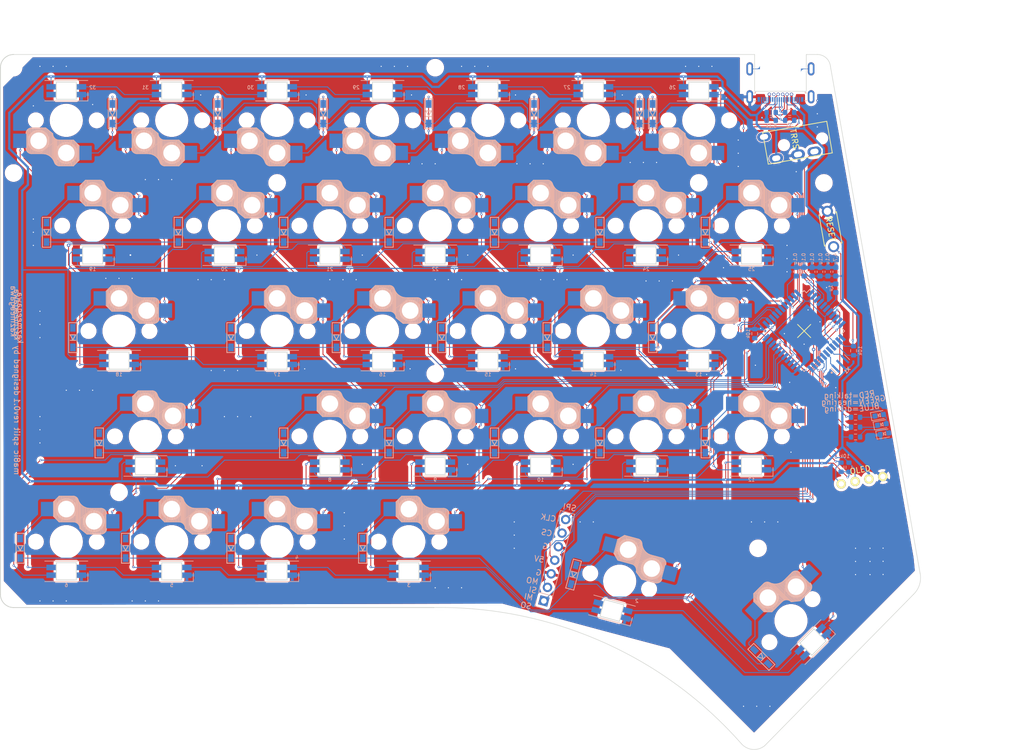
<source format=kicad_pcb>
(kicad_pcb (version 20211014) (generator pcbnew)
  (title_block (title "HatsuLight69") (date "2023-01-02") (rev "0.1") (company "kazmeegawa"))
  (layers (0 "F.Cu" signal) (31 "B.Cu" signal) (34 "B.Paste" user) (35 "F.Paste" user) (36 "B.SilkS" user "B.Silkscreen") (37 "F.SilkS" user "F.Silkscreen") (38 "B.Mask" user) (39 "F.Mask" user) (44 "Edge.Cuts" user))
  (net 0 "")
  (net 1 "Net-(C1-Pad1)")
  (net 2 "GND")
  (net 3 "Net-(C2-Pad2)")
  (net 4 "VCC")
  (net 5 "Net-(D1-Pad1)")
  (net 6 "Net-(D2-Pad1)")
  (net 7 "Net-(D3-Pad2)")
  (net 8 "ROW0")
  (net 9 "Net-(D4-Pad2)")
  (net 10 "Net-(D5-Pad2)")
  (net 11 "Net-(D6-Pad2)")
  (net 12 "Net-(D7-Pad2)")
  (net 13 "Net-(D8-Pad2)")
  (net 14 "Net-(D9-Pad2)")
  (net 15 "Net-(D10-Pad2)")
  (net 16 "ROW1")
  (net 17 "Net-(D11-Pad2)")
  (net 18 "Net-(D12-Pad2)")
  (net 19 "Net-(D13-Pad2)")
  (net 20 "Net-(D14-Pad2)")
  (net 21 "Net-(D15-Pad2)")
  (net 22 "Net-(D16-Pad2)")
  (net 23 "Net-(D17-Pad2)")
  (net 24 "Net-(D18-Pad2)")
  (net 25 "ROW2")
  (net 26 "Net-(D19-Pad2)")
  (net 27 "Net-(D20-Pad2)")
  (net 28 "Net-(D21-Pad2)")
  (net 29 "Net-(D22-Pad2)")
  (net 30 "Net-(D23-Pad2)")
  (net 31 "Net-(D24-Pad2)")
  (net 32 "Net-(D25-Pad2)")
  (net 33 "ROW3")
  (net 34 "Net-(D26-Pad2)")
  (net 35 "Net-(D27-Pad2)")
  (net 36 "Net-(D28-Pad2)")
  (net 37 "Net-(D29-Pad2)")
  (net 38 "Net-(D30-Pad2)")
  (net 39 "Net-(D31-Pad2)")
  (net 40 "Net-(D32-Pad2)")
  (net 41 "Net-(D33-Pad2)")
  (net 42 "ROW4")
  (net 43 "Net-(D34-Pad2)")
  (net 44 "Net-(D35-Pad2)")
  (net 45 "Net-(D36-Pad2)")
  (net 46 "Net-(D37-Pad2)")
  (net 47 "Net-(D38-Pad2)")
  (net 48 "Net-(D39-Pad2)")
  (net 49 "LED")
  (net 50 "Net-(D40-Pad2)")
  (net 51 "Net-(D41-Pad2)")
  (net 52 "Net-(D42-Pad2)")
  (net 53 "Net-(D43-Pad2)")
  (net 54 "Net-(D44-Pad2)")
  (net 55 "Net-(D45-Pad2)")
  (net 56 "Net-(D46-Pad2)")
  (net 57 "Net-(D47-Pad2)")
  (net 58 "Net-(D48-Pad2)")
  (net 59 "Net-(D49-Pad2)")
  (net 60 "Net-(D50-Pad2)")
  (net 61 "Net-(D51-Pad2)")
  (net 62 "Net-(D52-Pad2)")
  (net 63 "Net-(D53-Pad2)")
  (net 64 "Net-(D54-Pad2)")
  (net 65 "Net-(D55-Pad2)")
  (net 66 "Net-(D56-Pad2)")
  (net 67 "Net-(D57-Pad2)")
  (net 68 "Net-(D58-Pad2)")
  (net 69 "Net-(D59-Pad2)")
  (net 70 "Net-(D60-Pad2)")
  (net 71 "Net-(D61-Pad2)")
  (net 72 "Net-(D62-Pad2)")
  (net 73 "Net-(D63-Pad2)")
  (net 74 "Net-(D64-Pad2)")
  (net 76 "Net-(D65-Pad2)")
  (net 77 "Net-(D66-Pad2)")
  (net 79 "Net-(J1-PadA5)")
  (net 80 "Net-(J1-PadA6)")
  (net 81 "Net-(J1-PadA7)")
  (net 82 "unconnected-(J1-PadA8)")
  (net 87 "Net-(J1-PadB5)")
  (net 91 "SCL")
  (net 92 "SDA")
  (net 93 "MISO")
  (net 94 "MOSI")
  (net 95 "NCS")
  (net 96 "SCLK")
  (net 97 "/MCU/D-")
  (net 98 "/MCU/D+")
  (net 99 "Net-(R5-Pad2)")
  (net 100 "Net-(R6-Pad2)")
  (net 101 "Net-(R7-Pad1)")
  (net 102 "Net-(R8-Pad2)")
  (net 103 "COL0")
  (net 104 "COL1")
  (net 105 "COL2")
  (net 106 "COL3")
  (net 107 "COL4")
  (net 108 "COL5")
  (net 109 "COL6")
  (net 112 "/MCU/XTAL1")
  (net 113 "/MCU/XTAL2")
  (net 114 "DATA")
  (footprint "kbd:ChocV1_V2_Hotswap" (layer "F.Cu") (at 135.7313 41.67191)
    (fp_text reference "SW6")
    (fp_text value "SW_PUSH-kbd" hide)
  )
  (footprint "kbd:ChocV1_V2_Hotswap_2u" (layer "F.Cu") (at 190.50005 132.15941 -135)
    (fp_text reference "SW33")
    (fp_text value "SW_PUSH-kbd" hide)
  )
  (footprint "" (layer "F.Cu") (at 50.006292 32.146875)
    (fp_text reference "")
    (fp_text value "")
  )
  (footprint "kbd:ChocV1_V2_Hotswap" (layer "F.Cu") (at 164.3063 98.82191 180)
    (fp_text reference "SW26")
    (fp_text value "SW_PUSH-kbd" hide)
  )
  (footprint "kbd:ChocV1_V2_Hotswap" (layer "F.Cu") (at 173.8313 79.77191 180)
    (fp_text reference "SW21")
    (fp_text value "SW_PUSH-kbd" hide)
  )
  (footprint "" (layer "F.Cu") (at 196.45329 52.982857)
    (fp_text reference "")
    (fp_text value "")
  )
  (footprint "kbd:ChocV1_V2_Hotswap" (layer "F.Cu") (at 154.7813 79.77191 180)
    (fp_text reference "SW20")
    (fp_text value "SW_PUSH-kbd" hide)
  )
  (footprint "kbd:ChocV1_V2_Hotswap" (layer "F.Cu") (at 59.5313 117.87191 180)
    (fp_text reference "SW28")
    (fp_text value "SW_PUSH-kbd" hide)
  )
  (footprint "" (layer "F.Cu") (at 126.206356 32.146875)
    (fp_text reference "")
    (fp_text value "")
  )
  (footprint "kbd:ChocV1_V2_Hotswap" (layer "F.Cu") (at 97.6313 41.67191)
    (fp_text reference "SW4")
    (fp_text value "SW_PUSH-kbd" hide)
  )
  (footprint "kbd:ChocV1_V2_Hotswap" (layer "F.Cu") (at 145.2563 98.82191 180)
    (fp_text reference "SW25")
    (fp_text value "SW_PUSH-kbd" hide)
  )
  (footprint "kbd:ChocV1_V2_Hotswap" (layer "F.Cu") (at 107.1563 60.72191 180)
    (fp_text reference "SW11")
    (fp_text value "SW_PUSH-kbd" hide)
  )
  (footprint "kbd:ChocV1_V2_Hotswap" (layer "F.Cu") (at 126.2063 60.72191 180)
    (fp_text reference "SW12")
    (fp_text value "SW_PUSH-kbd" hide)
  )
  (footprint "kbd:ChocV1_V2_Hotswap" (layer "F.Cu") (at 78.5813 117.87191 180)
    (fp_text reference "SW29")
    (fp_text value "SW_PUSH-kbd" hide)
  )
  (footprint "kbd:ChocV1_V2_Hotswap" (layer "F.Cu") (at 97.6313 117.87191 180)
    (fp_text reference "SW30")
    (fp_text value "SW_PUSH-kbd" hide)
  )
  (footprint "" (layer "F.Cu") (at 50.006292 51.196875)
    (fp_text reference "")
    (fp_text value "")
  )
  (footprint "kbd:ChocV1_V2_Hotswap" (layer "F.Cu") (at 59.5313 41.67191)
    (fp_text reference "SW2")
    (fp_text value "SW_PUSH-kbd" hide)
  )
  (footprint "" (layer "F.Cu") (at 126.206356 87.511011)
    (fp_text reference "")
    (fp_text value "")
  )
  (footprint "kbd:ChocV1_V2_Hotswap" (layer "F.Cu") (at 183.3563 98.82191 180)
    (fp_text reference "SW27")
    (fp_text value "SW_PUSH-kbd" hide)
  )
  (footprint "kbd:ChocV1_V2_Hotswap_1.5u" (layer "F.Cu") (at 64.2938 60.72191 180)
    (fp_text reference "SW9" hide)
    (fp_text value "SW_PUSH-kbd" hide)
  )
  (footprint "kbd:ChocV1_V2_Hotswap" (layer "F.Cu") (at 97.6313 79.77191 180)
    (fp_text reference "SW17")
    (fp_text value "SW_PUSH-kbd" hide)
  )
  (footprint "kbd:ChocV1_V2_Hotswap" (layer "F.Cu") (at 135.7313 79.77191 180)
    (fp_text reference "SW19")
    (fp_text value "SW_PUSH-kbd" hide)
  )
  (footprint "kbd:ChocV1_V2_Hotswap" (layer "F.Cu") (at 173.8313 41.67191)
    (fp_text reference "SW8")
    (fp_text value "SW_PUSH-kbd" hide)
  )
  (footprint "kbd:ChocV1_V2_Hotswap" (layer "F.Cu") (at 183.3563 60.72191 180)
    (fp_text reference "SW15")
    (fp_text value "SW_PUSH-kbd" hide)
  )
  (footprint "MountingHole:MountingHole_2.2mm_M2" (layer "F.Cu") (at 97.631332 52.982857)
    (fp_text reference "REF**" hide)
    (fp_text value "MountingHole_2.2mm_M2" hide)
  )
  (footprint "kbd:ChocV1_V2_Hotswap" (layer "F.Cu") (at 88.1063 60.72191 180)
    (fp_text reference "SW10")
    (fp_text value "SW_PUSH-kbd" hide)
  )
  (footprint "kbd:ResetSW_1side" (layer "F.Cu") (at 197.644016 61.317319 100)
    (fp_text reference "SW1" hide)
    (fp_text value "SW_PUSH")
  )
  (footprint "kbd:ChocV1_V2_Hotswap_2u" (layer "F.Cu") (at 69.0563 79.77191 180)
    (fp_text reference "SW16")
    (fp_text value "SW_PUSH-kbd" hide)
  )
  (footprint "ma8ic_split_69:OLED_v2" (layer "F.Cu") (at 203.341907 106.757517 10)
    (fp_text reference "J3" hide)
    (fp_text value "I2C" hide)
  )
  (footprint "MountingHole:MountingHole_2.2mm_M2" (layer "F.Cu") (at 69.056308 108.942279)
    (fp_text reference "REF**" hide)
    (fp_text value "MountingHole_2.2mm_M2" hide)
  )
  (footprint "kbd:ChocV1_V2_Hotswap" (layer "F.Cu") (at 145.2563 60.72191 180)
    (fp_text reference "SW13")
    (fp_text value "SW_PUSH-kbd" hide)
  )
  (footprint "kbd:ChocV1_V2_Hotswap" (layer "F.Cu") (at 126.2063 98.82191 180)
    (fp_text reference "SW24")
    (fp_text value "SW_PUSH-kbd" hide)
  )
  (footprint "kbd:ChocV1_V2_Hotswap" (layer "F.Cu") (at 154.7813 41.67191)
    (fp_text reference "SW7")
    (fp_text value "SW_PUSH-kbd" hide)
  )
  (footprint "kbd:ChocV1_V2_Hotswap" (layer "F.Cu") (at 78.5813 41.67191)
    (fp_text reference "SW3")
    (fp_text value "SW_PUSH-kbd" hide)
  )
  (footprint "kbd:ChocV1_V2_Hotswap_2.5u" (layer "F.Cu") (at 73.818812 98.82191 180)
    (fp_text reference "SW22")
    (fp_text value "SW_PUSH-kbd" hide)
  )
  (footprint "kbd:ChocV1_V2_Hotswap" (layer "F.Cu") (at 159.5438 125.01566 165)
    (fp_text reference "SW32")
    (fp_text value "SW_PUSH-kbd" hide)
  )
  (footprint "kbd:ChocV1_V2_Hotswap" (layer "F.Cu") (at 116.6813 79.77191 180)
    (fp_text reference "SW18")
    (fp_text value "SW_PUSH-kbd" hide)
  )
  (footprint "kbd:ChocV1_V2_Hotswap" (layer "F.Cu") (at 116.6813 41.67191)
    (fp_text reference "SW5")
    (fp_text value "SW_PUSH-kbd" hide)
  )
  (footprint "MountingHole:MountingHole_2.2mm_M2" (layer "F.Cu") (at 173.831396 52.982857)
    (fp_text reference "REF**" hide)
    (fp_text value "MountingHole_2.2mm_M2" hide)
  )
  (footprint "kbd:ChocV1_V2_Hotswap" (layer "F.Cu") (at 164.3063 60.72191 180)
    (fp_text reference "SW14")
    (fp_text value "SW_PUSH-kbd" hide)
  )
  (footprint "MountingHole:MountingHole_2.2mm_M2" (layer "F.Cu") (at 184.54703 119.0626)
    (fp_text reference "REF**" hide)
    (fp_text value "MountingHole_2.2mm_M2" hide)
  )
  (footprint "kbd:ChocV1_V2_Hotswap_1.5u" (layer "F.Cu") (at 121.4438 117.87191 180)
    (fp_text reference "SW31" hide)
    (fp_text value "SW_PUSH-kbd" hide)
  )
  (footprint "kbd:ChocV1_V2_Hotswap" (layer "F.Cu") (at 107.1563 98.82191 180)
    (fp_text reference "SW23")
    (fp_text value "SW_PUSH-kbd" hide)
  )
  (footprint "kbd:MJ-4PP-9_1side" (layer "F.Cu") (at 197.613604 44.67377 -80)
    (fp_text reference "J2")
    (fp_text value "MJ-4PP-9" hide)
  )
  (footprint "kbd:D3_SMD_v2" (layer "B.Cu") (at 113.10957 119.06268 90)
    (fp_text reference "D33")
    (fp_text value "D_Small" hide)
  )
  (footprint "ma8ic_split_69:C_0603_1608Metric" (layer "B.Cu") (at 197.1675 69.05625 90)
    (fp_text reference "C6" hide)
    (fp_text value "0.1u" hide)
  )
  (footprint "kbd:D3_SMD_v2" (layer "B.Cu") (at 144.065846 40.481364 90)
    (fp_text reference "D8")
    (fp_text value "D_Small" hide)
  )
  (footprint "ma8ic_split_69:R_0603_1608Metric" (layer "B.Cu") (at 186.928125 40.243125 180)
    (fp_text reference "R2")
    (fp_text value "5.1k")
  )
  (footprint "ma8ic_split_69:C_0603_1608Metric" (layer "B.Cu") (at 198.59625 69.05625 90)
    (fp_text reference "C7" hide)
    (fp_text value "4.7u" hide)
  )
  (footprint "kbd:YS-SK6812MINI-E" (layer "B.Cu") (at 107.15644 104.179855 180)
    (fp_text reference "D43")
    (fp_text value "SK6812MINI" hide)
    (fp_line (start -1.8 1.55) (end -1.8 -1.55) (layer "Edge.Cuts") (width 0.12))
    (fp_line (start -1.8 -1.55) (end 1.8 -1.55) (layer "Edge.Cuts") (width 0.12))
    (fp_line (start 1.8 1.55) (end -1.8 1.55) (layer "Edge.Cuts") (width 0.12))
    (fp_line (start 1.8 -1.55) (end 1.8 1.55) (layer "Edge.Cuts") (width 0.12))
  )
  (footprint "ma8ic_split_69:LED_0603_1608Metric" (layer "B.Cu") (at 207.406875 98.345625 10)
    (fp_text reference "D3" hide)
    (fp_text value "BLUE")
  )
  (footprint "kbd:YS-SK6812MINI-E" (layer "B.Cu") (at 88.106424 66.079823 180)
    (fp_text reference "D55")
    (fp_text value "SK6812MINI" hide)
    (fp_line (start 1.8 -1.55) (end 1.8 1.55) (layer "Edge.Cuts") (width 0.12))
    (fp_line (start -1.8 -1.55) (end 1.8 -1.55) (layer "Edge.Cuts") (width 0.12))
    (fp_line (start 1.8 1.55) (end -1.8 1.55) (layer "Edge.Cuts") (width 0.12))
    (fp_line (start -1.8 1.55) (end -1.8 -1.55) (layer "Edge.Cuts") (width 0.12))
  )
  (footprint "HatsuLight69:HRS_CX70M-24P1" (layer "B.Cu") (at 188.595 32.146982)
    (fp_text reference "J1")
    (fp_text value "USB_C_Receptacle")
    (fp_line (start 4.67 4.26875) (end 4.67 -2.38125) (layer "Edge.Cuts") (width 0.1))
    (fp_line (start -4.67 4.26875) (end 4.67 4.26875) (layer "Edge.Cuts") (width 0.1))
    (fp_line (start -4.67 -2.38125) (end -4.67 4.26875) (layer "Edge.Cuts") (width 0.1))
  )
  (footprint "kbd:YS-SK6812MINI-E" (layer "B.Cu") (at 78.581416 36.314173 180)
    (fp_text reference "D66")
    (fp_text value "SK6812MINI" hide)
    (fp_line (start -1.8 -1.55) (end 1.8 -1.55) (layer "Edge.Cuts") (width 0.12))
    (fp_line (start -1.8 1.55) (end -1.8 -1.55) (layer "Edge.Cuts") (width 0.12))
    (fp_line (start 1.8 1.55) (end -1.8 1.55) (layer "Edge.Cuts") (width 0.12))
    (fp_line (start 1.8 -1.55) (end 1.8 1.55) (layer "Edge.Cuts") (width 0.12))
  )
  (footprint "kbd:D3_SMD_v2" (layer "B.Cu") (at 165.497114 40.481364 90)
    (fp_text reference "D10")
    (fp_text value "D_Small" hide)
  )
  (footprint "ma8ic_split_69:R_0603_1608Metric" (layer "B.Cu") (at 201.811207 83.3439 90)
    (fp_text reference "R6")
    (fp_text value "10k")
  )
  (footprint "kbd:D3_SMD_v2" (layer "B.Cu") (at 175.022122 61.912632 90)
    (fp_text reference "D17")
    (fp_text value "D_Small" hide)
  )
  (footprint "kbd:YS-SK6812MINI-E" (layer "B.Cu") (at 64.293904 66.079823 180)
    (fp_text reference "D54")
    (fp_text value "SK6812MINI" hide)
    (fp_line (start 1.8 -1.55) (end 1.8 1.55) (layer "Edge.Cuts") (width 0.12))
    (fp_line (start -1.8 -1.55) (end 1.8 -1.55) (layer "Edge.Cuts") (width 0.12))
    (fp_line (start 1.8 1.55) (end -1.8 1.55) (layer "Edge.Cuts") (width 0.12))
    (fp_line (start -1.8 1.55) (end -1.8 -1.55) (layer "Edge.Cuts") (width 0.12))
  )
  (footprint "ma8ic_split_69:R_0603_1608Metric" (layer "B.Cu") (at 202.168125 97.155 180)
    (fp_text reference "R8")
    (fp_text value "1k")
  )
  (footprint "kbd:YS-SK6812MINI-E" (layer "B.Cu") (at 158.1468 130.31791 165)
    (fp_text reference "D37")
    (fp_text value "SK6812MINI" hide)
    (fp_line (start -1.8 -1.55) (end 1.8 -1.55) (layer "Edge.Cuts") (width 0.12))
    (fp_line (start 1.8 1.55) (end -1.8 1.55) (layer "Edge.Cuts") (width 0.12))
    (fp_line (start -1.8 1.55) (end -1.8 -1.55) (layer "Edge.Cuts") (width 0.12))
    (fp_line (start 1.8 -1.55) (end 1.8 1.55) (layer "Edge.Cuts") (width 0.12))
  )
  (footprint "kbd:D3_SMD_v2" (layer "B.Cu") (at 65.48453 100.012664 90)
    (fp_text reference "D24")
    (fp_text value "D_Small" hide)
  )
  (footprint "ma8ic_split_69:R_0603_1608Metric" (layer "B.Cu") (at 200.9775 104.409375 -90)
    (fp_text reference "R10")
    (fp_text value "10k")
  )
  (footprint "kbd:D3_SMD_v2" (layer "B.Cu") (at 117.872074 61.912632 90)
    (fp_text reference "D14")
    (fp_text value "D_Small" hide)
  )
  (footprint "kbd:D3_SMD_v2" (layer "B.Cu") (at 175.022122 100.012664 90)
    (fp_text reference "D29")
    (fp_text value "D_Small" hide)
  )
  (footprint "kbd:D3_SMD_v2" (layer "B.Cu") (at 108.347066 80.962648 90)
    (fp_text reference "D20")
    (fp_text value "D_Small" hide)
  )
  (footprint "kbd:D3_SMD_v2" (layer "B.Cu") (at 67.865782 40.481364 90)
    (fp_text reference "D4")
    (fp_text value "D_Small" hide)
  )
  (footprint "kbd:D3_SMD_v2" (layer "B.Cu") (at 155.972106 100.012664 90)
    (fp_text reference "D28")
    (fp_text value "D_Small" hide)
  )
  (footprint "kbd:YS-SK6812MINI-E" (layer "B.Cu") (at 135.731464 36.314173 180)
    (fp_text reference "D63")
    (fp_text value "SK6812MINI" hide)
    (fp_line (start -1.8 1.55) (end -1.8 -1.55) (layer "Edge.Cuts") (width 0.12))
    (fp_line (start 1.8 1.55) (end -1.8 1.55) (layer "Edge.Cuts") (width 0.12))
    (fp_line (start 1.8 -1.55) (end 1.8 1.55) (layer "Edge.Cuts") (width 0.12))
    (fp_line (start -1.8 -1.55) (end 1.8 -1.55) (layer "Edge.Cuts") (width 0.12))
  )
  (footprint "kbd:D3_SMD_v2" (layer "B.Cu") (at 117.872074 100.012664 90)
    (fp_text reference "D26")
    (fp_text value "D_Small" hide)
  )
  (footprint "kbd:D3_SMD_v2" (layer "B.Cu") (at 185.142443 138.708009 135)
    (fp_text reference "D35")
    (fp_text value "D_Small" hide)
  )
  (footprint "ma8ic_split_69:R_0603_1608Metric" (layer "B.Cu") (at 199.54875 104.409375 -90)
    (fp_text reference "R11")
    (fp_text value "10k")
  )
  (footprint "kbd:YS-SK6812MINI-E" (layer "B.Cu") (at 154.78148 36.314173 180)
    (fp_text reference "D62")
    (fp_text value "SK6812MINI" hide)
    (fp_line (start -1.8 1.55) (end -1.8 -1.55) (layer "Edge.Cuts") (width 0.12))
    (fp_line (start 1.8 1.55) (end -1.8 1.55) (layer "Edge.Cuts") (width 0.12))
    (fp_line (start 1.8 -1.55) (end 1.8 1.55) (layer "Edge.Cuts") (width 0.12))
    (fp_line (start -1.8 -1.55) (end 1.8 -1.55) (layer "Edge.Cuts") (width 0.12))
  )
  (footprint "kbd:YS-SK6812MINI-E" (layer "B.Cu") (at 59.5314 123.229871 180)
    (fp_text reference "D41")
    (fp_text value "SK6812MINI" hide)
    (fp_line (start -1.8 -1.55) (end 1.8 -1.55) (layer "Edge.Cuts") (width 0.12))
    (fp_line (start -1.8 1.55) (end -1.8 -1.55) (layer "Edge.Cuts") (width 0.12))
    (fp_line (start 1.8 -1.55) (end 1.8 1.55) (layer "Edge.Cuts") (width 0.12))
    (fp_line (start 1.8 1.55) (end -1.8 1.55) (layer "Edge.Cuts") (width 0.12))
  )
  (footprint "kbd:YS-SK6812MINI-E" (layer "B.Cu") (at 135.731464 85.129839 180)
    (fp_text reference "D50")
    (fp_text value "SK6812MINI" hide)
    (fp_line (start -1.8 -1.55) (end 1.8 -1.55) (layer "Edge.Cuts") (width 0.12))
    (fp_line (start 1.8 -1.55) (end 1.8 1.55) (layer "Edge.Cuts") (width 0.12))
    (fp_line (start 1.8 1.55) (end -1.8 1.55) (layer "Edge.Cuts") (width 0.12))
    (fp_line (start -1.8 1.55) (end -1.8 -1.55) (layer "Edge.Cuts") (width 0.12))
  )
  (footprint "kbd:YS-SK6812MINI-E" (layer "B.Cu") (at 59.5314 36.314173 180)
    (fp_text reference "D67")
    (fp_text value "SK6812MINI" hide)
    (fp_line (start 1.8 1.55) (end -1.8 1.55) (layer "Edge.Cuts") (width 0.12))
    (fp_line (start 1.8 -1.55) (end 1.8 1.55) (layer "Edge.Cuts") (width 0.12))
    (fp_line (start -1.8 1.55) (end -1.8 -1.55) (layer "Edge.Cuts") (width 0.12))
    (fp_line (start -1.8 -1.55) (end 1.8 -1.55) (layer "Edge.Cuts") (width 0.12))
  )
  (footprint "kbd:D3_SMD_v2" (layer "B.Cu") (at 136.92209 100.012664 90)
    (fp_text reference "D27")
    (fp_text value "D_Small" hide)
  )
  (footprint "kbd:D3_SMD_v2" (layer "B.Cu") (at 136.92209 61.912632 90)
    (fp_text reference "D15")
    (fp_text value "D_Small" hide)
  )
  (footprint "ma8ic_split_69:OSC_CSTNE16M0V530000R0" (layer "B.Cu") (at 199.429955 85.725152 45)
    (fp_text reference "X1")
    (fp_text value "CSTNE16M0V530000R0")
  )
  (footprint "kbd:YS-SK6812MINI-E" (layer "B.Cu") (at 164.306488 66.079823 180)
    (fp_text reference "D59")
    (fp_text value "SK6812MINI" hide)
    (fp_line (start 1.8 -1.55) (end 1.8 1.55) (layer "Edge.Cuts") (width 0.12))
    (fp_line (start -1.8 1.55) (end -1.8 -1.55) (layer "Edge.Cuts") (width 0.12))
    (fp_line (start 1.8 1.55) (end -1.8 1.55) (layer "Edge.Cuts") (width 0.12))
    (fp_line (start -1.8 -1.55) (end 1.8 -1.55) (layer "Edge.Cuts") (width 0.12))
  )
  (footprint "ma8ic_split_69:R_0603_1608Metric" (layer "B.Cu") (at 183.951817 80.248125 90)
    (fp_text reference "R7")
    (fp_text value "10k")
  )
  (footprint "ma8ic_split_69:R_0603_1608Metric" (layer "B.Cu") (at 190.261875 40.243125)
    (fp_text reference "R4")
    (fp_text value "22")
  )
  (footprint "ma8ic_split_69:C_0603_1608Metric" (layer "B.Cu") (at 198.59625 72.032953 -90)
    (fp_text reference "C2" hide)
    (fp_text value "1u")
  )
  (footprint "kbd:YS-SK6812MINI-E" (layer "B.Cu") (at 97.631432 123.229871 180)
    (fp_text reference "D39")
    (fp_text value "SK6812MINI" hide)
    (fp_line (start 1.8 -1.55) (end 1.8 1.55) (layer "Edge.Cuts") (width 0.12))
    (fp_line (start -1.8 1.55) (end -1.8 -1.55) (layer "Edge.Cuts") (width 0.12))
    (fp_line (start 1.8 1.55) (end -1.8 1.55) (layer "Edge.Cuts") (width 0.12))
    (fp_line (start -1.8 -1.55) (end 1.8 -1.55) (layer "Edge.Cuts") (width 0.12))
  )
  (footprint "kbd:D3_SMD_v2" (layer "B.Cu") (at 127.397082 80.962648 90)
    (fp_text reference "D21")
    (fp_text value "D_Small" hide)
  )
  (footprint "ma8ic_split_69:TQFP-44_10x10mm_P0.8mm" (layer "B.Cu") (at 192.881512 79.772022 -135)
    (fp_text reference "U1" hide)
    (fp_text value "ATMEGA32U4" hide)
  )
  (footprint "kbd:D3_SMD_v2" (layer "B.Cu") (at 125.01583 40.481364 90)
    (fp_text reference "D7")
    (fp_text value "D_Small" hide)
  )
  (footprint "kbd:D3_SMD_v2" (layer "B.Cu") (at 70.247034 119.06268 90)
    (fp_text reference "D31")
    (fp_text value "D_Small" hide)
  )
  (footprint "kbd:D3_SMD_v2" (layer "B.Cu") (at 146.447098 80.962648 90)
    (fp_text reference "D22")
    (fp_text value "D_Small" hide)
  )
  (footprint "kbd:D3_SMD_v2" (layer "B.Cu") (at 89.29705 80.962648 90)
    (fp_text reference "D19")
    (fp_text value "D_Small" hide)
  )
  (footprint "kbd:YS-SK6812MINI-E" (layer "B.Cu") (at 107.15644 66.079823 180)
    (fp_text reference "D56")
    (fp_text value "SK6812MINI" hide)
    (fp_line (start 1.8 -1.55) (end 1.8 1.55) (layer "Edge.Cuts") (width 0.12))
    (fp_line (start -1.8 -1.55) (end 1.8 -1.55) (layer "Edge.Cuts") (width 0.12))
    (fp_line (start 1.8 1.55) (end -1.8 1.55) (layer "Edge.Cuts") (width 0.12))
    (fp_line (start -1.8 1.55) (end -1.8 -1.55) (layer "Edge.Cuts") (width 0.12))
  )
  (footprint "kbd:YS-SK6812MINI-E" (layer "B.Cu") (at 145.256472 66.079823 180)
    (fp_text reference "D58")
    (fp_text value "SK6812MINI" hide)
    (fp_line (start -1.8 -1.55) (end 1.8 -1.55) (layer "Edge.Cuts") (width 0.12))
    (fp_line (start 1.8 1.55) (end -1.8 1.55) (layer "Edge.Cuts") (width 0.12))
    (fp_line (start 1.8 -1.55) (end 1.8 1.55) (layer "Edge.Cuts") (width 0.12))
    (fp_line (start -1.8 1.55) (end -1.8 -1.55) (layer "Edge.Cuts") (width 0.12))
  )
  (footprint "kbd:D3_SMD_v2" (layer "B.Cu") (at 60.722026 80.962648 90)
    (fp_text reference "D18")
    (fp_text value "D_Small" hide)
  )
  (footprint "kbd:YS-SK6812MINI-E" (layer "B.Cu") (at 183.356504 104.179855 180)
    (fp_text reference "D47")
    (fp_text value "SK6812MINI" hide)
    (fp_line (start 1.8 1.55) (end -1.8 1.55) (layer "Edge.Cuts") (width 0.12))
    (fp_line (start 1.8 -1.55) (end 1.8 1.55) (layer "Edge.Cuts") (width 0.12))
    (fp_line (start -1.8 1.55) (end -1.8 -1.55) (layer "Edge.Cuts") (width 0.12))
    (fp_line (start -1.8 -1.55) (end 1.8 -1.55) (layer "Edge.Cuts") (width 0.12))
  )
  (footprint "kbd:D3_SMD_v2" (layer "B.Cu") (at 165.497114 80.962648 90)
    (fp_text reference "D23")
    (fp_text value "D_Small" hide)
  )
  (footprint "ma8ic_split_69:R_0603_1608Metric" (layer "B.Cu") (at 190.261875 41.671875)
    (fp_text reference "R3")
    (fp_text value "22")
  )
  (footprint "kbd:D3_SMD_v2" (layer "B.Cu") (at 155.972106 61.912632 90)
    (fp_text reference "D16")
    (fp_text value "D_Small" hide)
  )
  (footprint "kbd:D3_SMD_v2" (layer "B.Cu") (at 98.822058 100.012664 90)
    (fp_text reference "D25")
    (fp_text value "D_Small" hide)
  )
  (footprint "kbd:YS-SK6812MINI-E" (layer "B.Cu") (at 78.581416 123.229871 180)
    (fp_text reference "D40")
    (fp_text value "SK6812MINI" hide)
    (fp_line (start -1.8 -1.55) (end 1.8 -1.55) (layer "Edge.Cuts") (width 0.12))
    (fp_line (start -1.8 1.55) (end -1.8 -1.55) (layer "Edge.Cuts") (width 0.12))
    (fp_line (start 1.8 -1.55) (end 1.8 1.55) (layer "Edge.Cuts") (width 0.12))
    (fp_line (start 1.8 1.55) (end -1.8 1.55) (layer "Edge.Cuts") (width 0.12))
  )
  (footprint "ma8ic_split_69:R_0603_1608Metric" (layer "B.Cu") (at 202.168125 95.369061 180)
    (fp_text reference "R5")
    (fp_text value "1k")
  )
  (footprint "kbd:YS-SK6812MINI-E" (layer "B.Cu") (at 97.631432 36.314173 180)
    (fp_text reference "D65")
    (fp_text value "SK6812MINI" hide)
    (fp_line (start 1.8 -1.55) (end 1.8 1.55) (layer "Edge.Cuts") (width 0.12))
    (fp_line (start -1.8 1.55) (end -1.8 -1.55) (layer "Edge.Cuts") (width 0.12))
    (fp_line (start 1.8 1.55) (end -1.8 1.55) (layer "Edge.Cuts") (width 0.12))
    (fp_line (start -1.8 -1.55) (end 1.8 -1.55) (layer "Edge.Cuts") (width 0.12))
  )
  (footprint "kbd:D3_SMD_v2" (layer "B.Cu") (at 89.29705 119.06268 90)
    (fp_text reference "D32")
    (fp_text value "D_Small" hide)
  )
  (footprint "kbd:YS-SK6812MINI-E" (layer "B.Cu") (at 194.4688 136.03291 -135)
    (fp_text reference "D36")
    (fp_text value "SK6812MINI" hide)
    (fp_line (start -1.8 -1.55) (end 1.8 -1.55) (layer "Edge.Cuts") (width 0.12))
    (fp_line (start 1.8 -1.55) (end 1.8 1.55) (layer "Edge.Cuts") (width 0.12))
    (fp_line (start 1.8 1.55) (end -1.8 1.55) (layer "Edge.Cuts") (width 0.12))
    (fp_line (start -1.8 1.55) (end -1.8 -1.55) (layer "Edge.Cuts") (width 0.12))
  )
  (footprint "kbd:D3_SMD_v2" (layer "B.Cu") (at 79.772042 61.912632 90)
    (fp_text reference "D12")
    (fp_text value "D_Small" hide)
  )
  (footprint "kbd:D3_SMD_v2" (layer "B.Cu") (at 86.915798 40.481364 90)
    (fp_text reference "D5")
    (fp_text value "D_Small" hide)
  )
  (footprint "kbd:D3_SMD_v2" (layer "B.Cu") (at 151.209602 123.825184 75)
    (fp_text reference "D34")
    (fp_text value "D_Small" hide)
  )
  (footprint "ma8ic_split_69:C_0603_1608Metric" (layer "B.Cu") (at 194.31 69.05625 90)
    (fp_text reference "C4" hide)
    (fp_text value "0.1u" hide)
  )
  (footprint "kbd:YS-SK6812MINI-E" (layer "B.Cu") (at 164.306488 104.179855 180)
    (fp_text reference "D46")
    (fp_text value "SK6812MINI" hide)
    (fp_line (start 1.8 1.55) (end -1.8 1.55) (layer "Edge.Cuts") (width 0.12))
    (fp_line (start 1.8 -1.55) (end 1.8 1.55) (layer "Edge.Cuts") (width 0.12))
    (fp_line (start -1.8 1.55) (end -1.8 -1.55) (layer "Edge.Cuts") (width 0.12))
    (fp_line (start -1.8 -1.55) (end 1.8 -1.55) (layer "Edge.Cuts") (width 0.12))
  )
  (footprint "kbd:YS-SK6812MINI-E" (layer "B.Cu") (at 121.4438 123.229871 180)
    (fp_text reference "D38")
    (fp_text value "SK6812MINI" hide)
    (fp_line (start -1.8 -1.55) (end 1.8 -1.55) (layer "Edge.Cuts") (width 0.12))
    (fp_line (start 1.8 1.55) (end -1.8 1.55) (layer "Edge.Cuts") (width 0.12))
    (fp_line (start -1.8 1.55) (end -1.8 -1.55) (layer "Edge.Cuts") (width 0.12))
    (fp_line (start 1.8 -1.55) (end 1.8 1.55) (layer "Edge.Cuts") (width 0.12))
  )
  (footprint "kbd:YS-SK6812MINI-E" (layer "B.Cu") (at 145.256472 104.179855 180)
    (fp_text reference "D45")
    (fp_text value "SK6812MINI" hide)
    (fp_line (start 1.8 1.55) (end -1.8 1.55) (layer "Edge.Cuts") (width 0.12))
    (fp_line (start 1.8 -1.55) (end 1.8 1.55) (layer "Edge.Cuts") (width 0.12))
    (fp_line (start -1.8 -1.55) (end 1.8 -1.55) (layer "Edge.Cuts") (width 0.12))
    (fp_line (start -1.8 1.55) (end -1.8 -1.55) (layer "Edge.Cuts") (width 0.12))
  )
  (footprint "kbd:YS-SK6812MINI-E" (layer "B.Cu") (at 73.818912 104.179855 180)
    (fp_text reference "D42")
    (fp_text value "SK6812MINI" hide)
    (fp_line (start 1.8 -1.55) (end 1.8 1.55) (layer "Edge.Cuts") (width 0.12))
    (fp_line (start 1.8 1.55) (end -1.8 1.55) (layer "Edge.Cuts") (width 0.12))
    (fp_line (start -1.8 1.55) (end -1.8 -1.55) (layer "Edge.Cuts") (width 0.12))
    (fp_line (start -1.8 -1.55) (end 1.8 -1.55) (layer "Edge.Cuts") (width 0.12))
  )
  (footprint "ma8ic_split_69:R_0603_1608Metric" (layer "B.Cu") (at 186.928125 41.671875 180)
    (fp_text reference "R1")
    (fp_text value "5.1k")
  )
  (footprint "kbd:YS-SK6812MINI-E" (layer "B.Cu") (at 97.631432 85.129839 180)
    (fp_text reference "D52")
    (fp_text value "SK6812MINI" hide)
    (fp_line (start -1.8 -1.55) (end 1.8 -1.55) (layer "Edge.Cuts") (width 0.12))
    (fp_line (start 1.8 -1.55) (end 1.8 1.55) (layer "Edge.Cuts") (width 0.12))
    (fp_line (start -1.8 1.55) (end -1.8 -1.55) (layer "Edge.Cuts") (width 0.12))
    (fp_line (start 1.8 1.55) (end -1.8 1.55) (layer "Edge.Cuts") (width 0.12))
  )
  (footprint "ma8ic_split_69:C_0603_1608Metric" (layer "B.Cu") (at 191.4525 69.05625 90)
    (fp_text reference "C1" hide)
    (fp_text value "0.1u" hide)
  )
  (footprint "kbd:YS-SK6812MINI-E" (layer "B.Cu") (at 126.206456 66.079823 180)
    (fp_text reference "D57")
    (fp_text value "SK6812MINI" hide)
    (fp_line (start -1.8 -1.55) (end 1.8 -1.55) (layer "Edge.Cuts") (width 0.12))
    (fp_line (start -1.8 1.55) (end -1.8 -1.55) (layer "Edge.Cuts") (width 0.12))
    (fp_line (start 1.8 1.55) (end -1.8 1.55) (layer "Edge.Cuts") (width 0.12))
    (fp_line (start 1.8 -1.55) (end 1.8 1.55) (layer "Edge.Cuts") (width 0.12))
  )
  (footprint "kbd:YS-SK6812MINI-E" (layer "B.Cu") (at 173.831496 85.129839 180)
    (fp_text reference "D48")
    (fp_text value "SK6812MINI" hide)
    (fp_line (start -1.8 1.55) (end -1.8 -1.55) (layer "Edge.Cuts") (width 0.12))
    (fp_line (start 1.8 1.55) (end -1.8 1.55) (layer "Edge.Cuts") (width 0.12))
    (fp_line (start -1.8 -1.55) (end 1.8 -1.55) (layer "Edge.Cuts") (width 0.12))
    (fp_line (start 1.8 -1.55) (end 1.8 1.55) (layer "Edge.Cuts") (width 0.12))
  )
  (footprint "kbd:YS-SK6812MINI-E" (layer "B.Cu") (at 69.056408 85.129839 180)
    (fp_text reference "D53")
    (fp_text value "SK6812MINI" hide)
    (fp_line (start -1.8 1.55) (end -1.8 -1.55) (layer "Edge.Cuts") (width 0.12))
    (fp_line (start 1.8 -1.55) (end 1.8 1.55) (layer "Edge.Cuts") (width 0.12))
    (fp_line (start -1.8 -1.55) (end 1.8 -1.55) (layer "Edge.Cuts") (width 0.12))
    (fp_line (start 1.8 1.55) (end -1.8 1.55) (layer "Edge.Cuts") (width 0.12))
  )
  (footprint "kbd:D3_SMD_v2" (layer "B.Cu") (at 98.822058 61.912632 90)
    (fp_text reference "D13")
    (fp_text value "D_Small" hide)
  )
  (footprint "kbd:D3_SMD_v2" (layer "B.Cu") (at 51.197018 119.06268 90)
    (fp_text reference "D30")
    (fp_text value "D_Small" hide)
  )
  (footprint "kbd:YS-SK6812MINI-E" (layer "B.Cu") (at 173.831496 36.314173 180)
    (fp_text reference "D61")
    (fp_text value "SK6812MINI" hide)
    (fp_line (start 1.8 1.55) (end -1.8 1.55) (layer "Edge.Cuts") (width 0.12))
    (fp_line (start -1.8 -1.55) (end 1.8 -1.55) (layer "Edge.Cuts") (width 0.12))
    (fp_line (start 1.8 -1.55) (end 1.8 1.55) (layer "Edge.Cuts") (width 0.12))
    (fp_line (start -1.8 1.55) (end -1.8 -1.55) (layer "Edge.Cuts") (width 0.12))
  )
  (footprint "ma8ic_split_69:LED_0603_1608Metric" (layer "B.Cu") (at 206.454375 95.011875 10)
    (fp_text reference "D1" hide)
    (fp_text value "RED")
  )
  (footprint "ma8ic_split_69:C_0603_1608Metric" (layer "B.Cu") (at 192.88125 69.05625 90)
    (fp_text reference "C3" hide)
    (fp_text value "0.1u" hide)
  )
  (footprint "kbd:YS-SK6812MINI-E" (layer "B.Cu") (at 126.206456 104.179855 180)
    (fp_text reference "D44")
    (fp_text value "SK6812MINI" hide)
    (fp_line (start 1.8 -1.55) (end 1.8 1.55) (layer "Edge.Cuts") (width 0.12))
    (fp_line (start 1.8 1.55) (end -1.8 1.55) (layer "Edge.Cuts") (width 0.12))
    (fp_line (start -1.8 1.55) (end -1.8 -1.55) (layer "Edge.Cuts") (width 0.12))
    (fp_line (start -1.8 -1.55) (end 1.8 -1.55) (layer "Edge.Cuts") (width 0.12))
  )
  (footprint "kbd:D3_SMD_v2" (layer "B.Cu") (at 55.959522 61.912632 90)
    (fp_text reference "D11")
    (fp_text value "D_Small" hide)
  )
  (footprint "ma8ic_split_69:C_0603_1608Metric" (layer "B.Cu") (at 195.73875 69.05625 90)
    (fp_text reference "C5" hide)
    (fp_text value "0.1u" hide)
  )
  (footprint "kbd:YS-SK6812MINI-E" (layer "B.Cu") (at 116.681448 85.129839 180)
    (fp_text reference "D51")
    (fp_text value "SK6812MINI" hide)
    (fp_line (start -1.8 1.55) (end -1.8 -1.55) (layer "Edge.Cuts") (width 0.12))
    (fp_line (start 1.8 1.55) (end -1.8 1.55) (layer "Edge.Cuts") (width 0.12))
    (fp_line (start 1.8 -1.55) (end 1.8 1.55) (layer "Edge.Cuts") (width 0.12))
    (fp_line (start -1.8 -1.55) (end 1.8 -1.55) (layer "Edge.Cuts") (width 0.12))
  )
  (footprint "kbd:YS-SK6812MINI-E" (layer "B.Cu") (at 116.681448 36.314173 180)
    (fp_text reference "D64")
    (fp_text value "SK6812MINI" hide)
    (fp_line (start 1.8 -1.55) (end 1.8 1.55) (layer "Edge.Cuts") (width 0.12))
    (fp_line (start 1.8 1.55) (end -1.8 1.55) (layer "Edge.Cuts") (width 0.12))
    (fp_line (start -1.8 1.55) (end -1.8 -1.55) (layer "Edge.Cuts") (width 0.12))
    (fp_line (start -1.8 -1.55) (end 1.8 -1.55) (layer "Edge.Cuts") (width 0.12))
  )
  (footprint "Connector_PinHeader_2.54mm:PinHeader_1x07_P2.54mm_Vertical" (layer "B.Cu") (at 145.837183 128.5875 -15)
    (fp_text reference "J4" hide)
    (fp_text value "SPI")
  )
  (footprint "ma8ic_split_69:LED_0603_1608Metric" (layer "B.Cu") (at 206.930625 96.67875 10)
    (fp_text reference "D2" hide)
    (fp_text value "GREEN")
  )
  (footprint "ma8ic_split_69:R_0603_1608Metric" (layer "B.Cu") (at 202.168125 98.940939)
    (fp_text reference "R9")
    (fp_text value "1k")
  )
  (footprint "kbd:D3_SMD_v2" (layer "B.Cu") (at 105.965814 40.481364 90)
    (fp_text reference "D6")
    (fp_text value "D_Small" hide)
  )
  (footprint "kbd:D3_SMD_v2" (layer "B.Cu") (at 163.115862 40.481364 90)
    (fp_text reference "D9")
    (fp_text value "D_Small" hide)
  )
  (footprint "kbd:YS-SK6812MINI-E" (layer "B.Cu") (at 154.78148 85.129839 180)
    (fp_text reference "D49")
    (fp_text value "SK6812MINI" hide)
    (fp_line (start 1.8 -1.55) (end 1.8 1.55) (layer "Edge.Cuts") (width 0.12))
    (fp_line (start 1.8 1.55) (end -1.8 1.55) (layer "Edge.Cuts") (width 0.12))
    (fp_line (start -1.8 -1.55) (end 1.8 -1.55) (layer "Edge.Cuts") (width 0.12))
    (fp_line (start -1.8 1.55) (end -1.8 -1.55) (layer "Edge.Cuts") (width 0.12))
  )
  (footprint "kbd:YS-SK6812MINI-E" (layer "B.Cu") (at 183.356504 66.079823 180)
    (fp_text reference "D60")
    (fp_text value "SK6812MINI" hide)
    (fp_line (start -1.8 1.55) (end -1.8 -1.55) (layer "Edge.Cuts") (width 0.12))
    (fp_line (start 1.8 -1.55) (end 1.8 1.55) (layer "Edge.Cuts") (width 0.12))
    (fp_line (start -1.8 -1.55) (end 1.8 -1.55) (layer "Edge.Cuts") (width 0.12))
    (fp_line (start 1.8 1.55) (end -1.8 1.55) (layer "Edge.Cuts") (width 0.12))
  )
  (gr_line (start 191.690886 78.581396) (end 194.072138 80.962648) (layer "F.SilkS") (width 0.15))
  (gr_line (start 191.690886 80.962648) (end 194.072138 78.581396) (layer "F.SilkS") (width 0.15))
  (gr_line (start 195.2625 29.765625) (end 193.265 29.765732) (layer "Edge.Cuts") (width 0.1))
  (gr_arc (start 125.968125 129.778125) (mid 156.464366 136.004822) (end 181.553285 154.425969) (layer "Edge.Cuts") (width 0.1))
  (gr_line (start 197.631932 31.909932) (end 213.83625 123.586875) (layer "Edge.Cuts") (width 0.1))
  (gr_arc (start 47.625 32.14691) (mid 48.322442 30.463087) (end 50.00625 29.76561) (layer "Edge.Cuts") (width 0.15))
  (gr_arc (start 195.2625 29.765625) (mid 196.860331 30.381291) (end 197.631932 31.909932) (layer "Edge.Cuts") (width 0.1))
  (gr_arc (start 213.83625 123.586875) (mid 213.72795 125.644066) (end 212.645625 127.396875) (layer "Edge.Cuts") (width 0.1))
  (gr_line (start 50.0063 129.778125) (end 125.968125 129.778125) (layer "Edge.Cuts") (width 0.15))
  (gr_line (start 185.7375 154.78125) (end 212.645625 127.396875) (layer "Edge.Cuts") (width 0.1))
  (gr_line (start 183.925 29.765732) (end 50.00625 29.76561) (layer "Edge.Cuts") (width 0.1))
  (gr_arc (start 185.737499 154.781249) (mid 183.574497 155.438553) (end 181.553285 154.425969) (layer "Edge.Cuts") (width 0.1))
  (gr_arc (start 50.0063 129.778125) (mid 48.32252 129.080666) (end 47.625085 127.396875) (layer "Edge.Cuts") (width 0.15))
  (gr_line (start 47.625085 127.396875) (end 47.625 32.14691) (layer "Edge.Cuts") (width 0.15))
  (gr_text "4" (at 101.203125 120.729375) (layer "B.SilkS") (effects (font (size 0.640654 0.640654) (thickness 0.1016)) (justify mirror)))
  (gr_text "28" (at 130.96875 35.71875) (layer "B.SilkS") (effects (font (size 0.640654 0.640654) (thickness 0.1016)) (justify mirror)))
  (gr_text "kazmeegawa" (at 50.006392 76.200144 270) (layer "B.SilkS") (effects (font (size 1 1)) (justify mirror)))
  (gr_text "CS" (at 147.399375 116.443125 -10) (layer "B.SilkS") (effects (font (size 1 1)) (justify left mirror)))
  (gr_text "20" (at 88.10625 68.58) (layer "B.SilkS") (effects (font (size 0.640654 0.640654) (thickness 0.1016)) (justify mirror)))
  (gr_text "0.1u" (at 195.834 66.7004 90) (layer "B.SilkS") (effects (font (size 0.640654 0.640654) (thickness 0.1016)) (justify mirror)))
  (gr_text "27" (at 150.01875 35.71875) (layer "B.SilkS") (effects (font (size 0.640654 0.640654) (thickness 0.1016)) (justify mirror)))
  (gr_text "14" (at 154.78125 87.63) (layer "B.SilkS") (effects (font (size 0.640654 0.640654) (thickness 0.1016)) (justify mirror)))
  (gr_text "22" (at 126.20625 68.58) (layer "B.SilkS") (effects (font (size 0.640654 0.640654) (thickness 0.1016)) (justify mirror)))
  (gr_text "10k" (at 203.001833 83.3439 90) (layer "B.SilkS") (effects (font (size 0.640654 0.640654) (thickness 0.1016)) (justify mirror)))
  (gr_text "G" (at 145.494375 123.586875 -10) (layer "B.SilkS") (effects (font (size 1 1)) (justify left mirror)))
  (gr_text "23" (at 145.25625 68.58) (layer "B.SilkS") (effects (font (size 0.640654 0.640654) (thickness 0.1016)) (justify mirror)))
  (gr_text "11" (at 164.30625 106.68) (layer "B.SilkS") (effects (font (size 0.640654 0.640654) (thickness 0.1016)) (justify mirror)))
  (gr_text "0.1u" (at 191.262 66.7004 90) (layer "B.SilkS") (effects (font (size 0.640654 0.640654) (thickness 0.1016)) (justify mirror)))
  (gr_text "22" (at 190.261875 42.709689) (layer "B.SilkS") (effects (font (size 0.640654 0.640654) (thickness 0.1016)) (justify mirror)))
  (gr_text "15" (at 135.73125 87.63) (layer "B.SilkS") (effects (font (size 0.640654 0.640654) (thickness 0.1016)) (justify mirror)))
  (gr_text "5V" (at 145.970625 121.205625 -10) (layer "B.SilkS") (effects (font (size 1 1)) (justify left mirror)))
  (gr_text "24" (at 164.30625 68.58) (layer "B.SilkS") (effects (font (size 0.640654 0.640654) (thickness 0.1016)) (justify mirror)))
  (gr_text "31" (at 73.81875 35.71875) (layer "B.SilkS") (effects (font (size 0.640654 0.640654) (thickness 0.1016)) (justify mirror)))
  (gr_text "10k" (at 200.263125 102.39375) (layer "B.SilkS") (effects (font (size 0.640654 0.640654) (thickness 0.1016)) (justify mirror)))
  (gr_text "16" (at 116.68125 87.63) (layer "B.SilkS") (effects (font (size 0.640654 0.640654) (thickness 0.1016)) (justify mirror)))
  (gr_text "6" (at 59.53125 125.73) (layer "B.SilkS") (effects (font (size 0.640654 0.640654) (thickness 0.1016)) (justify mirror)))
  (gr_text "kazmeegawa" (at 50.601705 76.795457 270) (layer "B.SilkS") (effects (font (size 1 1)) (justify mirror)))
  (gr_text "17" (at 97.63125 87.63) (layer "B.SilkS") (effects (font (size 0.640654 0.640654) (thickness 0.1016)) (justify mirror)))
  (gr_text "1" (at 197.405625 131.92125) (layer "B.SilkS") (effects (font (size 0.640654 0.640654) (thickness 0.1016)) (justify mirror)))
  (gr_text "13" (at 173.83125 87.63) (layer "B.SilkS") (effects (font (size 0.640654 0.640654) (thickness 0.1016)) (justify mirror)))
  (gr_text "25" (at 183.35625 68.58) (layer "B.SilkS") (effects (font (size 0.640654 0.640654) (thickness 0.1016)) (justify mirror)))
  (gr_text "18" (at 69.05625 87.63) (layer "B.SilkS") (effects (font (size 0.640654 0.640654) (thickness 0.1016)) (justify mirror)))
  (gr_text "9" (at 126.20625 106.68) (layer "B.SilkS") (effects (font (size 0.640654 0.640654) (thickness 0.1016)) (justify mirror)))
  (gr_text "19" (at 64.29375 68.58) (layer "B.SilkS") (effects (font (size 0.640654 0.640654) (thickness 0.1016)) (justify mirror)))
  (gr_text "0.1u" (at 192.786 66.7004 90) (layer "B.SilkS") (effects (font (size 0.640654 0.640654) (thickness 0.1016)) (justify mirror)))
  (gr_text "30" (at 92.830284 35.733767) (layer "B.SilkS") (effects (font (size 0.640654 0.640654) (thickness 0.1016)) (justify mirror)))
  (gr_text "32" (at 64.29375 35.71875) (layer "B.SilkS") (effects (font (size 0.640654 0.640654) (thickness 0.1016)) (justify mirror)))
  (gr_text "G" (at 146.685 118.824375 -10) (layer "B.SilkS") (effects (font (size 1 1)) (justify left mirror)))
  (gr_text "=talking" (at 202.8825 91.44) (layer "B.SilkS") (effects (font (size 1 1)) (justify left mirror)))
  (gr_text "=hearing" (at 202.8825 92.630625) (layer "B.SilkS") (effects (font (size 1 1)) (justify left mirror)))
  (gr_text "ma8ic split rev0.1" (at 50.601705 98.822038 270) (layer "B.SilkS") (effects (font (size 1 1)) (justify mirror)))
  (gr_text "SPI" (at 150.495 111.680625 -10) (layer "B.SilkS") (effects (font (size 1 1)) (justify mirror)))
  (gr_text "MI\nSO" (at 143.8275 128.825625 -10) (layer "B.SilkS") (effects (font (size 1 1)) (justify left mirror)))
  (gr_text "10k" (at 182.761191 80.264 90) (layer "B.SilkS") (effects (font (size 0.640654 0.640654) (thickness 0.1016)) (justify mirror)))
  (gr_text "10" (at 145.25625 106.68) (layer "B.SilkS") (effects (font (size 0.640654 0.640654) (thickness 0.1016)) (justify mirror)))
  (gr_text "0.1u" (at 197.104 66.7004 90) (layer "B.SilkS") (effects (font (size 0.640654 0.640654) (thickness 0.1016)) (justify mirror)))
  (gr_text "CLK" (at 148.11375 113.82375 -10) (layer "B.SilkS") (effects (font (size 1 1)) (justify left mirror)))
  (gr_text "4.7u" (at 198.5264 66.7004 90) (layer "B.SilkS") (effects (font (size 0.640654 0.640654) (thickness 0.1016)) (justify mirror)))
  (gr_text "21" (at 107.15625 68.58) (layer "B.SilkS") (effects (font (size 0.640654 0.640654) (thickness 0.1016)) (justify mirror)))
  (gr_text "=driving" (at 202.8825 93.82125) (layer "B.SilkS") (effects (font (size 1 1)) (justify left mirror)))
  (gr_text "1u" (at 197.644016 72.032953 90) (layer "B.SilkS") (effects (font (size 0.640654 0.640654) (thickness 0.1016)) (justify mirror)))
  (gr_text "3" (at 121.44375 125.73) (layer "B.SilkS") (effects (font (size 0.640654 0.640654) (thickness 0.1016)) (justify mirror)))
  (gr_text "5" (at 78.58125 125.73) (layer "B.SilkS") (effects (font (size 0.640654 0.640654) (thickness 0.1016)) (justify mirror)))
  (gr_text "12" (at 183.35625 106.68) (layer "B.SilkS") (effects (font (size 0.640654 0.640654) (thickness 0.1016)) (justify mirror)))
  (gr_text "7" (at 73.81875 106.68) (layer "B.SilkS") (effects (font (size 0.640654 0.640654) (thickness 0.1016)) (justify mirror)))
  (gr_text "8" (at 107.15625 106.68) (layer "B.SilkS") (effects (font (size 0.640654 0.640654) (thickness 0.1016)) (justify mirror)))
  (gr_text "26" (at 169.06875 35.71875) (layer "B.SilkS") (effects (font (size 0.640654 0.640654) (thickness 0.1016)) (justify mirror)))
  (gr_text "kazmeegawa" (at 51.197018 77.39077 270) (layer "B.SilkS") (effects (font (size 1 1)) (justify mirror)))
  (gr_text "29" (at 111.91875 35.71875) (layer "B.SilkS") (effects (font (size 0.640654 0.640654) (thickness 0.1016)) (justify mirror)))
  (gr_text "2" (at 162.639375 128.5875) (layer "B.SilkS") (effects (font (size 0.640654 0.640654) (thickness 0.1016)) (justify mirror)))
  (gr_text "designed by" (at 50.601705 86.915778 270) (layer "B.SilkS") (effects (font (size 1 1)) (justify mirror)))
  (gr_text "MO\nSI" (at 144.78 125.968125 -10) (layer "B.SilkS") (effects (font (size 1 1)) (justify left mirror)))
  (gr_text "0.1u" (at 194.31 66.7004 90) (layer "B.SilkS") (effects (font (size 0.640654 0.640654) (thickness 0.1016)) (justify mirror)))
  (gr_text "5.1k" (at 186.928125 42.709689) (layer "B.SilkS") (effects (font (size 0.640654 0.640654) (thickness 0.1016)) (justify mirror)))
  (target plus (at 59.5313 41.67191) (size 5) (width 0.1) (layer "Edge.Cuts"))
  (target plus (at 59.5313 41.67191) (size 5) (width 0.1) (layer "Edge.Cuts"))
  (segment (start 191.4525 69.83125) (end 189.865 71.41875) (width 0.1524) (layer "B.Cu") (net 1))
  (segment (start 189.865 73.406) (end 190.503457 74.044457) (width 0.1524) (layer "B.Cu") (net 1))
  (segment (start 190.503457 74.044457) (end 190.54806 74.044457) (width 0.1524) (layer "B.Cu") (net 1))
  (segment (start 189.865 71.41875) (end 189.865 73.406) (width 0.1524) (layer "B.Cu") (net 1))
  (segment (start 192.244588 74.610838) (end 193.595625 75.961875) (width 0.1524) (layer "F.Cu") (net 2))
  (via (at 128.5875 126.20625) (size 0.4) (drill 0.2) (layers "F.Cu" "B.Cu") (net 2))
  (via (at 113.03 103.886) (size 0.4) (drill 0.2) (layers "F.Cu" "B.Cu") (net 2))
  (via (at 198.59625 90.01125) (size 0.4) (drill 0.2) (layers "F.Cu" "B.Cu") (net 2))
  (via (at 107.15625 70.485) (size 0.4) (drill 0.2) (layers "F.Cu" "B.Cu") (net 2))
  (via (at 59.53125 90.4875) (size 0.4) (drill 0.2) (layers "F.Cu" "B.Cu") (net 2))
  (via (at 173.83125 31.90875) (size 0.4) (drill 0.2) (layers "F.Cu" "B.Cu") (net 2))
  (via (at 183.35625 114.3) (size 0.4) (drill 0.2) (layers "F.Cu" "B.Cu") (net 2))
  (via (at 54.76875 31.90875) (size 0.4) (drill 0.2) (layers "F.Cu" "B.Cu") (net 2))
  (via (at 53.578125 39.0525) (size 0.4) (drill 0.2) (layers "F.Cu" "B.Cu") (net 2))
  (via (at 132.08 66.04) (size 0.4) (drill 0.2) (layers "F.Cu" "B.Cu") (net 2))
  (via (at 143.35125 49.53) (size 0.4) (drill 0.2) (layers "F.Cu" "B.Cu") (net 2))
  (via (at 118.824375 31.90875) (size 0.4) (drill 0.2) (layers "F.Cu" "B.Cu") (net 2))
  (via (at 121.205625 31.90875) (size 0.4) (drill 0.2) (layers "F.Cu" "B.Cu") (net 2))
  (via (at 85.725 70.485) (size 0.4) (drill 0.2) (layers "F.Cu" "B.Cu") (net 2))
  (via (at 76.2 128.5875) (size 0.4) (drill 0.2) (layers "F.Cu" "B.Cu") (net 2))
  (via (at 190.261875 89.05875) (size 0.4) (drill 0.2) (layers "F.Cu" "B.Cu") (net 2))
  (via (at 116.443125 31.90875) (size 0.4) (drill 0.2) (layers "F.Cu" "B.Cu") (net 2))
  (via (at 196.929375 71.91375) (size 0.4) (drill 0.2) (layers "F.Cu" "B.Cu") (net 2))
  (via (at 71.4375 70.246875) (size 0.4) (drill 0.2) (layers "F.Cu" "B.Cu") (net 2))
  (via (at 88.10625 95.25) (size 0.4) (drill 0.2) (layers "F.Cu" "B.Cu") (net 2))
  (via (at 195.2625 38.1) (size 0.4) (drill 0.2) (layers "F.Cu" "B.Cu") (net 2))
  (via (at 140.49375 116.68125) (size 0.4) (drill 0.2) (layers "F.Cu" "B.Cu") (net 2))
  (via (at 71.12 66.04) (size 0.605) (drill 0.3) (layers "F.Cu" "B.Cu") (net 2))
  (via (at 59.53125 31.90875) (size 0.4) (drill 0.2) (layers "F.Cu" "B.Cu") (net 2))
  (via (at 130.96875 126.20625) (size 0.4) (drill 0.2) (layers "F.Cu" "B.Cu") (net 2))
  (via (at 145.25625 70.485) (size 0.4) (drill 0.2) (layers "F.Cu" "B.Cu") (net 2))
  (via (at 57.15 128.5875) (size 0.4) (drill 0.2) (layers "F.Cu" "B.Cu") (net 2))
  (via (at 109.5375 70.485) (size 0.4) (drill 0.2) (layers "F.Cu" "B.Cu") (net 2))
  (via (at 54.76875 128.5875) (size 0.4) (drill 0.2) (layers "F.Cu" "B.Cu") (net 2))
  (via (at 163.83 49.291875) (size 0.4) (drill 0.2) (layers "F.Cu" "B.Cu") (net 2))
  (via (at 54.76875 100.0125) (size 0.4) (drill 0.2) (layers "F.Cu" "B.Cu") (net 2))
  (via (at 186.69 147.6375) (size 0.4) (drill 0.2) (layers "F.Cu" "B.Cu") (net 2))
  (via (at 161.44875 49.291875) (size 0.4) (drill 0.2) (layers "F.Cu" "B.Cu") (net 2))
  (via (at 189.785625 64.29375) (size 0.4) (drill 0.2) (layers "F.Cu" "B.Cu") (net 2))
  (via (at 132.08 103.886) (size 0.4) (drill 0.2) (layers "F.Cu" "B.Cu") (net 2))
  (via (at 140.49375 114.3) (size 0.4) (drill 0.2) (layers "F.Cu" "B.Cu") (net 2))
  (via (at 147.6375 70.485) (size 0.4) (drill 0.2) (layers "F.Cu" "B.Cu") (net 2))
  (via (at 192.244588 74.610838) (size 0.4) (drill 0.2) (layers "F.Cu" "B.Cu") (net 2))
  (via (at 54.76875 76.2) (size 0.4) (drill 0.2) (layers "F.Cu" "B.Cu") (net 2))
  (via (at 76.2 52.3875) (size 0.4) (drill 0.2) (layers "F.Cu" "B.Cu") (net 2))
  (via (at 140.716 37.084) (size 0.4) (drill 0.2) (layers "F.Cu" "B.Cu") (net 2))
  (via (at 111.91875 70.485) (size 0.4) (drill 0.2) (layers "F.Cu" "B.Cu") (net 2))
  (via (at 53.578125 61.9125) (size 0.4) (drill 0.2) (layers "F.Cu" "B.Cu") (net 2))
  (via (at 121.666 86.614) (size 0.4) (drill 0.2) (layers "F.Cu" "B.Cu") (net 2))
  (via (at 189.785625 69.05625) (size 0.4) (drill 0.2) (layers "F.Cu" "B.Cu") (net 2))
  (via (at 53.578125 64.29375) (size 0.4) (drill 0.2) (layers "F.Cu" "B.Cu") (net 2))
  (via (at 53.578125 59.53125) (size 0.4) (drill 0.2) (layers "F.Cu" "B.Cu") (net 2))
  (via (at 154.78125 114.3) (size 0.4) (drill 0.2) (layers "F.Cu" "B.Cu") (net 2))
  (via (at 73.81875 52.3875) (size 0.4) (drill 0.2) (layers "F.Cu" "B.Cu") (net 2))
  (via (at 195.73875 78.105) (size 0.4) (drill 0.2) (layers "F.Cu" "B.Cu") (net 2))
  (via (at 84.074 104.14) (size 0.4) (drill 0.2) (layers "F.Cu" "B.Cu") (net 2))
  (via (at 54.76875 80.9625) (size 0.4) (drill 0.2) (layers "F.Cu" "B.Cu") (net 2))
  (via (at 185.26125 41.195625) (size 0.4) (drill 0.2) (layers "F.Cu" "B.Cu") (net 2))
  (via (at 93.98 66.04) (size 0.4) (drill 0.2) (layers "F.Cu" "B.Cu") (net 2))
  (via (at 189.309375 80.248125) (size 0.4) (drill 0.2) (layers "F.Cu" "B.Cu") (net 2))
  (via (at 150.01875 70.485) (size 0.4) (drill 0.2) (layers "F.Cu" "B.Cu") (net 2))
  (via (at 64.29375 38.814375) (size 0.4) (drill 0.2) (layers "F.Cu" "B.Cu") (net 2))
  (via (at 69.05625 70.246875) (size 0.4) (drill 0.2) (layers "F.Cu" "B.Cu") (net 2))
  (via (at 202.168125 119.0625) (size 0.4) (drill 0.2) (layers "F.Cu" "B.Cu") (net 2))
  (via (at 151.13 103.886) (size 0.4) (drill 0.2) (layers "F.Cu" "B.Cu") (net 2))
  (via (at 181.9275 147.6375) (size 0.4) (drill 0.2) (layers "F.Cu" "B.Cu") (net 2))
  (via (at 130.96875 31.90875) (size 0.4) (drill 0.2) (layers "F.Cu" "B.Cu") (net 2))
  (via (at 195.2625 40.48125) (size 0.4) (drill 0.2) (layers "F.Cu" "B.Cu") (net 2))
  (via (at 130.96875 70.485) (size 0.4) (drill 0.2) (layers "F.Cu" "B.Cu") (net 2))
  (via (at 207.150512 121.421771) (size 0.4) (drill 0.2) (layers "F.Cu" "B.Cu") (net 2))
  (via (at 169.06875 70.723125) (size 0.4) (drill 0.2) (layers "F.Cu" "B.Cu") (net 2))
  (via (at 102.87 37.084) (size 0.4) (drill 0.2) (layers "F.Cu" "B.Cu") (net 2))
  (via (at 85.725 86.915625) (size 0.4) (drill 0.2) (layers "F.Cu" "B.Cu") (net 2))
  (via (at 109.775625 115.014375) (size 0.4) (drill 0.2) (layers "F.Cu" "B.Cu") (net 2))
  (via (at 140.49375 119.0625) (size 0.4) (drill 0.2) (layers "F.Cu" "B.Cu") (net 2))
  (via (at 145.7325 49.53) (size 0.4) (drill 0.2) (layers "F.Cu" "B.Cu") (net 2))
  (via (at 190.5 101.679375) (size 0.4) (drill 0.2) (layers "F.Cu" "B.Cu") (net 2))
  (via (at 54.76875 95.25) (size 0.4) (drill 0.2) (layers "F.Cu" "B.Cu") (net 2))
  (via (at 176.2125 31.90875) (size 0.4) (drill 0.2) (layers "F.Cu" "B.Cu") (net 2))
  (via (at 204.7875 121.44375) (size 0.4) (drill 0.2) (layers "F.Cu" "B.Cu") (net 2))
  (via (at 207.150512 119.040521) (size 0.4) (drill 0.2) (layers "F.Cu" "B.Cu") (net 2))
  (via (at 180.975 47.625) (size 0.4) (drill 0.2) (layers "F.Cu" "B.Cu") (net 2))
  (via (at 90.4875 86.915625) (size 0.4) (drill 0.2) (layers "F.Cu" "B.Cu") (net 2))
  (via (at 73.81875 128.5875) (size 0.4) (drill 0.2) (layers "F.Cu" "B.Cu") (net 2))
  (via (at 178.816 37.592) (size 0.4) (drill 0.2) (layers "F.Cu" "B.Cu") (net 2))
  (via (at 78.58125 52.3875) (size 0.4) (drill 0.2) (layers "F.Cu" "B.Cu") (net 2))
  (via (at 207.150512 123.803021) (size 0.4) (drill 0.2) (layers "F.Cu" "B.Cu") (net 2))
  (via (at 171.45 31.90875) (size 0.4) (drill 0.2) (layers "F.Cu" "B.Cu") (net 2))
  (via (at 54.76875 78.58125) (size 0.4) (drill 0.2) (layers "F.Cu" "B.Cu") (net 2))
  (via (at 152.4 114.3) (size 0.4) (drill 0.2) (layers "F.Cu" "B.Cu") (net 2))
  (via (at 83.34375 70.485) (size 0.4) (drill 0.2) (layers "F.Cu" "B.Cu") (net 2))
  (via (at 185.7375 114.3) (size 0.4) (drill 0.2) (layers "F.Cu" "B.Cu") (net 2))
  (via (at 178.308 68.326) (size 0.4) (drill 0.2) (layers "F.Cu" "B.Cu") (net 2))
  (via (at 195.2625 42.8625) (size 0.4) (drill 0.2) (layers "F.Cu" "B.Cu") (net 2))
  (via (at 202.168125 121.44375) (size 0.4) (drill 0.2) (layers "F.Cu" "B.Cu") (net 2))
  (via (at 88.10625 86.915625) (size 0.4) (drill 0.2) (layers "F.Cu" "B.Cu") (net 2))
  (via (at 189.785625 66.675) (size 0.4) (drill 0.2) (layers "F.Cu" "B.Cu") (net 2))
  (via (at 204.7875 123.825) (size 0.4) (drill 0.2) (layers "F.Cu" "B.Cu") (net 2))
  (via (at 128.5875 70.485) (size 0.4) (drill 0.2) (layers "F.Cu" "B.Cu") (net 2))
  (via (at 121.92 37.084) (size 0.4) (drill 0.2) (layers "F.Cu" "B.Cu") (net 2))
  (via (at 121.44375 49.53) (size 0.4) (drill 0.2) (layers "F.Cu" "B.Cu") (net 2))
  (via (at 90.4875 95.25) (size 0.4) (drill 0.2) (layers "F.Cu" "B.Cu") (net 2))
  (via (at 135.73125 31.90875) (size 0.4) (drill 0.2) (layers "F.Cu" "B.Cu") (net 2))
  (via (at 109.775625 112.633125) (size 0.4) (drill 0.2) (layers "F.Cu" "B.Cu") (net 2))
  (via (at 170.18 66.04) (size 0.4) (drill 0.2) (layers "F.Cu" "B.Cu") (net 2))
  (via (at 83.82 37.084) (size 0.4) (drill 0.2) (layers "F.Cu" "B.Cu") (net 2))
  (via (at 140.97 49.53) (size 0.4) (drill 0.2) (layers "F.Cu" "B.Cu") (net 2))
  (via (at 185.023125 79.295625) (size 0.4) (drill 0.2) (layers "F.Cu" "B.Cu") (net 2))
  (via (at 175.26 87.63) (size 0.4) (drill 0.2) (layers "F.Cu" "B.Cu") (net 2))
  (via (at 166.6875 70.723125) (size 0.4) (drill 0.2) (layers "F.Cu" "B.Cu") (net 2))
  (via (at 184.30875 147.6375) (size 0.4) (drill 0.2) (layers "F.Cu" "B.Cu") (net 2))
  (via (at 166.21125 49.291875) (size 0.4) (drill 0.2) (layers "F.Cu" "B.Cu") (net 2))
  (via (at 160.02 37.084) (size 0.4) (drill 0.2) (layers "F.Cu" "B.Cu") (net 2))
  (via (at 204.7875 119.0625) (size 0.4) (drill 0.2) (layers "F.Cu" "B.Cu") (net 2))
  (via (at 61.9125 90.4875) (size 0.4) (drill 0.2) (layers "F.Cu" "B.Cu") (net 2))
  (via (at 64.29375 90.4875) (size 0.4) (drill 0.2) (layers "F.Cu" "B.Cu") (net 2))
  (via (at 126.20625 126.20625) (size 0.4) (drill 0.2) (layers "F.Cu" "B.Cu") (net 2))
  (via (at 102.616 86.614) (size 0.4) (drill 0.2) (layers "F.Cu" "B.Cu") (net 2))
  (via (at 184.070625 85.963125) (size 0.4) (drill 0.2) (layers "F.Cu" "B.Cu") (net 2))
  (via (at 66.675 70.246875) (size 0.4) (drill 0.2) (layers "F.Cu" "B.Cu") (net 2))
  (via (at 193.595625 75.961875) (size 0.4) (drill 0.2) (layers "F.Cu" "B.Cu") (net 2))
  (via (at 71.4375 128.5875) (size 0.4) (drill 0.2) (layers "F.Cu" "B.Cu") (net 2))
  (via (at 159.766 86.868) (size 0.4) (drill 0.2) (layers "F.Cu" "B.Cu") (net 2))
  (via (at 182.626 72.39) (size 0.4) (drill 0.2) (layers "F.Cu" "B.Cu") (net 2))
  (via (at 180.975 45.24375) (size 0.4) (drill 0.2) (layers "F.Cu" "B.Cu") (net 2))
  (via (at 123.825 49.53) (size 0.4) (drill 0.2) (layers "F.Cu" "B.Cu") (net 2))
  (via (at 126.20625 49.53) (size 0.4) (drill 0.2) (layers "F.Cu" "B.Cu") (net 2))
  (via (at 164.30625 70.723125) (size 0.4) (drill 0.2) (layers "F.Cu" "B.Cu") (net 2))
  (via (at 133.35 31.90875) (size 0.4) (drill 0.2) (layers "F.Cu" "B.Cu") (net 2))
  (via (at 151.13 66.04) (size 0.4) (drill 0.2) (layers "F.Cu" "B.Cu") (net 2))
  (via (at 59.53125 128.5875) (size 0.4) (drill 0.2) (layers "F.Cu" "B.Cu") (net 2))
  (via (at 88.10625 70.485) (size 0.4) (drill 0.2) (layers "F.Cu" "B.Cu") (net 2))
  (via (at 54.76875 97.63125) (size 0.4) (drill 0.2) (layers "F.Cu" "B.Cu") (net 2))
  (via (at 180.975 50.00625) (size 0.4) (drill 0.2) (layers "F.Cu" "B.Cu") (net 2))
  (via (at 192.88125 82.153125) (size 0.4) (drill 0.2) (layers "F.Cu" "B.Cu") (net 2))
  (via (at 113.03 66.04) (size 0.4) (drill 0.2) (layers "F.Cu" "B.Cu") (net 2))
  (via (at 79.248 104.14) (size 0.4) (drill 0.2) (layers "F.Cu" "B.Cu") (net 2))
  (via (at 126.20625 70.485) (size 0.4) (drill 0.2) (layers "F.Cu" "B.Cu") (net 2))
  (via (at 202.168125 123.825) (size 0.4) (drill 0.2) (layers "F.Cu" "B.Cu") (net 2))
  (via (at 109.775625 117.395625) (size 0.4) (drill 0.2) (layers "F.Cu" "B.Cu") (net 2))
  (via (at 140.716 86.614) (size 0.4) (drill 0.2) (layers "F.Cu" "B.Cu") (net 2))
  (via (at 191.4525 50.95875) (size 0.4) (drill 0.2) (layers "F.Cu" "B.Cu") (net 2))
  (via (at 57.15 31.90875) (size 0.4) (drill 0.2) (layers "F.Cu" "B.Cu") (net 2))
  (via (at 92.86875 95.25) (size 0.4) (drill 0.2) (layers "F.Cu" "B.Cu") (net 2))
  (via (at 188.11875 114.3) (size 0.4) (drill 0.2) (layers "F.Cu" "B.Cu") (net 2))
  (segment (start 109.90644 67.18236) (end 109.90644 66.779823) (width 0.1524) (layer "B.Cu") (net 2))
  (segment (start 128.956456 67.182344) (end 128.956456 66.779823) (width 0.1524) (layer "B.Cu") (net 2))
  (segment (start 190.795 38.487932) (end 190.883318 38.57625) (width 0.1524) (layer "B.Cu") (net 2))
  (segment (start 167.056488 67.182312) (end 167.056488 66.779823) (width 0.1524) (layer "B.Cu") (net 2))
  (segment (start 176.581496 37.014173) (end 178.238173 37.014173) (width 0.1524) (layer "B.Cu") (net 2))
  (segment (start 183.951817 78.700058) (end 183.951817 79.423125) (width 0.1524) (layer "B.Cu") (net 2))
  (segment (start 197.64375 71.675625) (end 197.766422 71.552953) (width 0.1524) (layer "B.Cu") (net 2))
  (segment (start 128.956456 105.282344) (end 128.956456 104.879855) (width 0.1524) (layer "B.Cu") (net 2))
  (segment (start 185.975625 77.390625) (end 185.26125 77.390625) (width 0.1524) (layer "B.Cu") (net 2))
  (segment (start 185.7375 41.671875) (end 185.26125 41.195625) (width 0.1524) (layer "B.Cu") (net 2))
  (segment (start 191.813275 38.57625) (end 191.995 38.394525) (width 0.1524) (layer "B.Cu") (net 2))
  (segment (start 198.043392 82.67116) (end 197.92366 82.67116) (width 0.1524) (layer "B.Cu") (net 2))
  (segment (start 190.795 37.890732) (end 190.795 38.487932) (width 0.1524) (layer "B.Cu") (net 2))
  (segment (start 176.6316 85.879943) (end 176.581496 85.829839) (width 0.1524) (layer "B.Cu") (net 2))
  (segment (start 197.64375 73.878413) (end 197.64375 71.675625) (width 0.1524) (layer "B.Cu") (net 2))
  (segment (start 191.113745 73.479995) (end 192.244588 74.610838) (width 0.1524) (layer "B.Cu") (net 2))
  (segment (start 186.395 38.487932) (end 186.3386 38.544332) (width 0.1524) (layer "B.Cu") (net 2))
  (segment (start 197.766422 71.552953) (end 198.834642 71.552953) (width 0.1524) (layer "B.Cu") (net 2))
  (segment (start 185.26125 77.390625) (end 183.951817 78.700058) (width 0.1524) (layer "B.Cu") (net 2))
  (segment (start 191.813275 38.57625) (end 191.92875 38.57625) (width 0.1524) (layer "B.Cu") (net 2))
  (segment (start 185.2514 38.544332) (end 185.195 38.487932) (width 0.1524) (layer "B.Cu") (net 2))
  (segment (start 191.113745 73.478772) (end 191.113745 73.479995) (width 0.1524) (layer "B.Cu") (net 2))
  (segment (start 186.588262 78.004255) (end 186.588262 78.003262) (width 0.1524) (layer "B.Cu") (net 2))
  (segment (start 186.3386 38.544332) (end 185.2514 38.544332) (width 0.1524) (layer "B.Cu") (net 2))
  (segment (start 178.238173 37.014173) (end 178.816 37.592) (width 0.1524) (layer "B.Cu") (net 2))
  (segment (start 109.90644 105.28236) (end 109.90644 104.879855) (width 0.1524) (layer "B.Cu") (net 2))
  (segment (start 191.995 38.394525) (end 191.995 37.890732) (width 0.1524) (layer "B.Cu") (net 2))
  (segment (start 148.006472 105.282328) (end 148.006472 104.879855) (width 0.1524) (layer "B.Cu") (net 2))
  (segment (start 185.195 38.487932) (end 185.195 37.890732) (width 0.1524) (layer "B.Cu") (net 2))
  (segment (start 196.346335 75.175828) (end 197.64375 73.878413) (width 0.1524) (layer "B.Cu") (net 2))
  (segment (start 186.106504 105.282296) (end 186.106504 104.879855) (width 0.1524) (layer "B.Cu") (net 2))
  (segment (start 186.588262 78.003262) (end 185.975625 77.390625) (width 0.1524) (layer "B.Cu") (net 2))
  (segment (start 185.2514 38.544332) (end 185.2514 38.5861) (width 0.1524) (layer "B.Cu") (net 2))
  (segment (start 191.92875 38.57625) (end 192.643125 39.290625) (width 0.1524) (layer "B.Cu") (net 2))
  (segment (start 167.056488 105.282312) (end 167.056488 104.879855) (width 0.1524) (layer "B.Cu") (net 2))
  (segment (start 186.106504 67.182296) (end 186.106504 66.779823) (width 0.1524) (layer "B.Cu") (net 2))
  (segment (start 148.006472 67.182328) (end 148.006472 66.779823) (width 0.1524) (layer "B.Cu") (net 2))
  (segment (start 197.92366 82.67116) (end 197.1675 81.915) (width 0.1524) (layer "B.Cu") (net 2))
  (segment (start 185.2514 38.5861) (end 184.546875 39.290625) (width 0.1524) (layer "B.Cu") (net 2))
  (segment (start 186.395 37.890732) (end 186.395 38.487932) (width 0.1524) (layer "B.Cu") (net 2))
  (segment (start 90.856424 67.182376) (end 90.856424 66.779823) (width 0.1524) (layer "B.Cu") (net 2))
  (segment (start 190.883318 38.57625) (end 191.813275 38.57625) (width 0.1524) (layer "B.Cu") (net 2))
  (segment (start 186.103125 41.671875) (end 185.7375 41.671875) (width 0.1524) (layer "B.Cu") (net 2))
  (segment (start 198.59625 72.807953) (end 198.59625 74.057284) (width 0.1524) (layer "B.Cu") (net 3))
  (segment (start 198.59625 74.057284) (end 196.912021 75.741513) (width 0.1524) (layer "B.Cu") (net 3))
  (segment (start 148.7186 70.7374) (end 148.7186 68.5509) (width 0.1524) (layer "F.Cu") (net 4))
  (segment (start 90.678 68.6763) (end 90.8034 68.5509) (width 0.1524) (layer "F.Cu") (net 4))
  (segment (start 110.744 71.882) (end 110.744 68.58) (width 0.1524) (layer "F.Cu") (net 4))
  (segment (start 171.75 127.900227) (end 178.827701 120.822526) (width 0.1524) (layer "F.Cu") (net 4))
  (segment (start 52.578 121.666) (end 52.578 122.428) (width 0.1524) (layer "F.Cu") (net 4))
  (segment (start 109.728 72.898) (end 110.236 72.39) (width 0.1524) (layer "F.Cu") (net 4))
  (segment (start 200.739375 106.20375) (end 198.207225 103.6716) (width 0.1524) (layer "F.Cu") (net 4))
  (segment (start 198.207225 103.6716) (end 196.093438 103.6716) (width 0.1524) (layer "F.Cu") (net 4))
  (segment (start 121.92 103.886) (end 121.92 107.696) (width 0.1524) (layer "F.Cu") (net 4))
  (segment (start 140.97 107.696) (end 140.9812 107.7072) (width 0.1524) (layer "F.Cu") (net 4))
  (segment (start 90.678 122.428) (end 90.678 107.7415) (width 0.1524) (layer "F.Cu") (net 4))
  (segment (start 114.554 107.7415) (end 114.57675 107.71875) (width 0.1524) (layer "F.Cu") (net 4))
  (segment (start 147.828 71.628) (end 148.7186 70.7374) (width 0.1524) (layer "F.Cu") (net 4))
  (segment (start 178.827701 106.7747) (end 178.704401 106.6514) (width 0.1524) (layer "F.Cu") (net 4))
  (segment (start 102.87 107.696) (end 102.84725 107.71875) (width 0.1524) (layer "F.Cu") (net 4))
  (segment (start 128.778 71.628) (end 129.6686 70.7374) (width 0.1524) (layer "F.Cu") (net 4))
  (segment (start 190.595 36.965732) (end 190.595 38.433125) (width 0.4) (layer "F.Cu") (net 4))
  (segment (start 140.97 103.886) (end 140.97 107.696) (width 0.1524) (layer "F.Cu") (net 4))
  (segment (start 110.236 72.39) (end 110.744 71.882) (width 0.1524) (layer "F.Cu") (net 4))
  (segment (start 90.678 84.328) (end 90.678 68.6763) (width 0.1524) (layer "F.Cu") (net 4))
  (segment (start 186.595 36.965732) (end 186.595 38.433125) (width 0.4) (layer "F.Cu") (net 4))
  (segment (start 90.678 107.7415) (end 90.70075 107.71875) (width 0.1524) (layer "F.Cu") (net 4))
  (segment (start 128.778 84.328) (end 128.778 71.628) (width 0.1524) (layer "F.Cu") (net 4))
  (segment (start 190.595 38.433125) (end 191.4525 39.290625) (width 0.4) (layer "F.Cu") (net 4))
  (segment (start 178.827701 120.822526) (end 178.827701 106.7747) (width 0.1524) (layer "F.Cu") (net 4))
  (segment (start 147.828 84.328) (end 147.828 71.628) (width 0.1524) (layer "F.Cu") (net 4))
  (segment (start 171.75 128.2917) (end 171.75 127.900227) (width 0.1524) (layer "F.Cu") (net 4))
  (segment (start 109.728 84.328) (end 109.728 72.898) (width 0.1524) (layer "F.Cu") (net 4))
  (segment (start 186.595 38.433125) (end 185.7375 39.290625) (width 0.4) (layer "F.Cu") (net 4))
  (segment (start 121.92 107.696) (end 121.94275 107.71875) (width 0.1524) (layer "F.Cu") (net 4))
  (segment (start 114.554 122.428) (end 114.554 107.7415) (width 0.1524) (layer "F.Cu") (net 4))
  (segment (start 53.03895 106.9452) (end 52.578 107.40615) (width 0.1524) (layer "F.Cu") (net 4))
  (segment (start 71.628 122.428) (end 71.628 109.474) (width 0.1524) (layer "F.Cu") (net 4))
  (segment (start 146.959384 110.736266) (end 149.98845 107.7072) (width 0.1524) (layer "F.Cu") (net 4))
  (segment (start 146.959384 120.377145) (end 146.959384 110.736266) (width 0.1524) (layer "F.Cu") (net 4))
  (segment (start 150 107.69565) (end 149.98845 107.7072) (width 0.1524) (layer "F.Cu") (net 4))
  (segment (start 178.704401 103.632) (end 178.704401 106.6514) (width 0.1524) (layer "F.Cu") (net 4))
  (segment (start 147.809384 121.227145) (end 146.959384 120.377145) (width 0.1524) (layer "F.Cu") (net 4))
  (segment (start 102.87 103.886) (end 102.87 107.696) (width 0.1524) (layer "F.Cu") (net 4))
  (segment (start 52.578 107.40615) (end 52.578 121.666) (width 0.1524) (layer "F.Cu") (net 4))
  (segment (start 71.628 109.474) (end 72.136 108.966) (width 0.1524) (layer "F.Cu") (net 4))
  (segment (start 129.6686 70.7374) (end 129.6686 68.5509) (width 0.1524) (layer "F.Cu") (net 4))
  (via (at 121.92 103.886) (size 0.4) (drill 0.2) (layers "F.Cu" "B.Cu") (net 4))
  (via (at 71.628 122.428) (size 0.4) (drill 0.2) (layers "F.Cu" "B.Cu") (net 4))
  (via (at 102.87 103.886) (size 0.4) (drill 0.2) (layers "F.Cu" "B.Cu") (net 4))
  (via (at 196.093438 103.6716) (size 0.4) (drill 0.2) (layers "F.Cu" "B.Cu") (net 4))
  (via (at 110.744 68.58) (size 0.4) (drill 0.2) (layers "F.Cu" "B.Cu") (net 4))
  (via (at 56.7756 33.75) (size 0.4) (drill 0.2) (layers "F.Cu" "B.Cu") (net 4))
  (via (at 109.728 84.328) (size 0.4) (drill 0.2) (layers "F.Cu" "B.Cu") (net 4))
  (via (at 200.739375 106.20375) (size 0.4) (drill 0.2) (layers "F.Cu" "B.Cu") (net 4))
  (via (at 113.9124 33.75) (size 0.4) (drill 0.2) (layers "F.Cu" "B.Cu") (net 4))
  (via (at 102.84725 107.71875) (size 0.4) (drill 0.2) (layers "F.Cu" "B.Cu") (net 4))
  (via (at 140.9812 107.7072) (size 0.4) (drill 0.2) (layers "F.Cu" "B.Cu") (net 4))
  (via (at 171.0624 33.75) (size 0.4) (drill 0.2) (layers "F.Cu" "B.Cu") (net 4))
  (via (at 185.7375 39.290625) (size 0.4) (drill 0.2) (layers "F.Cu" "B.Cu") (net 4))
  (via (at 114.554 122.428) (size 0.4) (drill 0.2) (layers "F.Cu" "B.Cu") (net 4))
  (via (at 75.8002 33.75) (size 0.4) (drill 0.2) (layers "F.Cu" "B.Cu") (net 4))
  (via (at 152.0256 33.75) (size 0.4) (drill 0.2) (layers "F.Cu" "B.Cu") (net 4))
  (via (at 140.97 103.886) (size 0.4) (drill 0.2) (layers "F.Cu" "B.Cu") (net 4))
  (via (at 90.678 122.428) (size 0.4) (drill 0.2) (layers "F.Cu" "B.Cu") (net 4))
  (via (at 52.578 122.428) (size 0.4) (drill 0.2) (layers "F.Cu" "B.Cu") (net 4))
  (via (at 128.778 84.328) (size 0.4) (drill 0.2) (layers "F.Cu" "B.Cu") (net 4))
  (via (at 53.03895 106.9452) (size 0.4) (drill 0.2) (layers "F.Cu" "B.Cu") (net 4))
  (via (at 133.001 33.75) (size 0.4) (drill 0.2) (layers "F.Cu" "B.Cu") (net 4))
  (via (at 178.704401 106.6514) (size 0.4) (drill 0.2) (layers "F.Cu" "B.Cu") (net 4))
  (via (at 114.57675 107.71875) (size 0.4) (drill 0.2) (layers "F.Cu" "B.Cu") (net 4))
  (via (at 90.678 84.328) (size 0.4) (drill 0.2) (layers "F.Cu" "B.Cu") (net 4))
  (via (at 178.704401 103.632) (size 0.4) (drill 0.2) (layers "F.Cu" "B.Cu") (net 4))
  (via (at 171.75 128.2917) (size 0.4) (drill 0.2) (layers "F.Cu" "B.Cu") (net 4))
  (via (at 191.4525 39.290625) (size 0.4) (drill 0.2) (layers "F.Cu" "B.Cu") (net 4))
  (via (at 90.70075 107.71875) (size 0.4) (drill 0.2) (layers "F.Cu" "B.Cu") (net 4))
  (via (at 121.94275 107.71875) (size 0.4) (drill 0.2) (layers "F.Cu" "B.Cu") (net 4))
  (via (at 72.136 108.966) (size 0.4) (drill 0.2) (layers "F.Cu" "B.Cu") (net 4))
  (via (at 148.7186 68.5509) (size 0.4) (drill 0.2) (layers "F.Cu" "B.Cu") (net 4))
  (via (at 147.828 84.328) (size 0.4) (drill 0.2) (layers "F.Cu" "B.Cu") (net 4))
  (via (at 149.98845 107.7072) (size 0.4) (drill 0.2) (layers "F.Cu" "B.Cu") (net 4))
  (via (at 129.6686 68.5509) (size 0.4) (drill 0.2) (layers "F.Cu" "B.Cu") (net 4))
  (via (at 94.8878 33.75) (size 0.4) (drill 0.2) (layers "F.Cu" "B.Cu") (net 4))
  (via (at 90.8034 68.5509) (size 0.4) (drill 0.2) (layers "F.Cu" "B.Cu") (net 4))
  (segment (start 102.84725 107.71875) (end 105 107.71875) (width 0.4) (layer "B.Cu") (net 4))
  (segment (start 142.506472 103.479855) (end 141.376145 103.479855) (width 0.1524) (layer "B.Cu") (net 4))
  (segment (start 202.6875 85.92) (end 199.786875 88.820625) (width 0.4) (layer "B.Cu") (net 4))
  (segment (start 133.13655 107.7072) (end 136.7697 107.7072) (width 0.4) (layer "B.Cu") (net 4))
  (segment (start 119.431448 33.756052) (end 119.4375 33.75) (width 0.1524) (layer "B.Cu") (net 4))
  (segment (start 199.868299 70.131701) (end 199.875 70.125) (width 0.1524) (layer "B.Cu") (net 4))
  (segment (start 51.5625 54.375) (end 51.5625 68.71875) (width 0.4) (layer "B.Cu") (net 4))
  (segment (start 104.40644 65.379823) (end 103.276177 65.379823) (width 0.1524) (layer "B.Cu") (net 4))
  (segment (start 62.2814 33.81235) (end 62.34375 33.75) (width 0.1524) (layer "B.Cu") (net 4))
  (segment (start 52.59375 53.34375) (end 51.5625 54.375) (width 0.4) (layer "B.Cu") (net 4))
  (segment (start 90.779871 122.529871) (end 90.678 122.428) (width 0.1524) (layer "B.Cu") (net 4))
  (segment (start 199.875 63.6675) (end 199.875 69.620625) (width 0.4) (layer "B.Cu") (net 4))
  (segment (start 131.34375 107.71875) (end 133.125 107.71875) (width 0.4) (layer "B.Cu") (net 4))
  (segment (start 199.609375 69.83125) (end 199.875 70.096875) (width 0.1524) (layer "B.Cu") (net 4))
  (segment (start 173.82131 68.4514) (end 176.892887 65.379823) (width 0.2) (layer "B.Cu") (net 4))
  (segment (start 132.981464 35.614173) (end 132.631464 35.614173) (width 0.1524) (layer "B.Cu") (net 4))
  (segment (start 100.381432 33.818932) (end 100.3125 33.75) (width 0.1524) (layer "B.Cu") (net 4))
  (segment (start 187.5282 79.9338) (end 187.452 80.01) (width 0.1524) (layer "B.Cu") (net 4))
  (segment (start 187.3758 80.0862) (end 187.2996 80.01) (width 0.1524) (layer "B.Cu") (net 4))
  (segment (start 199.875 74.25) (end 200.0625 74.4375) (width 0.4) (layer "B.Cu") (net 4))
  (segment (start 56.7756 33.75) (end 55.78125 33.75) (width 0.4) (layer "B.Cu") (net 4))
  (segment (start 103.276145 103.479855) (end 102.87 103.886) (width 0.1524) (layer "B.Cu") (net 4))
  (segment (start 131.25 68.4375) (end 131.2361 68.4514) (width 0.1524) (layer "B.Cu") (net 4))
  (segment (start 177.1875 33.75) (end 171.0624 33.75) (width 0.4) (layer "B.Cu") (net 4))
  (segment (start 202.6689 84.1689) (end 202.6875 84.1875) (width 0.1524) (layer "B.Cu") (net 4))
  (segment (start 196.84215 103.6716) (end 196.093438 103.6716) (width 0.4) (layer "B.Cu") (net 4))
  (segment (start 141.0986 65.6574) (end 141.0986 68.4514) (width 0.1524) (layer "B.Cu") (net 4))
  (segment (start 150 68.4375) (end 149.9861 68.4514) (width 0.1524) (layer "B.Cu") (net 4))
  (segment (start 104.40644 103.479855) (end 103.276145 103.479855) (width 0.1524) (layer "B.Cu") (net 4))
  (segment (start 56.7814 35.614173) (end 56.7814 33.7558) (width 0.1524) (layer "B.Cu") (net 4))
  (segment (start 168.75 106.59375) (end 168.69235 106.6514) (width 0.1524) (layer "B.Cu") (net 4))
  (segment (start 49.21875 40.3125) (end 49.21875 46.78125) (width 0.4) (layer "B.Cu") (net 4))
  (segment (start 113.9124 33.75) (end 100.3125 33.75) (width 0.4) (layer "B.Cu") (net 4))
  (segment (start 102.9954 65.6606) (end 102.9954 68.4514) (width 0.1524) (layer "B.Cu") (net 4))
  (segment (start 90.779839 84.429839) (end 90.678 84.328) (width 0.1524) (layer "B.Cu") (net 4))
  (segment (start 202.6875 83.53125) (end 202.6875 83.90625) (width 0.4) (layer "B.Cu") (net 4))
  (segment (start 176.892887 65.379823) (end 180.606504 65.379823) (width 0.2) (layer "B.Cu") (net 4))
  (segment (start 178.114173 35.614173) (end 178.125 35.625) (width 0.1524) (layer "B.Cu") (net 4))
  (segment (start 152.03148 35.614173) (end 151.68148 35.614173) (width 0.1524) (layer "B.Cu") (net 4))
  (segment (start 171.6267 128.1684) (end 157.607748 128.1684) (width 0.1524) (layer "B.Cu") (net 4))
  (segment (start 192.88125 43.164026) (end 196.453125 46.735901) (width 0.4) (layer "B.Cu") (net 4))
  (segment (start 192.024 85.1916) (end 192.024 84.7344) (width 0.1524) (layer "B.Cu") (net 4))
  (segment (start 199.786875 100.726875) (end 202.40625 103.34625) (width 0.4) (layer "B.Cu") (net 4))
  (segment (start 75.53895 106.9452) (end 76.3125 107.71875) (width 0.4) (layer "B.Cu") (net 4))
  (segment (start 157.213674 127.774326) (end 156.827361 127.774326) (width 0.1524) (layer "B.Cu") (net 4))
  (segment (start 199.875 69.84375) (end 199.875 70.125) (width 0.4) (layer "B.Cu") (net 4))
  (segment (start 69.5848 103.8972) (end 69.5848 106.9452) (width 0.1524) (layer "B.Cu") (net 4))
  (segment (start 149.098 83.058) (end 147.828 84.328) (width 0.1524) (layer "B.Cu") (net 4))
  (segment (start 133.001 33.75) (end 128.71875 33.75) (width 0.4) (layer "B.Cu") (net 4))
  (segment (start 132.981464 35.614173) (end 132.981464 33.769536) (width 0.1524) (layer "B.Cu") (net 4))
  (segment (start 113.931448 33.769048) (end 113.9124 33.75) (width 0.1524) (layer "B.Cu") (net 4))
  (segment (start 52.578 122.428) (end 52.679871 122.529871) (width 0.1524) (layer "B.Cu") (net 4))
  (segment (start 75.8002 33.75) (end 62.34375 33.75) (width 0.4) (layer "B.Cu") (net 4))
  (segment (start 191.4525 39.290625) (end 192.88125 40.719375) (width 0.4) (layer "B.Cu") (net 4))
  (segment (start 147.929839 84.429839) (end 147.828 84.328) (width 0.1524) (layer "B.Cu") (net 4))
  (segment (start 75.831416 35.614173) (end 75.831416 33.781216) (width 0.1524) (layer "B.Cu") (net 4))
  (segment (start 199.8625 69.83125) (end 199.875 69.84375) (width 0.1524) (layer "B.Cu") (net 4))
  (segment (start 194.649279 73.478772) (end 194.592828 73.478772) (width 0.1524) (layer "B.Cu") (net 4))
  (segment (start 123.456456 103.479855) (end 122.326145 103.479855) (width 0.1524) (layer "B.Cu") (net 4))
  (segment (start 198.609077 82.105474) (end 196.670505 80.166902) (width 0.1524) (layer "B.Cu") (net 4))
  (segment (start 55.78125 33.75) (end 49.21875 40.3125) (width 0.4) (layer "B.Cu") (net 4))
  (segment (start 66.77355 106.9452) (end 69.5848 106.9452) (width 0.4) (layer "B.Cu") (net 4))
  (segment (start 112.5139 68.4514) (end 122.0486 68.4514) (width 0.2) (layer "B.Cu") (net 4))
  (segment (start 160.1486 68.4514) (end 173.82131 68.4514) (width 0.2) (layer "B.Cu") (net 4))
  (segment (start 78.75 107.625) (end 78.65625 107.71875) (width 0.1524) (layer "B.Cu") (net 4))
  (segment (start 121.94275 107.71875) (end 131.34375 107.71875) (width 0.4) (layer "B.Cu") (net 4))
  (segment (start 61.543904 65.379823) (end 60.604177 65.379823) (width 0.1524) (layer "B.Cu") (net 4))
  (segment (start 157.59375 33.75) (end 152.0256 33.75) (width 0.4) (layer "B.Cu") (net 4))
  (segment (start 157.53148 33.81227) (end 157.59375 33.75) (width 0.1524) (layer "B.Cu") (net 4))
  (segment (start 94.881432 33.756368) (end 94.8878 33.75) (width 0.1524) (layer "B.Cu") (net 4))
  (segment (start 186.022576 78.732976) (end 186.022576 78.56994) (width 0.1524) (layer "B.Cu") (net 4))
  (segment (start 152.03148 84.429839) (end 147.929839 84.429839) (width 0.1524) (layer "B.Cu") (net 4))
  (segment (start 85.356424 65.379823) (end 84.226177 65.379823) (width 0.1524) (layer "B.Cu") (net 4))
  (segment (start 189.595 38.487932) (end 189.988118 38.88105) (width 0.1524) (layer "B.Cu") (net 4))
  (segment (start 92.8125 68.4375) (end 92.7986 68.4514) (width 0.1524) (layer "B.Cu") (net 4))
  (segment (start 60.09375 65.89025) (end 60.09375 68.4514) (width 0.1524) (layer "B.Cu") (net 4))
  (segment (start 178.856546 103.479855) (end 178.704401 103.632) (width 0.1524) (layer "B.Cu") (net 4))
  (segment (start 112.5 107.71875) (end 114.57675 107.71875) (width 0.4) (layer "B.Cu") (net 4))
  (segment (start 180.606504 103.479855) (end 178.856546 103.479855) (width 0.1524) (layer "B.Cu") (net 4))
  (segment (start 132.981464 84.429839) (end 128.879839 84.429839) (width 0.1524) (layer "B.Cu") (net 4))
  (segment (start 185.086526 43.164026) (end 187.817224 43.164026) (width 0.4) (layer "B.Cu") (net 4))
  (segment (start 204.592613 105.532613) (end 204.592613 106.536984) (width 0.4) (layer "B.Cu") (net 4))
  (segment (start 75.831416 122.529871) (end 71.729871 122.529871) (width 0.1524) (layer "B.Cu") (net 4))
  (segment (start 141.0986 68.4514) (end 149.9861 68.4514) (width 0.2) (layer "B.Cu") (net 4))
  (segment (start 122.0486 65.6574) (end 122.0486 68.4514) (width 0.1524) (layer "B.Cu") (net 4))
  (segment (start 202.7316 103.6716) (end 204.592613 105.532613) (width 0.4) (layer "B.Cu") (net 4))
  (segment (start 136.7697 107.7072) (end 140.9812 107.7072) (width 0.4) (layer "B.Cu") (net 4))
  (segment (start 105 107.71875) (end 112.5 107.71875) (width 0.4) (layer "B.Cu") (net 4))
  (segment (start 199.82 69.620625) (end 199.875 69.620625) (width 0.1524) (layer "B.Cu") (net 4))
  (segment (start 72.1472 106.9452) (end 75.53895 106.9452) (width 0.4) (layer "B.Cu") (net 4))
  (segment (start 191.042925 38.88105) (end 191.4525 39.290625) (width 0.1524) (layer "B.Cu") (net 4))
  (segment (start 195.73875 69.83125) (end 197.1675 69.83125) (width 0.1524) (layer "B.Cu") (net 4))
  (segment (start 192.029282 137.482479) (end 188.287761 141.224) (width 0.1524) (layer "B.Cu") (net 4))
  (segment (start 196.670505 80.166902) (end 196.670505 77.1144) (width 0.1524) (layer "B.Cu") (net 4))
  (segment (start 51.5625 88.03125) (end 51.5625 105.46875) (width 0.4) (layer "B.Cu") (net 4))
  (segment (start 53.03895 106.9452) (end 66.77355 106.9452) (width 0.4) (layer "B.Cu") (net 4))
  (segment (start 56.7814 33.7558) (end 56.7756 33.75) (width 0.1524) (layer "B.Cu") (net 4))
  (segment (start 197.817801 76.307199) (end 199.6875 74.4375) (width 0.1524) (layer "B.Cu") (net 4))
  (segment (start 187.452 80.1624) (end 187.3758 80.0862) (width 0.1524) (layer "B.Cu") (net 4))
  (segment (start 178.125 34.6875) (end 177.1875 33.75) (width 0.4) (layer "B.Cu") (net 4))
  (segment (start 171.081496 35.614173) (end 170.731496 35.614173) (width 0.1524) (layer "B.Cu") (net 4))
  (segment (start 200.9775 105.234375) (end 200.9775 105.965625) (width 0.1524) (layer "B.Cu") (net 4))
  (segment (start 81.375 33.75) (end 75.8002 33.75) (width 0.4) (layer "B.Cu") (net 4))
  (segment (start 193.0908 74.3712) (end 187.5282 79.9338) (width 0.1524) (layer "B.Cu") (net 4))
  (segment (start 187.595 38.62375) (end 187.369618 38.849132) (width 0.1524) (layer "B.Cu") (net 4))
  (segment (start 62.34375 33.75) (end 56.7756 33.75) (width 0.4) (layer "B.Cu") (net 4))
  (segment (start 142.506472 65.379823) (end 141.376177 65.379823) (width 0.1524) (layer "B.Cu") (net 4))
  (segment (start 200.672503 84.1689) (end 201.811207 84.1689) (width 0.1524) (layer "B.Cu") (net 4))
  (segment (start 94.881432 35.614173) (end 94.531432 35.614173) (width 0.1524) (layer "B.Cu") (net 4))
  (segment (start 207.706161 96.542002) (end 207.706161 95.351377) (width 0.1524) (layer "B.Cu") (net 4))
  (segment (start 171.081496 35.614173) (end 171.081496 33.769096) (width 0.1524) (layer "B.Cu") (net 4))
  (segment (start 202.6875 84.1875) (end 202.6875 85.92) (width 0.4) (layer "B.Cu") (net 4))
  (segment (start 187.5282 79.9338) (end 187.3758 80.0862) (width 0.1524) (layer "B.Cu") (net 4))
  (segment (start 161.556488 65.379823) (end 160.426177 65.379823) (width 0.1524) (layer "B.Cu") (net 4))
  (segment (start 178.125 35.625) (end 183.219375 40.719375) (width 0.4) (layer "B.Cu") (net 4))
  (segment (start 187.834745 43.181547) (end 187.817224 43.164026) (width 0.4) (layer "B.Cu") (net 4))
  (segment (start 180.606504 65.379823) (end 180.137023 65.379823) (width 0.1524) (layer "B.Cu") (net 4))
  (segment (start 119.4375 33.75) (end 113.9124 33.75) (width 0.4) (layer "B.Cu") (net 4))
  (segment (start 94.881432 122.529871) (end 90.779871 122.529871) (width 0.1524) (layer "B.Cu") (net 4))
  (segment (start 128.879839 84.429839) (end 128.778 84.328) (width 0.1524) (layer "B.Cu") (net 4))
  (segment (start 92.7986 68.4514) (end 102.9954 68.4514) (width 0.2) (layer "B.Cu") (net 4))
  (segment (start 140.9812 107.7072) (end 149.98845 107.7072) (width 0.4) (layer "B.Cu") (net 4))
  (segment (start 149.98845 107.7072) (end 153.4803 107.7072) (width 0.4) (layer "B.Cu") (net 4))
  (segment (start 191.67943 72.95983) (end 191.67943 72.913086) (width 0.1524) (layer "B.Cu") (net 4))
  (segment (start 160.426145 103.479855) (end 160.0486 103.8574) (width 0.1524) (layer "B.Cu") (net 4))
  (segment (start 49.21875 46.78125) (end 52.59375 50.15625) (width 0.4) (layer "B.Cu") (net 4))
  (segment (start 186.178993 38.849132) (end 185.7375 39.290625) (width 0.1524) (layer "B.Cu") (net 4))
  (segment (start 160.1486 65.6574) (end 160.1486 68.4514) (width 0.1524) (layer "B.Cu") (net 4))
  (segment (start 114.57675 107.71875) (end 121.94275 107.71875) (width 0.4) (layer "B.Cu") (net 4))
  (segment (start 60.09375 68.4514) (end 69.3889 68.4514) (width 0.2) (layer "B.Cu") (net 4))
  (segment (start 200.9775 105.234375) (end 199.54875 105.234375) (width 0.1524) (layer "B.Cu") (net 4))
  (segment (start 187.452 80.01) (end 187.452 80.1624) (width 0.1524) (layer "B.Cu") (net 4))
  (segment (start 193.3087 57.1012) (end 199.875 63.6675) (width 0.4) (layer "B.Cu") (net 4))
  (segment (start 100.3125 33.75) (end 94.8878 33.75) (width 0.4) (layer "B.Cu") (net 4))
  (segment (start 71.729871 122.529871) (end 71.628 122.428) (width 0.1524) (layer "B.Cu") (net 4))
  (segment (start 199.609375 69.83125) (end 199.8625 69.83125) (width 0.1524) (layer "B.Cu") (net 4))
  (segment (start 199.875 69.620625) (end 199.875 69.84375) (width 0.4) (layer "B.Cu") (net 4))
  (segment (start 59.8264 68.71875) (end 59.8264 83.9564) (width 0.1524) (layer "B.Cu") (net 4))
  (segment (start 78.65625 107.71875) (end 85.875 107.71875) (width 0.4) (layer "B.Cu") (net 4))
  (segment (start 122.326145 103.479855) (end 121.92 103.886) (width 0.1524) (layer "B.Cu") (net 4))
  (segment (start 171.081496 84.429839) (end 164.185839 84.429839) (width 0.1524) (layer "B.Cu") (net 4))
  (segment (start 202.6875 83.90625) (end 202.6875 84.1875) (width 0.4) (layer "B.Cu") (net 4))
  (segment (start 83.9486 68.4514) (end 92.7986 68.4514) (width 0.2) (layer "B.Cu") (net 4))
  (segment (start 76.3125 107.71875) (end 78.65625 107.71875) (width 0.4) (layer "B.Cu") (net 4))
  (segment (start 60.604177 65.379823) (end 60.09375 65.89025) (width 0.1524) (layer "B.Cu") (net 4))
  (segment (start 154.5361 106.6514) (end 160.0486 106.6514) (width 0.4) (layer "B.Cu") (net 4))
  (segment (start 156.827361 127.774326) (end 155.671677 128.93001) (width 0.1524) (layer "B.Cu") (net 4))
  (segment (start 192.024 84.7344) (end 187.452 80.1624) (width 0.1524) (layer "B.Cu") (net 4))
  (segment (start 197.477706 76.307199) (end 197.817801 76.307199) (width 0.1524) (layer "B.Cu") (net 4))
  (segment (start 157.607748 128.1684) (end 157.213674 127.774326) (width 0.1524) (layer "B.Cu") (net 4))
  (segment (start 51.5625 68.71875) (end 59.8264 68.71875) (width 0.2) (layer "B.Cu") (net 4))
  (segment (start 171.75 128.2917) (end 171.6267 128.1684) (width 0.1524) (layer "B.Cu") (net 4))
  (segment (start 201.658125 98.940939) (end 199.905939 98.940939) (width 0.1524) (layer "B.Cu") (net 4))
  (segment (start 207.706161 95.351377) (end 207.229911 94.875127) (width 0.1524) (layer "B.Cu") (net 4))
  (segment (start 70.002145 103.479855) (end 69.5848 103.8972) (width 0.1524) (layer "B.Cu") (net 4))
  (segment (start 196.093438 103.6716) (end 190.04715 103.6716) (width 0.4) (layer "B.Cu") (net 4))
  (segment (start 103.276177 65.379823) (end 102.9954 65.6606) (width 0.1524) (layer "B.Cu") (net 4))
  (segment (start 52.679871 122.529871) (end 56.7814 122.529871) (width 0.1524) (layer "B.Cu") (net 4))
  (segment (start 123.456456 65.379823) (end 122.326177 65.379823) (width 0.1524) (layer "B.Cu") (net 4))
  (segment (start 199.6875 74.4375) (end 200.0625 74.4375) (width 0.1524) (layer "B.Cu") (net 4))
  (segment (start 51.5625 68.71875) (end 51.5625 88.03125) (width 0.4) (layer "B.Cu") (net 4))
  (segment (start 199.786875 98.821875) (end 199.786875 100.726875) (width 0.4) (layer "B.Cu") (net 4))
  (segment (start 202.40625 103.34625) (end 202.7316 103.6716) (width 0.4) (layer "B.Cu") (net 4))
  (segment (start 81.331416 33.793584) (end 81.375 33.75) (width 0.1524) (layer "B.Cu") (net 4))
  (segment (start 198.609077 82.105474) (end 200.672503 84.1689) (width 0.1524) (layer "B.Cu") (net 4))
  (segment (start 184.30875 40.719375) (end 184.30875 42.38625) (width 0.4) (layer "B.Cu") (net 4))
  (segment (start 199.6875 74.4375) (end 199.875 74.25) (width 0.1524) (layer "B.Cu") (net 4))
  (segment (start 132.981464 33.769536) (end 133.001 33.75) (width 0.1524) (layer "B.Cu") (net 4))
  (segment (start 188.287761 141.224) (end 184.6823 141.224) (width 0.1524) (layer "B.Cu") (net 4))
  (segment (start 126.84375 35.625) (end 125.625 35.625) (width 0.4) (layer "B.Cu") (net 4))
  (segment (start 196.670505 77.1144) (end 197.477706 76.307199) (width 0.1524) (layer "B.Cu") (net 4))
  (segment (start 85.875 107.71875) (end 90.70075 107.71875) (width 0.4) (layer "B.Cu") (net 4))
  (segment (start 128.71875 33.75) (end 126.84375 35.625) (width 0.4) (layer "B.Cu") (net 4))
  (segment (start 193.0908 74.3712) (end 191.67943 72.95983) (width 0.1524) (layer "B.Cu") (net 4))
  (segment (start 138.481464 33.762714) (end 138.46875 33.75) (width 0.1524) (layer "B.Cu") (net 4))
  (segment (start 138.46875 33.75) (end 133.001 33.75) (width 0.4) (layer "B.Cu") (net 4))
  (segment (start 183.219375 40.719375) (end 184.30875 40.719375) (width 0.4) (layer "B.Cu") (net 4))
  (segment (start 160.0486 106.6514) (end 168.69235 106.6514) (width 0.4) (layer "B.Cu") (net 4))
  (segment (start 207.229911 94.875127) (end 206.414159 94.059375) (width 0.1524) (layer "B.Cu") (net 4))
  (segment (start 194.31 69.83125) (end 195.73875 69.83125) (width 0.1524) (layer "B.Cu") (net 4))
  (segment (start 202.63515 83.8539) (end 202.6875 83.90625) (width 0.1524) (layer "B.Cu") (net 4))
  (segment (start 149.9861 68.4514) (end 160.1486 68.4514) (width 0.2) (layer "B.Cu") (net 4))
  (segment (start 184.6823 141.224) (end 171.75 128.2917) (width 0.1524) (layer "B.Cu") (net 4))
  (segment (start 196.4436 77.1144) (end 196.670505 77.1144) (width 0.1524) (layer "B.Cu") (net 4))
  (segment (start 131.2361 68.4514) (end 141.0986 68.4514) (width 0.2) (layer "B.Cu") (net 4))
  (segment (start 102.9954 68.4514) (end 112.5139 68.4514) (width 0.2) (layer "B.Cu") (net 4))
  (segment (start 171.0624 33.75) (end 157.59375 33.75) (width 0.4) (layer "B.Cu") (net 4))
  (segment (start 162.814 83.058) (end 149.098 83.058) (width 0.1524) (layer "B.Cu") (net 4))
  (segment (start 52.59375 50.15625) (end 52.59375 53.34375) (width 0.4) (layer "B.Cu") (net 4))
  (segment (start 160.426177 65.379823) (end 160.1486 65.6574) (width 0.1524) (layer "B.Cu") (net 4))
  (segment (start 94.881432 35.614173) (end 94.881432 33.756368) (width 0.1524) (layer "B.Cu") (net 4))
  (segment (start 153.4803 107.7072) (end 154.5361 106.6514) (width 0.4) (layer "B.Cu") (net 4))
  (segment (start 69.3889 68.4514) (end 83.9486 68.4514) (width 0.2) (layer "B.Cu") (net 4))
  (segment (start 191.150328 86.065272) (end 192.024 85.1916) (width 0.1524) (layer "B.Cu") (net 4))
  (segment (start 193.7004 74.3712) (end 193.0908 74.3712) (width 0.1524) (layer "B.Cu") (net 4))
  (segment (start 193.3087 51.00755) (end 193.3087 57.1012) (width 0.4) (layer "B.Cu") (net 4))
  (segment (start 189.595 37.890732) (end 189.595 38.487932) (width 0.1524) (layer "B.Cu") (net 4))
  (segment (start 152.03148 35.614173) (end 152.03148 33.75588) (width 0.1524) (layer "B.Cu") (net 4))
  (segment (start 199.905939 98.940939) (end 199.786875 98.821875) (width 0.1524) (layer "B.Cu") (net 4))
  (segment (start 200.9775 105.965625) (end 200.739375 106.20375) (width 0.1524) (layer "B.Cu") (net 4))
  (segment (start 72.1472 108.9548) (end 72.1472 106.9452) (width 0.1524) (layer "B.Cu") (net 4))
  (segment (start 123.75 33.75) (end 119.4375 33.75) (width 0.4) (layer "B.Cu") (net 4))
  (segment (start 71.068912 103.479855) (end 70.002145 103.479855) (width 0.1524) (layer "B.Cu") (net 4))
  (segment (start 192.88125 40.719375) (end 192.88125 43.164026) (width 0.4) (layer "B.Cu") (net 4))
  (segment (start 83.9486 65.6574) (end 83.9486 68.4514) (width 0.1524) (layer "B.Cu") (net 4))
  (segment (start 66.306408 84.429839) (end 60.299839 84.429839) (width 0.1524) (layer "B.Cu") (net 4))
  (segment (start 196.453125 46.735901) (end 196.453125 47.863125) (width 0.4) (layer "B.Cu") (net 4))
  (segment (start 59.8264 83.9564) (end 60.299839 84.429839) (width 0.1524) (layer "B.Cu") (net 4))
  (segment (start 94.881432 84.429839) (end 90.779839 84.429839) (width 0.1524) (layer "B.Cu") (net 4))
  (segment (start 187.817224 43.164026) (end 192.88125 43.164026) (width 0.4) (layer "B.Cu") (net 4))
  (segment (start 122.0486 68.4514) (end 131.2361 68.4514) (width 0.2) (layer "B.Cu") (net 4))
  (segment (start 118.6938 122.529871) (end 114.655871 122.529871) (width 0.1524) (layer "B.Cu") (net 4))
  (segment (start 59.8264 68.71875) (end 60.09375 68.4514) (width 0.2) (layer "B.Cu") (net 4))
  (segment (start 114.655871 122.529871) (end 114.554 122.428) (width 0.1524) (layer "B.Cu") (net 4))
  (segment (start 194.592828 73.478772) (end 193.7004 74.3712) (width 0.1524) (layer "B.Cu") (net 4))
  (segment (start 196.453125 47.863125) (end 193.3087 51.00755) (width 0.4) (layer "B.Cu") (net 4))
  (segment (start 202.6875 77.0625) (end 202.6875 83.53125) (width 0.4) (layer "B.Cu") (net 4))
  (segment (start 113.931448 35.614173) (end 113.931448 33.769048) (width 0.1524) (layer "B.Cu") (net 4))
  (segment (start 192.88125 69.83125) (end 194.31 69.83125) (width 0.1524) (layer "B.Cu") (net 4))
  (segment (start 84.226177 65.379823) (end 83.9486 65.6574) (width 0.1524) (layer "B.Cu") (net 4))
  (segment (start 75.831416 35.614173) (end 75.481416 35.614173) (width 0.1524) (layer "B.Cu") (net 4))
  (segment (start 161.556488 103.479855) (end 160.426145 103.479855) (width 0.1524) (layer "B.Cu") (net 4))
  (segment (start 199.786875 94.059375) (end 199.786875 98.821875) (width 0.4) (layer "B.Cu") (net 4))
  (segment (start 187.369618 38.849132) (end 186.178993 38.849132) (width 0.1524) (layer "B.Cu") (net 4))
  (segment (start 90.70075 107.71875) (end 102.84725 107.71875) (width 0.4) (layer "B.Cu") (net 4))
  (segment (start 206.414159 94.059375) (end 199.786875 94.059375) (width 0.1524) (layer "B.Cu") (net 4))
  (segment (start 69.5848 106.9452) (end 72.1472 106.9452) (width 0.4) (layer "B.Cu") (net 4))
  (segment (start 125.625 35.625) (end 123.75 33.75) (width 0.4) (layer "B.Cu") (net 4))
  (segment (start 75.831416 33.781216) (end 75.8002 33.75) (width 0.1524) (layer "B.Cu") (net 4))
  (segment (start 197.1675 69.83125) (end 198.59625 69.83125) (width 0.1524) (layer "B.Cu") (net 4))
  (segment (start 122.326177 65.379823) (end 122.0486 65.6574) (width 0.1524) (layer "B.Cu") (net 4))
  (segment (start 109.829839 84.429839) (end 109.728 84.328) (width 0.1524) (layer "B.Cu") (net 4))
  (segment (start 198.59625 69.83125) (end 199.609375 69.83125) (width 0.1524) (layer "B.Cu") (net 4))
  (segment (start 72.136 108.966) (end 72.1472 108.9548) (width 0.1524) (layer "B.Cu") (net 4))
  (segment (start 199.786875 100.726875) (end 196.84215 103.6716) (width 0.4) (layer "B.Cu") (net 4))
  (segment (start 199.875 70.096875) (end 199.875 70.125) (width 0.1524) (layer "B.Cu") (net 4))
  (segment (start 141.376145 103.479855) (end 140.97 103.886) (width 0.1524) (layer "B.Cu") (net 4))
  (segment (start 160.0486 103.8574) (end 160.0486 106.6514) (width 0.1524) (layer "B.Cu") (net 4))
  (segment (start 152.03148 33.75588) (end 152.0256 33.75) (width 0.1524) (layer "B.Cu") (net 4))
  (segment (start 164.185839 84.429839) (end 162.814 83.058) (width 0.1524) (layer "B.Cu") (net 4))
  (segment (start 201.811207 84.1689) (end 202.6689 84.1689) (width 0.1524) (layer "B.Cu") (net 4))
  (segment (start 199.786875 88.820625) (end 199.786875 94.059375) (width 0.4) (layer "B.Cu") (net 4))
  (segment (start 200.0625 74.4375) (end 202.6875 77.0625) (width 0.4) (layer "B.Cu") (net 4))
  (segment (start 187.06735 106.6514) (end 190.04715 103.6716) (width 0.4) (layer "B.Cu") (net 4))
  (segment (start 199.875 70.40625) (end 199.875 74.25) (width 0.4) (layer "B.Cu") (net 4))
  (segment (start 199.875 70.125) (end 199.875 70.40625) (width 0.4) (layer "B.Cu") (net 4))
  (segment (start 113.931448 35.614173) (end 113.581448 35.614173) (width 0.1524) (layer "B.Cu") (net 4))
  (segment (start 184.30875 42.38625) (end 185.086526 43.164026) (width 0.4) (layer "B.Cu") (net 4))
  (segment (start 193.7004 74.3712) (end 196.4436 77.1144) (width 0.1524) (layer "B.Cu") (net 4))
  (segment (start 178.125 35.625) (end 178.125 34.6875) (width 0.4) (layer "B.Cu") (net 4))
  (segment (start 94.8878 33.75) (end 81.375 33.75) (width 0.4) (layer "B.Cu") (net 4))
  (segment (start 133.125 107.71875) (end 133.13655 107.7072) (width 0.4) (layer "B.Cu") (net 4))
  (segment (start 141.376177 65.379823) (end 141.0986 65.6574) (width 0.1524) (layer "B.Cu") (net 4))
  (segment (start 199.609375 69.83125) (end 199.82 69.620625) (width 0.1524) (layer "B.Cu") (net 4))
  (segment (start 113.931448 84.429839) (end 109.829839 84.429839) (width 0.1524) (layer "B.Cu") (net 4))
  (segment (start 187.2996 80.01) (end 186.022576 78.732976) (width 0.1524) (layer "B.Cu") (net 4))
  (segment (start 187.595 37.890732) (end 187.595 38.62375) (width 0.1524) (layer "B.Cu") (net 4))
  (segment (start 152.0256 33.75) (end 138.46875 33.75) (width 0.4) (layer "B.Cu") (net 4))
  (segment (start 187.834745 48.530443) (end 187.834745 43.181547) (width 0.4) (layer "B.Cu") (net 4))
  (segment (start 171.081496 33.769096) (end 171.0624 33.75) (width 0.1524) (layer "B.Cu") (net 4))
  (segment (start 191.113745 86.065272) (end 191.150328 86.065272) (width 0.1524) (layer "B.Cu") (net 4))
  (segment (start 185.7375 39.290625) (end 184.30875 40.719375) (width 0.4) (layer "B.Cu") (net 4))
  (segment (start 168.69235 106.6514) (end 187.06735 106.6514) (width 0.4) (layer "B.Cu") (net 4))
  (segment (start 187.452 80.01) (end 187.2996 80.01) (width 0.1524) (layer "B.Cu") (net 4))
  (segment (start 189.988118 38.88105) (end 191.042925 38.88105) (width 0.1524) (layer "B.Cu") (net 4))
  (segment (start 51.5625 105.46875) (end 53.03895 106.9452) (width 0.4) (layer "B.Cu") (net 4))
  (segment (start 202.678125 95.369061) (end 205.458401 95.369061) (width 0.1524) (layer "B.Cu") (net 5))
  (segment (start 205.458401 95.369061) (end 205.678839 95.148623) (width 0.1524) (layer "B.Cu") (net 5))
  (segment (start 205.815587 97.155) (end 206.155089 96.815498) (width 0.1524) (layer "B.Cu") (net 6))
  (segment (start 202.678125 97.155) (end 205.815587 97.155) (width 0.1524) (layer "B.Cu") (net 6))
  (segment (start 202.678125 98.940939) (end 203.987814 97.63125) (width 0.1524) (layer "B.Cu") (net 7))
  (segment (start 203.987814 97.63125) (end 207.604784 97.63125) (width 0.1524) (layer "B.Cu") (net 7))
  (segment (start 207.604784 97.63125) (end 208.182411 98.208877) (width 0.1524) (layer "B.Cu") (net 7))
  (segment (start 184.0737 51.5112) (end 188.387823 51.5112) (width 0.1524) (layer "F.Cu") (net 8))
  (segment (start 192.013 55.136377) (end 192.013 74.237) (width 0.1524) (layer "F.Cu") (net 8))
  (segment (start 184.0737 51.5112) (end 181.9275 49.365) (width 0.1524) (layer "F.Cu") (net 8))
  (segment (start 188.387823 51.5112) (end 192.013 55.136377) (width 0.1524) (layer "F.Cu") (net 8))
  (segment (start 181.9275 49.291875) (end 181.9275 43.100625) (width 0.1524) (layer "F.Cu") (net 8))
  (segment (start 181.9275 49.365) (end 181.9275 49.291875) (width 0.1524) (layer "F.Cu") (net 8))
  (segment (start 192.013 74.237) (end 190.78125 75.46875) (width 0.1524) (layer "F.Cu") (net 8))
  (via (at 190.78125 75.46875) (size 0.4) (drill 0.2) (layers "F.Cu" "B.Cu") (net 8))
  (via (at 181.9275 43.100625) (size 0.4) (drill 0.2) (layers "F.Cu" "B.Cu") (net 8))
  (segment (start 122.8725 38.57625) (end 123.825 39.52875) (width 0.1524) (layer "B.Cu") (net 8))
  (segment (start 124.409489 42.256364) (end 125.01583 42.256364) (width 0.1524) (layer "B.Cu") (net 8))
  (segment (start 107.048011 42.256364) (end 110.728125 38.57625) (width 0.1524) (layer "B.Cu") (net 8))
  (segment (start 83.105625 38.57625) (end 85.725 41.195625) (width 0.1524) (layer "B.Cu") (net 8))
  (segment (start 86.071364 42.256364) (end 86.915798 42.256364) (width 0.1524) (layer "B.Cu") (net 8))
  (segment (start 166.6875 40.48125) (end 168.5925 38.57625) (width 0.1524) (layer "B.Cu") (net 8))
  (segment (start 91.678125 38.57625) (end 103.8225 38.57625) (width 0.1524) (layer "B.Cu") (net 8))
  (segment (start 123.825 39.52875) (end 123.825 41.671875) (width 0.1524) (layer "B.Cu") (net 8))
  (segment (start 104.775 39.52875) (end 104.775 41.91) (width 0.1524) (layer "B.Cu") (net 8))
  (segment (start 166.341136 42.256364) (end 166.6875 41.91) (width 0.1524) (layer "B.Cu") (net 8))
  (segment (start 103.8225 38.57625) (end 104.775 39.52875) (width 0.1524) (layer "B.Cu") (net 8))
  (segment (start 190.78125 75.46875) (end 190.78125 75.409018) (width 0.1524) (layer "B.Cu") (net 8))
  (segment (start 86.915798 42.256364) (end 87.998011 42.256364) (width 0.1524) (layer "B.Cu") (net 8))
  (segment (start 148.828125 38.57625) (end 160.9725 38.57625) (width 0.1524) (layer "B.Cu") (net 8))
  (segment (start 145.148011 42.256364) (end 148.828125 38.57625) (width 0.1524) (layer "B.Cu") (net 8))
  (segment (start 72.628125 38.57625) (end 83.105625 38.57625) (width 0.1524) (layer "B.Cu") (net 8))
  (segment (start 141.9225 38.57625) (end 142.875 39.52875) (width 0.1524) (layer "B.Cu") (net 8))
  (segment (start 168.5925 38.57625) (end 178.63875 38.57625) (width 0.1524) (layer "B.Cu") (net 8))
  (segment (start 85.725 41.91) (end 86.071364 42.256364) (width 0.1524) (layer "B.Cu") (net 8))
  (segment (start 105.121364 42.256364) (end 105.965814 42.256364) (width 0.1524) (layer "B.Cu") (net 8))
  (segment (start 67.865782 42.256364) (end 68.948011 42.256364) (width 0.1524) (layer "B.Cu") (net 8))
  (segment (start 190.78125 75.409018) (end 189.982374 74.610142) (width 0.1524) (layer "B.Cu") (net 8))
  (segment (start 87.998011 42.256364) (end 91.678125 38.57625) (width 0.1524) (layer "B.Cu") (net 8))
  (segment (start 161.925 39.52875) (end 161.925 41.671875) (width 0.1524) (layer "B.Cu") (net 8))
  (segment (start 161.925 41.671875) (end 162.509489 42.256364) (width 0.1524) (layer "B.Cu") (net 8))
  (segment (start 104.775 41.91) (end 105.121364 42.256364) (width 0.1524) (layer "B.Cu") (net 8))
  (segment (start 181.9275 43.100625) (end 181.9275 41.865) (width 0.1524) (layer "B.Cu") (net 8))
  (segment (start 125.01583 42.256364) (end 126.098011 42.256364) (width 0.1524) (layer "B.Cu") (net 8))
  (segment (start 129.778125 38.57625) (end 141.9225 38.57625) (width 0.1524) (layer "B.Cu") (net 8))
  (segment (start 105.965814 42.256364) (end 107.048011 42.256364) (width 0.1524) (layer "B.Cu") (net 8))
  (segment (start 68.948011 42.256364) (end 72.628125 38.57625) (width 0.1524) (layer "B.Cu") (net 8))
  (segment (start 142.875 41.671875) (end 143.459489 42.256364) (width 0.1524) (layer "B.Cu") (net 8))
  (segment (start 85.725 41.195625) (end 85.725 41.91) (width 0.1524) (layer "B.Cu") (net 8))
  (segment (start 165.497114 42.256364) (end 166.341136 42.256364) (width 0.1524) (layer "B.Cu") (net 8))
  (segment (start 163.115862 42.256364) (end 165.497114 42.256364) (width 0.1524) (layer "B.Cu") (net 8))
  (segment (start 143.459489 42.256364) (end 144.065846 42.256364) (width 0.1524) (layer "B.Cu") (net 8))
  (segment (start 110.728125 38.57625) (end 122.8725 38.57625) (width 0.1524) (layer "B.Cu") (net 8))
  (segment (start 123.825 41.671875) (end 124.409489 42.256364) (width 0.1524) (layer "B.Cu") (net 8))
  (segment (start 160.9725 38.57625) (end 161.925 39.52875) (width 0.1524) (layer "B.Cu") (net 8))
  (segment (start 142.875 39.52875) (end 142.875 41.671875) (width 0.1524) (layer "B.Cu") (net 8))
  (segment (start 126.098011 42.256364) (end 129.778125 38.57625) (width 0.1524) (layer "B.Cu") (net 8))
  (segment (start 162.509489 42.256364) (end 163.115862 42.256364) (width 0.1524) (layer "B.Cu") (net 8))
  (segment (start 181.9275 41.865) (end 178.63875 38.57625) (width 0.1524) (layer "B.Cu") (net 8))
  (segment (start 166.6875 41.91) (end 166.6875 40.48125) (width 0.1524) (layer "B.Cu") (net 8))
  (segment (start 144.065846 42.256364) (end 145.148011 42.256364) (width 0.1524) (layer "B.Cu") (net 8))
  (segment (start 67.865625 43.815) (end 67.865625 37.442273) (width 0.1524) (layer "F.Cu") (net 9))
  (via (at 67.865625 37.442273) (size 0.4) (drill 0.2) (layers "F.Cu" "B.Cu") (net 9))
  (via (at 67.865625 43.815) (size 0.4) (drill 0.2) (layers "F.Cu" "B.Cu") (net 9))
  (segment (start 67.865625 37.442273) (end 67.865625 38.706207) (width 0.1524) (layer "B.Cu") (net 9))
  (segment (start 62.8313 47.57191) (end 65.29934 47.57191) (width 0.1524) (layer "B.Cu") (net 9))
  (segment (start 67.865625 45.005625) (end 67.865625 43.815) (width 0.1524) (layer "B.Cu") (net 9))
  (segment (start 65.29934 47.57191) (end 67.865625 45.005625) (width 0.1524) (layer "B.Cu") (net 9))
  (segment (start 67.865625 38.706207) (end 67.865782 38.706364) (width 0.1524) (layer "B.Cu") (net 9))
  (segment (start 86.915625 43.815) (end 86.915625 37.442273) (width 0.1524) (layer "F.Cu") (net 10))
  (via (at 86.915625 43.815) (size 0.4) (drill 0.2) (layers "F.Cu" "B.Cu") (net 10))
  (via (at 86.915625 37.442273) (size 0.4) (drill 0.2) (layers "F.Cu" "B.Cu") (net 10))
  (segment (start 86.915625 38.706191) (end 86.915798 38.706364) (width 0.1524) (layer "B.Cu") (net 10))
  (segment (start 81.8813 47.57191) (end 84.34934 47.57191) (width 0.1524) (layer "B.Cu") (net 10))
  (segment (start 84.34934 47.57191) (end 86.915625 45.005625) (width 0.1524) (layer "B.Cu") (net 10))
  (segment (start 86.915625 45.005625) (end 86.915625 43.815) (width 0.1524) (layer "B.Cu") (net 10))
  (segment (start 86.915625 37.442273) (end 86.915625 38.706191) (width 0.1524) (layer "B.Cu") (net 10))
  (segment (start 105.965625 43.815) (end 105.965625 37.442273) (width 0.1524) (layer "F.Cu") (net 11))
  (via (at 105.965625 37.442273) (size 0.4) (drill 0.2) (layers "F.Cu" "B.Cu") (net 11))
  (via (at 105.965625 43.815) (size 0.4) (drill 0.2) (layers "F.Cu" "B.Cu") (net 11))
  (segment (start 103.161215 47.57191) (end 105.965625 44.7675) (width 0.1524) (layer "B.Cu") (net 11))
  (segment (start 105.965625 37.442273) (end 105.965625 38.706175) (width 0.1524) (layer "B.Cu") (net 11))
  (segment (start 105.965625 38.706175) (end 105.965814 38.706364) (width 0.1524) (layer "B.Cu") (net 11))
  (segment (start 100.9313 47.57191) (end 103.161215 47.57191) (width 0.1524) (layer "B.Cu") (net 11))
  (segment (start 105.965625 44.7675) (end 105.965625 43.815) (width 0.1524) (layer "B.Cu") (net 11))
  (segment (start 125.015625 43.576875) (end 125.015625 37.442273) (width 0.1524) (layer "F.Cu") (net 12))
  (via (at 125.015625 37.442273) (size 0.4) (drill 0.2) (layers "F.Cu" "B.Cu") (net 12))
  (via (at 125.015625 43.576875) (size 0.4) (drill 0.2) (layers "F.Cu" "B.Cu") (net 12))
  (segment (start 122.687465 47.57191) (end 125.015625 45.24375) (width 0.1524) (layer "B.Cu") (net 12))
  (segment (start 125.015625 45.24375) (end 125.015625 43.576875) (width 0.1524) (layer "B.Cu") (net 12))
  (segment (start 125.015625 38.706159) (end 125.01583 38.706364) (width 0.1524) (layer "B.Cu") (net 12))
  (segment (start 125.015625 37.442273) (end 125.015625 38.706159) (width 0.1524) (layer "B.Cu") (net 12))
  (segment (start 119.9813 47.57191) (end 122.687465 47.57191) (width 0.1524) (layer "B.Cu") (net 12))
  (segment (start 144.065625 43.815) (end 144.065625 37.442273) (width 0.1524) (layer "F.Cu") (net 13))
  (via (at 144.065625 37.442273) (size 0.4) (drill 0.2) (layers "F.Cu" "B.Cu") (net 13))
  (via (at 144.065625 43.815) (size 0.4) (drill 0.2) (layers "F.Cu" "B.Cu") (net 13))
  (segment (start 139.0313 47.57191) (end 140.54684 47.57191) (width 0.1524) (layer "B.Cu") (net 13))
  (segment (start 140.54684 47.57191) (end 144.065625 44.053125) (width 0.1524) (layer "B.Cu") (net 13))
  (segment (start 144.065625 44.053125) (end 144.065625 43.815) (width 0.1524) (layer "B.Cu") (net 13))
  (segment (start 144.065625 38.706143) (end 144.065846 38.706364) (width 0.1524) (layer "B.Cu") (net 13))
  (segment (start 144.065625 37.442273) (end 144.065625 38.706143) (width 0.1524) (layer "B.Cu") (net 13))
  (segment (start 163.115625 43.815) (end 163.115625 37.442273) (width 0.1524) (layer "F.Cu") (net 14))
  (via (at 163.115625 37.442273) (size 0.4) (drill 0.2) (layers "F.Cu" "B.Cu") (net 14))
  (via (at 163.115625 43.815) (size 0.4) (drill 0.2) (layers "F.Cu" "B.Cu") (net 14))
  (segment (start 160.54934 47.57191) (end 163.115625 45.005625) (width 0.1524) (layer "B.Cu") (net 14))
  (segment (start 163.115625 37.442273) (end 163.115625 38.706127) (width 0.1524) (layer "B.Cu") (net 14))
  (segment (start 163.115625 45.005625) (end 163.115625 43.815) (width 0.1524) (layer "B.Cu") (net 14))
  (segment (start 163.115625 38.706127) (end 163.115862 38.706364) (width 0.1524) (layer "B.Cu") (net 14))
  (segment (start 158.0813 47.57191) (end 160.54934 47.57191) (width 0.1524) (layer "B.Cu") (net 14))
  (segment (start 165.496875 43.815) (end 165.496875 37.442273) (width 0.1524) (layer "F.Cu") (net 15))
  (via (at 165.496875 43.815) (size 0.4) (drill 0.2) (layers "F.Cu" "B.Cu") (net 15))
  (via (at 165.496875 37.442273) (size 0.4) (drill 0.2) (layers "F.Cu" "B.Cu") (net 15))
  (segment (start 165.5313 43.849425) (end 165.496875 43.815) (width 0.1524) (layer "B.Cu") (net 15))
  (segment (start 165.5313 45.37191) (end 165.5313 43.849425) (width 0.1524) (layer "B.Cu") (net 15))
  (segment (start 165.496875 38.706125) (end 165.497114 38.706364) (width 0.1524) (layer "B.Cu") (net 15))
  (segment (start 165.496875 37.442273) (end 165.496875 38.706125) (width 0.1524) (layer "B.Cu") (net 15))
  (segment (start 186.5625 74.34375) (end 175.96875 63.75) (width 0.1524) (layer "F.Cu") (net 16))
  (segment (start 188.625 74.34375) (end 186.5625 74.34375) (width 0.1524) (layer "F.Cu") (net 16))
  (via (at 175.96875 63.75) (size 0.4) (drill 0.2) (layers "F.Cu" "B.Cu") (net 16))
  (via (at 188.625 74.34375) (size 0.4) (drill 0.2) (layers "F.Cu" "B.Cu") (net 16))
  (segment (start 189.416689 75.175828) (end 189.416689 75.135439) (width 0.1524) (layer "B.Cu") (net 16))
  (segment (start 175.96875 63.75) (end 175.08449 63.75) (width 0.1524) (layer "B.Cu") (net 16))
  (segment (start 136.92209 63.687632) (end 155.972106 63.687632) (width 0.1524) (layer "B.Cu") (net 16))
  (segment (start 55.959522 63.687632) (end 79.772042 63.687632) (width 0.1524) (layer "B.Cu") (net 16))
  (segment (start 155.972106 63.687632) (end 175.022122 63.687632) (width 0.1524) (layer "B.Cu") (net 16))
  (segment (start 79.772042 63.687632) (end 98.822058 63.687632) (width 0.1524) (layer "B.Cu") (net 16))
  (segment (start 189.416689 75.135439) (end 188.625 74.34375) (width 0.1524) (layer "B.Cu") (net 16))
  (segment (start 98.822058 63.687632) (end 117.872074 63.687632) (width 0.1524) (layer "B.Cu") (net 16))
  (segment (start 117.872074 63.687632) (end 136.92209 63.687632) (width 0.1524) (layer "B.Cu") (net 16))
  (segment (start 175.08449 63.75) (end 175.022122 63.687632) (width 0.1524) (layer "B.Cu") (net 16))
  (segment (start 55.959522 59.856188) (end 55.959522 60.137632) (width 0.1524) (layer "B.Cu") (net 17))
  (segment (start 60.9938 54.82191) (end 55.959522 59.856188) (width 0.1524) (layer "B.Cu") (net 17))
  (segment (start 79.772042 59.856168) (end 84.8063 54.82191) (width 0.1524) (layer "B.Cu") (net 18))
  (segment (start 79.772042 60.137632) (end 79.772042 59.856168) (width 0.1524) (layer "B.Cu") (net 18))
  (segment (start 98.822058 60.137632) (end 98.822058 59.856152) (width 0.1524) (layer "B.Cu") (net 19))
  (segment (start 98.822058 59.856152) (end 103.8563 54.82191) (width 0.1524) (layer "B.Cu") (net 19))
  (segment (start 117.872074 59.856136) (end 122.9063 54.82191) (width 0.1524) (layer "B.Cu") (net 20))
  (segment (start 117.872074 60.137632) (end 117.872074 59.856136) (width 0.1524) (layer "B.Cu") (net 20))
  (segment (start 136.92209 60.137632) (end 136.92209 59.85612) (width 0.1524) (layer "B.Cu") (net 21))
  (segment (start 136.92209 59.85612) (end 141.9563 54.82191) (width 0.1524) (layer "B.Cu") (net 21))
  (segment (start 155.972106 60.137632) (end 155.972106 59.856104) (width 0.1524) (layer "B.Cu") (net 22))
  (segment (start 155.972106 59.856104) (end 161.0063 54.82191) (width 0.1524) (layer "B.Cu") (net 22))
  (segment (start 175.022122 59.856088) (end 180.0563 54.82191) (width 0.1524) (layer "B.Cu") (net 23))
  (segment (start 175.022122 60.137632) (end 175.022122 59.856088) (width 0.1524) (layer "B.Cu") (net 23))
  (segment (start 60.722026 79.187648) (end 60.722026 78.906184) (width 0.1524) (layer "B.Cu") (net 24))
  (segment (start 60.722026 78.906184) (end 65.7563 73.87191) (width 0.1524) (layer "B.Cu") (net 24))
  (segment (start 166.5 77.625) (end 173.4375 70.6875) (width 0.1524) (layer "F.Cu") (net 25))
  (segment (start 166.5 82.6875) (end 166.5 77.625) (width 0.1524) (layer "F.Cu") (net 25))
  (via (at 173.4375 70.6875) (size 0.4) (drill 0.2) (layers "F.Cu" "B.Cu") (net 25))
  (via (at 166.5 82.6875) (size 0.4) (drill 0.2) (layers "F.Cu" "B.Cu") (net 25))
  (segment (start 89.29705 82.737648) (end 108.347066 82.737648) (width 0.1524) (layer "B.Cu") (net 25))
  (segment (start 165.497114 82.737648) (end 166.449852 82.737648) (width 0.1524) (layer "B.Cu") (net 25))
  (segment (start 108.347066 82.737648) (end 127.397082 82.737648) (width 0.1524) (layer "B.Cu") (net 25))
  (segment (start 166.449852 82.737648) (end 166.5 82.6875) (width 0.1524) (layer "B.Cu") (net 25))
  (segment (start 183.79699 70.6875) (end 188.851003 75.741513) (width 0.1524) (layer "B.Cu") (net 25))
  (segment (start 127.397082 82.737648) (end 146.447098 82.737648) (width 0.1524) (layer "B.Cu") (net 25))
  (segment (start 60.722026 82.737648) (end 89.29705 82.737648) (width 0.1524) (layer "B.Cu") (net 25))
  (segment (start 173.4375 70.6875) (end 183.79699 70.6875) (width 0.1524) (layer "B.Cu") (net 25))
  (segment (start 146.447098 82.737648) (end 165.497114 82.737648) (width 0.1524) (layer "B.Cu") (net 25))
  (segment (start 89.29705 78.90616) (end 89.29705 79.187648) (width 0.1524) (layer "B.Cu") (net 26))
  (segment (start 94.3313 73.87191) (end 89.29705 78.90616) (width 0.1524) (layer "B.Cu") (net 26))
  (segment (start 108.347066 79.187648) (end 108.347066 78.906144) (width 0.1524) (layer "B.Cu") (net 27))
  (segment (start 108.347066 78.906144) (end 113.3813 73.87191) (width 0.1524) (layer "B.Cu") (net 27))
  (segment (start 127.397082 79.187648) (end 127.397082 78.906128) (width 0.1524) (layer "B.Cu") (net 28))
  (segment (start 127.397082 78.906128) (end 132.4313 73.87191) (width 0.1524) (layer "B.Cu") (net 28))
  (segment (start 146.447098 79.187648) (end 146.447098 78.906112) (width 0.1524) (layer "B.Cu") (net 29))
  (segment (start 146.447098 78.906112) (end 151.4813 73.87191) (width 0.1524) (layer "B.Cu") (net 29))
  (segment (start 165.497114 78.906096) (end 170.5313 73.87191) (width 0.1524) (layer "B.Cu") (net 30))
  (segment (start 165.497114 79.187648) (end 165.497114 78.906096) (width 0.1524) (layer "B.Cu") (net 30))
  (segment (start 65.48453 98.237664) (end 65.48453 97.956192) (width 0.1524) (layer "B.Cu") (net 31))
  (segment (start 65.48453 97.956192) (end 70.518812 92.92191) (width 0.1524) (layer "B.Cu") (net 31))
  (segment (start 98.822058 98.237664) (end 98.822058 97.956152) (width 0.1524) (layer "B.Cu") (net 32))
  (segment (start 98.822058 97.956152) (end 103.8563 92.92191) (width 0.1524) (layer "B.Cu") (net 32))
  (segment (start 181.03125 83.625) (end 181.03125 78.75) (width 0.1524) (layer "F.Cu") (net 33))
  (segment (start 180.84375 83.8125) (end 176.022 88.63425) (width 0.1524) (layer "F.Cu") (net 33))
  (segment (start 176.022 98.044) (end 176.022 101.6) (width 0.1524) (layer "F.Cu") (net 33))
  (segment (start 180.84375 83.8125) (end 181.03125 83.625) (width 0.1524) (layer "F.Cu") (net 33))
  (segment (start 176.022 88.63425) (end 176.022 98.044) (width 0.1524) (layer "F.Cu") (net 33))
  (via (at 181.03125 78.75) (size 0.4) (drill 0.2) (layers "F.Cu" "B.Cu") (net 33))
  (via (at 176.022 101.6) (size 0.4) (drill 0.2) (layers "F.Cu" "B.Cu") (net 33))
  (segment (start 175.209786 101.6) (end 175.022122 101.787664) (width 0.1524) (layer "B.Cu") (net 33))
  (segment (start 181.59375 78.1875) (end 181.03125 78.75) (width 0.1524) (layer "B.Cu") (net 33))
  (segment (start 65.48453 101.787664) (end 98.822058 101.787664) (width 0.1524) (layer "B.Cu") (net 33))
  (segment (start 186.1875 75.46875) (end 183.46875 78.1875) (width 0.1524) (layer "B.Cu") (net 33))
  (segment (start 98.822058 101.787664) (end 117.872074 101.787664) (width 0.1524) (layer "B.Cu") (net 33))
  (segment (start 155.972106 101.787664) (end 175.022122 101.787664) (width 0.1524) (layer "B.Cu") (net 33))
  (segment (start 136.92209 101.787664) (end 155.972106 101.787664) (width 0.1524) (layer "B.Cu") (net 33))
  (segment (start 187.446869 75.46875) (end 186.1875 75.46875) (width 0.1524) (layer "B.Cu") (net 33))
  (segment (start 188.285318 76.307199) (end 187.446869 75.46875) (width 0.1524) (layer "B.Cu") (net 33))
  (segment (start 176.022 101.6) (end 175.209786 101.6) (width 0.1524) (layer "B.Cu") (net 33))
  (segment (start 117.872074 101.787664) (end 136.92209 101.787664) (width 0.1524) (layer "B.Cu") (net 33))
  (segment (start 183.46875 78.1875) (end 181.59375 78.1875) (width 0.1524) (layer "B.Cu") (net 33))
  (segment (start 117.872074 98.237664) (end 117.872074 97.956136) (width 0.1524) (layer "B.Cu") (net 34))
  (segment (start 117.872074 97.956136) (end 122.9063 92.92191) (width 0.1524) (layer "B.Cu") (net 34))
  (segment (start 136.92209 98.237664) (end 136.92209 97.95612) (width 0.1524) (layer "B.Cu") (net 35))
  (segment (start 136.92209 97.95612) (end 141.9563 92.92191) (width 0.1524) (layer "B.Cu") (net 35))
  (segment (start 155.972106 97.956104) (end 161.0063 92.92191) (width 0.1524) (layer "B.Cu") (net 36))
  (segment (start 155.972106 98.237664) (end 155.972106 97.956104) (width 0.1524) (layer "B.Cu") (net 36))
  (segment (start 175.022122 97.956088) (end 180.0563 92.92191) (width 0.1524) (layer "B.Cu") (net 37))
  (segment (start 175.022122 98.237664) (end 175.022122 97.956088) (width 0.1524) (layer "B.Cu") (net 37))
  (segment (start 56.2313 111.97191) (end 51.197018 117.006192) (width 0.1524) (layer "B.Cu") (net 38))
  (segment (start 51.197018 117.006192) (end 51.197018 117.28768) (width 0.1524) (layer "B.Cu") (net 38))
  (segment (start 70.247034 117.28768) (end 70.247034 117.006176) (width 0.1524) (layer "B.Cu") (net 39))
  (segment (start 70.247034 117.006176) (end 75.2813 111.97191) (width 0.1524) (layer "B.Cu") (net 39))
  (segment (start 89.29705 117.28768) (end 89.29705 117.00616) (width 0.1524) (layer "B.Cu") (net 40))
  (segment (start 89.29705 117.00616) (end 94.3313 111.97191) (width 0.1524) (layer "B.Cu") (net 40))
  (segment (start 113.10957 117.28768) (end 113.10957 117.00614) (width 0.1524) (layer "B.Cu") (net 41))
  (segment (start 113.10957 117.00614) (end 118.1438 111.97191) (width 0.1524) (layer "B.Cu") (net 41))
  (segment (start 181.45935 79.332274) (end 181.45935 83.627952) (width 0.1524) (layer "F.Cu") (net 42))
  (segment (start 179.132501 85.954801) (end 181.45935 83.627952) (width 0.1524) (layer "F.Cu") (net 42))
  (segment (start 179.132501 85.954801) (end 179.132501 121.148749) (width 0.1524) (layer "F.Cu") (net 42))
  (segment (start 179.132501 121.148749) (end 172.391025 127.890225) (width 0.1524) (layer "F.Cu") (net 42))
  (via (at 181.45935 79.332274) (size 0.4) (drill 0.2) (layers "F.Cu" "B.Cu") (net 42))
  (via (at 172.391025 127.890225) (size 0.4) (drill 0.2) (layers "F.Cu" "B.Cu") (net 42))
  (segment (start 186.75 75.9375) (end 187.685384 76.872884) (width 0.1524) (layer "B.Cu") (net 42))
  (segment (start 183.524802 78.5625) (end 186.149802 75.9375) (width 0.1524) (layer "B.Cu") (net 42))
  (segment (start 150.750198 125.539702) (end 150.750198 126.189177) (width 0.1524) (layer "B.Cu") (net 42))
  (segment (start 134.17268 120.83768) (end 113.10957 120.83768) (width 0.1524) (layer "B.Cu") (net 42))
  (segment (start 181.45935 78.8844) (end 181.45935 79.332274) (width 0.1524) (layer "B.Cu") (net 42))
  (segment (start 184.463924 139.963124) (end 186.397558 139.963124) (width 0.1524) (layer "B.Cu") (net 42))
  (segment (start 172.391025 127.890225) (end 184.463924 139.963124) (width 0.1524) (layer "B.Cu") (net 42))
  (segment (start 186.75 75.9375) (end 186.149802 75.9375) (width 0.1524) (layer "B.Cu") (net 42))
  (segment (start 155.410102 125.539702) (end 157.734 127.8636) (width 0.1524) (layer "B.Cu") (net 42))
  (segment (start 181.78125 78.5625) (end 181.45935 78.8844) (width 0.1524) (layer "B.Cu") (net 42))
  (segment (start 51.197018 120.83768) (end 70.247034 120.83768) (width 0.1524) (layer "B.Cu") (net 42))
  (segment (start 146.685 130.254375) (end 143.589375 130.254375) (width 0.1524) (layer "B.Cu") (net 42))
  (segment (start 157.734 127.8636) (end 172.3644 127.8636) (width 0.1524) (layer "B.Cu") (net 42))
  (segment (start 150.750198 125.539702) (end 155.410102 125.539702) (width 0.1524) (layer "B.Cu") (net 42))
  (segment (start 150.750198 126.189177) (end 146.685 130.254375) (width 0.1524) (layer "B.Cu") (net 42))
  (segment (start 183.524802 78.5625) (end 181.78125 78.5625) (width 0.1524) (layer "B.Cu") (net 42))
  (segment (start 187.719632 76.872884) (end 187.685384 76.872884) (width 0.1524) (layer "B.Cu") (net 42))
  (segment (start 172.3644 127.8636) (end 172.391025 127.890225) (width 0.1524) (layer "B.Cu") (net 42))
  (segment (start 143.589375 130.254375) (end 134.17268 120.83768) (width 0.1524) (layer "B.Cu") (net 42))
  (segment (start 70.247034 120.83768) (end 89.29705 120.83768) (width 0.1524) (layer "B.Cu") (net 42))
  (segment (start 89.29705 120.83768) (end 113.10957 120.83768) (width 0.1524) (layer "B.Cu") (net 42))
  (segment (start 151.669006 122.110666) (end 154.235206 122.110666) (width 0.1524) (layer "B.Cu") (net 43))
  (segment (start 154.235206 122.110666) (end 157.883277 118.462595) (width 0.1524) (layer "B.Cu") (net 43))
  (segment (start 183.994668 130.320932) (end 183.994668 134.978532) (width 0.1524) (layer "B.Cu") (net 44))
  (segment (start 182.88 136.0932) (end 182.88 136.445566) (width 0.1524) (layer "B.Cu") (net 44))
  (segment (start 183.994668 134.978532) (end 182.88 136.0932) (width 0.1524) (layer "B.Cu") (net 44))
  (segment (start 182.88 136.445566) (end 183.887328 137.452894) (width 0.1524) (layer "B.Cu") (net 44))
  (segment (start 170.993514 130.353514) (end 160.984269 130.353514) (width 0.1524) (layer "B.Cu") (net 45))
  (segment (start 193.019231 138.472428) (end 189.962859 141.5288) (width 0.1524) (layer "B.Cu") (net 45))
  (segment (start 182.1688 141.5288) (end 170.993514 130.353514) (width 0.1524) (layer "B.Cu") (net 45))
  (segment (start 189.962859 141.5288) (end 182.1688 141.5288) (width 0.1524) (layer "B.Cu") (net 45))
  (segment (start 147.322427 130.048) (end 146.811252 130.559175) (width 0.1524) (layer "B.Cu") (net 46))
  (segment (start 135.433819 122.529871) (end 124.1938 122.529871) (width 0.1524) (layer "B.Cu") (net 46))
  (segment (start 155.309331 130.282306) (end 155.075025 130.048) (width 0.1524) (layer "B.Cu") (net 46))
  (segment (start 155.075025 130.048) (end 147.322427 130.048) (width 0.1524) (layer "B.Cu") (net 46))
  (segment (start 146.811252 130.559175) (end 143.463123 130.559175) (width 0.1524) (layer "B.Cu") (net 46))
  (segment (start 143.463123 130.559175) (end 135.433819 122.529871) (width 0.1524) (layer "B.Cu") (net 46))
  (segment (start 108.181871 123.929871) (end 106.781871 122.529871) (width 0.1524) (layer "B.Cu") (net 47))
  (segment (start 106.781871 122.529871) (end 100.381432 122.529871) (width 0.1524) (layer "B.Cu") (net 47))
  (segment (start 118.6938 123.929871) (end 108.181871 123.929871) (width 0.1524) (layer "B.Cu") (net 47))
  (segment (start 88.877871 123.929871) (end 87.477871 122.529871) (width 0.1524) (layer "B.Cu") (net 48))
  (segment (start 87.477871 122.529871) (end 81.331416 122.529871) (width 0.1524) (layer "B.Cu") (net 48))
  (segment (start 94.881432 123.929871) (end 88.877871 123.929871) (width 0.1524) (layer "B.Cu") (net 48))
  (segment (start 195.647238 87.120938) (end 195.647238 111.293838) (width 0.1524) (layer "F.Cu") (net 49))
  (segment (start 195.647238 111.293838) (end 196.3674 112.014) (width 0.1524) (layer "F.Cu") (net 49))
  (segment (start 195.665338 87.102838) (end 195.647238 87.120938) (width 0.1524) (layer "F.Cu") (net 49))
  (segment (start 196.3674 112.014) (end 198.12 113.7666) (width 0.1524) (layer "F.Cu") (net 49))
  (segment (start 198.12 113.7666) (end 198.12 131.318) (width 0.1524) (layer "F.Cu") (net 49))
  (segment (start 195.46875 86.90625) (end 195.665338 87.102838) (width 0.1524) (layer "F.Cu") (net 49))
  (via (at 198.12 131.318) (size 0.4) (drill 0.2) (layers "F.Cu" "B.Cu") (net 49))
  (via (at 195.46875 86.90625) (size 0.4) (drill 0.2) (layers "F.Cu" "B.Cu") (net 49))
  (segment (start 198.12 131.391761) (end 195.918369 133.593392) (width 0.1524) (layer "B.Cu") (net 49))
  (segment (start 198.12 131.318) (end 198.12 131.391761) (width 0.1524) (layer "B.Cu") (net 49))
  (segment (start 194.649279 86.065272) (end 194.649279 86.086779) (width 0.1524) (layer "B.Cu") (net 49))
  (segment (start 194.649279 86.086779) (end 195.46875 86.90625) (width 0.1524) (layer "B.Cu") (net 49))
  (segment (start 68.427871 122.529871) (end 62.2814 122.529871) (width 0.1524) (layer "B.Cu") (net 50))
  (segment (start 69.827871 123.929871) (end 68.427871 122.529871) (width 0.1524) (layer "B.Cu") (net 50))
  (segment (start 75.831416 123.929871) (end 69.827871 123.929871) (width 0.1524) (layer "B.Cu") (net 50))
  (segment (start 50.038 107.95) (end 54.864 103.124) (width 0.1524) (layer "F.Cu") (net 51))
  (segment (start 50.038 122.174) (end 50.038 107.95) (width 0.1524) (layer "F.Cu") (net 51))
  (via (at 50.038 122.174) (size 0.4) (drill 0.2) (layers "F.Cu" "B.Cu") (net 51))
  (via (at 54.864 103.124) (size 0.4) (drill 0.2) (layers "F.Cu" "B.Cu") (net 51))
  (segment (start 76.568912 102.730912) (end 76.568912 103.479855) (width 0.1524) (layer "B.Cu") (net 51))
  (segment (start 66.548 103.124) (end 67.564 102.108) (width 0.1524) (layer "B.Cu") (net 51))
  (segment (start 51.793871 123.929871) (end 50.038 122.174) (width 0.1524) (layer "B.Cu") (net 51))
  (segment (start 67.564 102.108) (end 75.946 102.108) (width 0.1524) (layer "B.Cu") (net 51))
  (segment (start 56.7814 123.929871) (end 51.793871 123.929871) (width 0.1524) (layer "B.Cu") (net 51))
  (segment (start 54.864 103.124) (end 66.548 103.124) (width 0.1524) (layer "B.Cu") (net 51))
  (segment (start 75.946 102.108) (end 76.568912 102.730912) (width 0.1524) (layer "B.Cu") (net 51))
  (segment (start 109.474 102.108) (end 109.90644 102.54044) (width 0.1524) (layer "B.Cu") (net 52))
  (segment (start 71.068912 104.879855) (end 71.068912 105.612912) (width 0.1524) (layer "B.Cu") (net 52))
  (segment (start 109.90644 102.54044) (end 109.90644 103.479855) (width 0.1524) (layer "B.Cu") (net 52))
  (segment (start 88.138 103.124) (end 100.838 103.124) (width 0.1524) (layer "B.Cu") (net 52))
  (segment (start 85.09 106.172) (end 88.138 103.124) (width 0.1524) (layer "B.Cu") (net 52))
  (segment (start 71.628 106.172) (end 85.09 106.172) (width 0.1524) (layer "B.Cu") (net 52))
  (segment (start 71.068912 105.612912) (end 71.628 106.172) (width 0.1524) (layer "B.Cu") (net 52))
  (segment (start 101.854 102.108) (end 109.474 102.108) (width 0.1524) (layer "B.Cu") (net 52))
  (segment (start 100.838 103.124) (end 101.854 102.108) (width 0.1524) (layer "B.Cu") (net 52))
  (segment (start 117.094 103.124) (end 119.888 103.124) (width 0.1524) (layer "B.Cu") (net 53))
  (segment (start 105.096985 106.2228) (end 113.9952 106.2228) (width 0.1524) (layer "B.Cu") (net 53))
  (segment (start 120.904 102.108) (end 128.27 102.108) (width 0.1524) (layer "B.Cu") (net 53))
  (segment (start 128.956456 102.794456) (end 128.956456 103.479855) (width 0.1524) (layer "B.Cu") (net 53))
  (segment (start 128.27 102.108) (end 128.956456 102.794456) (width 0.1524) (layer "B.Cu") (net 53))
  (segment (start 104.40644 105.532255) (end 105.096985 106.2228) (width 0.1524) (layer "B.Cu") (net 53))
  (segment (start 104.40644 104.879855) (end 104.40644 105.532255) (width 0.1524) (layer "B.Cu") (net 53))
  (segment (start 113.9952 106.2228) (end 117.094 103.124) (width 0.1524) (layer "B.Cu") (net 53))
  (segment (start 119.888 103.124) (end 120.904 102.108) (width 0.1524) (layer "B.Cu") (net 53))
  (segment (start 123.456456 104.879855) (end 123.456456 105.828856) (width 0.1524) (layer "B.Cu") (net 54))
  (segment (start 136.652 103.124) (end 138.684 103.124) (width 0.1524) (layer "B.Cu") (net 54))
  (segment (start 124.46 106.8324) (end 132.9436 106.8324) (width 0.1524) (layer "B.Cu") (net 54))
  (segment (start 138.684 103.124) (end 139.715536 102.092464) (width 0.1524) (layer "B.Cu") (net 54))
  (segment (start 132.9436 106.8324) (end 136.652 103.124) (width 0.1524) (layer "B.Cu") (net 54))
  (segment (start 147.066 102.092464) (end 148.006472 103.032936) (width 0.1524) (layer "B.Cu") (net 54))
  (segment (start 123.456456 105.828856) (end 124.46 106.8324) (width 0.1524) (layer "B.Cu") (net 54))
  (segment (start 139.715536 102.092464) (end 147.066 102.092464) (width 0.1524) (layer "B.Cu") (net 54))
  (segment (start 148.006472 103.032936) (end 148.006472 103.479855) (width 0.1524) (layer "B.Cu") (net 54))
  (segment (start 142.506472 105.676472) (end 143.0528 106.2228) (width 0.1524) (layer "B.Cu") (net 55))
  (segment (start 154.94 103.124) (end 157.48 103.124) (width 0.1524) (layer "B.Cu") (net 55))
  (segment (start 143.0528 106.2228) (end 151.8412 106.2228) (width 0.1524) (layer "B.Cu") (net 55))
  (segment (start 167.056488 103.048488) (end 167.056488 103.479855) (width 0.1524) (layer "B.Cu") (net 55))
  (segment (start 166.116 102.108) (end 167.056488 103.048488) (width 0.1524) (layer "B.Cu") (net 55))
  (segment (start 142.506472 104.879855) (end 142.506472 105.676472) (width 0.1524) (layer "B.Cu") (net 55))
  (segment (start 158.496 102.108) (end 166.116 102.108) (width 0.1524) (layer "B.Cu") (net 55))
  (segment (start 157.48 103.124) (end 158.496 102.108) (width 0.1524) (layer "B.Cu") (net 55))
  (segment (start 151.8412 106.2228) (end 154.94 103.124) (width 0.1524) (layer "B.Cu") (net 55))
  (segment (start 186.106504 102.794504) (end 186.106504 103.479855) (width 0.1524) (layer "B.Cu") (net 56))
  (segment (start 162.052 106.2228) (end 173.6852 106.2228) (width 0.1524) (layer "B.Cu") (net 56))
  (segment (start 161.556488 105.727288) (end 162.052 106.2228) (width 0.1524) (layer "B.Cu") (net 56))
  (segment (start 177.8 102.108) (end 185.42 102.108) (width 0.1524) (layer "B.Cu") (net 56))
  (segment (start 185.42 102.108) (end 186.106504 102.794504) (width 0.1524) (layer "B.Cu") (net 56))
  (segment (start 173.6852 106.2228) (end 177.8 102.108) (width 0.1524) (layer "B.Cu") (net 56))
  (segment (start 161.556488 104.879855) (end 161.556488 105.727288) (width 0.1524) (layer "B.Cu") (net 56))
  (segment (start 176.53 88.9) (end 178.308 87.122) (width 0.1524) (layer "F.Cu") (net 57))
  (segment (start 176.53 104.14) (end 176.53 88.9) (width 0.1524) (layer "F.Cu") (net 57))
  (via (at 176.53 104.14) (size 0.4) (drill 0.2) (layers "F.Cu" "B.Cu") (net 57))
  (via (at 178.308 87.122) (size 0.4) (drill 0.2) (layers "F.Cu" "B.Cu") (net 57))
  (segment (start 178.308 87.122) (end 178.308 84.836) (width 0.1524) (layer "B.Cu") (net 57))
  (segment (start 180.606504 104.879855) (end 177.269855 104.879855) (width 0.1524) (layer "B.Cu") (net 57))
  (segment (start 178.308 84.836) (end 177.901839 84.429839) (width 0.1524) (layer "B.Cu") (net 57))
  (segment (start 177.269855 104.879855) (end 176.53 104.14) (width 0.1524) (layer "B.Cu") (net 57))
  (segment (start 177.901839 84.429839) (end 176.581496 84.429839) (width 0.1524) (layer "B.Cu") (net 57))
  (segment (start 163.677839 84.429839) (end 157.53148 84.429839) (width 0.1524) (layer "B.Cu") (net 58))
  (segment (start 171.081496 85.829839) (end 165.077839 85.829839) (width 0.1524) (layer "B.Cu") (net 58))
  (segment (start 157.83628 84.125039) (end 157.53148 84.429839) (width 0.1524) (layer "B.Cu") (net 58))
  (segment (start 165.077839 85.829839) (end 163.677839 84.429839) (width 0.1524) (layer "B.Cu") (net 58))
  (segment (start 144.881839 84.429839) (end 138.481464 84.429839) (width 0.1524) (layer "B.Cu") (net 59))
  (segment (start 146.281839 85.829839) (end 144.881839 84.429839) (width 0.1524) (layer "B.Cu") (net 59))
  (segment (start 138.786503 84.1248) (end 138.481464 84.429839) (width 0.1524) (layer "B.Cu") (net 59))
  (segment (start 152.03148 85.829839) (end 146.281839 85.829839) (width 0.1524) (layer "B.Cu") (net 59))
  (segment (start 126.977839 85.829839) (end 125.577839 84.429839) (width 0.1524) (layer "B.Cu") (net 60))
  (segment (start 119.736248 84.125039) (end 119.431448 84.429839) (width 0.1524) (layer "B.Cu") (net 60))
  (segment (start 125.577839 84.429839) (end 119.431448 84.429839) (width 0.1524) (layer "B.Cu") (net 60))
  (segment (start 132.981464 85.829839) (end 126.977839 85.829839) (width 0.1524) (layer "B.Cu") (net 60))
  (segment (start 113.931448 85.829839) (end 107.927839 85.829839) (width 0.1524) (layer "B.Cu") (net 61))
  (segment (start 106.527839 84.429839) (end 100.381432 84.429839) (width 0.1524) (layer "B.Cu") (net 61))
  (segment (start 107.927839 85.829839) (end 106.527839 84.429839) (width 0.1524) (layer "B.Cu") (net 61))
  (segment (start 100.686232 84.125039) (end 100.381432 84.429839) (width 0.1524) (layer "B.Cu") (net 61))
  (segment (start 84.305839 85.829839) (end 82.905839 84.429839) (width 0.1524) (layer "B.Cu") (net 62))
  (segment (start 72.111208 84.125039) (end 71.806408 84.429839) (width 0.1524) (layer "B.Cu") (net 62))
  (segment (start 82.905839 84.429839) (end 71.806408 84.429839) (width 0.1524) (layer "B.Cu") (net 62))
  (segment (start 94.881432 85.829839) (end 84.305839 85.829839) (width 0.1524) (layer "B.Cu") (net 62))
  (segment (start 61.976 85.852) (end 61.976 73.914) (width 0.1524) (layer "F.Cu") (net 63))
  (segment (start 59.944 67.818) (end 59.944 64.262) (width 0.1524) (layer "F.Cu") (net 63))
  (segment (start 61.976 69.85) (end 59.944 67.818) (width 0.1524) (layer "F.Cu") (net 63))
  (segment (start 61.976 73.914) (end 61.976 69.85) (width 0.1524) (layer "F.Cu") (net 63))
  (via (at 61.976 85.852) (size 0.4) (drill 0.2) (layers "F.Cu" "B.Cu") (net 63))
  (via (at 59.944 64.262) (size 0.605) (drill 0.3) (layers "F.Cu" "B.Cu") (net 63))
  (segment (start 60.198 64.008) (end 66.548 64.008) (width 0.1524) (layer "B.Cu") (net 63))
  (segment (start 66.548 64.008) (end 67.043904 64.503904) (width 0.1524) (layer "B.Cu") (net 63))
  (segment (start 67.043904 64.503904) (end 67.043904 65.379823) (width 0.1524) (layer "B.Cu") (net 63))
  (segment (start 66.306408 85.829839) (end 61.998161 85.829839) (width 0.1524) (layer "B.Cu") (net 63))
  (segment (start 61.998161 85.829839) (end 61.976 85.852) (width 0.1524) (layer "B.Cu") (net 63))
  (segment (start 59.944 64.262) (end 60.198 64.008) (width 0.1524) (layer "B.Cu") (net 63))
  (segment (start 61.543904 66.779823) (end 61.543904 67.690704) (width 0.1524) (layer "B.Cu") (net 64))
  (segment (start 82.296 64.008) (end 90.17 64.008) (width 0.1524) (layer "B.Cu") (net 64))
  (segment (start 90.856424 64.694424) (end 90.856424 65.379823) (width 0.1524) (layer "B.Cu") (net 64))
  (segment (start 90.17 64.008) (end 90.856424 64.694424) (width 0.1524) (layer "B.Cu") (net 64))
  (segment (start 75.6412 68.1228) (end 78.74 65.024) (width 0.1524) (layer "B.Cu") (net 64))
  (segment (start 78.74 65.024) (end 81.28 65.024) (width 0.1524) (layer "B.Cu") (net 64))
  (segment (start 61.976 68.1228) (end 75.6412 68.1228) (width 0.1524) (layer "B.Cu") (net 64))
  (segment (start 81.28 65.024) (end 82.296 64.008) (width 0.1524) (layer "B.Cu") (net 64))
  (segment (start 61.543904 67.690704) (end 61.976 68.1228) (width 0.1524) (layer "B.Cu") (net 64))
  (segment (start 109.22 64.008) (end 109.90644 64.69444) (width 0.1524) (layer "B.Cu") (net 65))
  (segment (start 85.356424 67.432223) (end 86.047001 68.1228) (width 0.1524) (layer "B.Cu") (net 65))
  (segment (start 98.044 65.024) (end 100.33 65.024) (width 0.1524) (layer "B.Cu") (net 65))
  (segment (start 100.33 65.024) (end 101.346 64.008) (width 0.1524) (layer "B.Cu") (net 65))
  (segment (start 101.346 64.008) (end 109.22 64.008) (width 0.1524) (layer "B.Cu") (net 65))
  (segment (start 86.047001 68.1228) (end 94.9452 68.1228) (width 0.1524) (layer "B.Cu") (net 65))
  (segment (start 94.9452 68.1228) (end 98.044 65.024) (width 0.1524) (layer "B.Cu") (net 65))
  (segment (start 85.356424 66.779823) (end 85.356424 67.432223) (width 0.1524) (layer "B.Cu") (net 65))
  (segment (start 109.90644 64.69444) (end 109.90644 65.379823) (width 0.1524) (layer "B.Cu") (net 65))
  (segment (start 128.956456 64.678888) (end 128.956456 65.379823) (width 0.1524) (layer "B.Cu") (net 66))
  (segment (start 104.9528 68.1228) (end 113.9952 68.1228) (width 0.1524) (layer "B.Cu") (net 66))
  (segment (start 104.40644 67.57644) (end 104.9528 68.1228) (width 0.1524) (layer "B.Cu") (net 66))
  (segment (start 117.094 65.024) (end 119.364432 65.024) (width 0.1524) (layer "B.Cu") (net 66))
  (segment (start 128.27 63.992432) (end 128.956456 64.678888) (width 0.1524) (layer "B.Cu") (net 66))
  (segment (start 120.396 63.992432) (end 128.27 63.992432) (width 0.1524) (layer "B.Cu") (net 66))
  (segment (start 113.9952 68.1228) (end 117.094 65.024) (width 0.1524) (layer "B.Cu") (net 66))
  (segment (start 104.40644 66.779823) (end 104.40644 67.57644) (width 0.1524) (layer "B.Cu") (net 66))
  (segment (start 119.364432 65.024) (end 120.396 63.992432) (width 0.1524) (layer "B.Cu") (net 66))
  (segment (start 124.0028 68.1228) (end 133.2992 68.1228) (width 0.1524) (layer "B.Cu") (net 67))
  (segment (start 147.32 63.992432) (end 148.006472 64.678904) (width 0.1524) (layer "B.Cu") (net 67))
  (segment (start 133.2992 68.1228) (end 136.398 65.024) (width 0.1524) (layer "B.Cu") (net 67))
  (segment (start 136.398 65.024) (end 138.43 65.024) (width 0.1524) (layer "B.Cu") (net 67))
  (segment (start 139.461568 63.992432) (end 147.32 63.992432) (width 0.1524) (layer "B.Cu") (net 67))
  (segment (start 123.456456 67.576456) (end 124.0028 68.1228) (width 0.1524) (layer "B.Cu") (net 67))
  (segment (start 148.006472 64.678904) (end 148.006472 65.379823) (width 0.1524) (layer "B.Cu") (net 67))
  (segment (start 138.43 65.024) (end 139.461568 63.992432) (width 0.1524) (layer "B.Cu") (net 67))
  (segment (start 123.456456 66.779823) (end 123.456456 67.576456) (width 0.1524) (layer "B.Cu") (net 67))
  (segment (start 158.496 64.008) (end 166.116 64.008) (width 0.1524) (layer "B.Cu") (net 68))
  (segment (start 143.002 68.1228) (end 152.0952 68.1228) (width 0.1524) (layer "B.Cu") (net 68))
  (segment (start 142.506472 67.627272) (end 143.002 68.1228) (width 0.1524) (layer "B.Cu") (net 68))
  (segment (start 152.0952 68.1228) (end 155.194 65.024) (width 0.1524) (layer "B.Cu") (net 68))
  (segment (start 157.48 65.024) (end 158.496 64.008) (width 0.1524) (layer "B.Cu") (net 68))
  (segment (start 142.506472 66.779823) (end 142.506472 67.627272) (width 0.1524) (layer "B.Cu") (net 68))
  (segment (start 167.056488 64.948488) (end 167.056488 65.379823) (width 0.1524) (layer "B.Cu") (net 68))
  (segment (start 166.116 64.008) (end 167.056488 64.948488) (width 0.1524) (layer "B.Cu") (net 68))
  (segment (start 155.194 65.024) (end 157.48 65.024) (width 0.1524) (layer "B.Cu") (net 68))
  (segment (start 185.42 63.754) (end 186.106504 64.440504) (width 0.1524) (layer "B.Cu") (net 69))
  (segment (start 173.6852 68.1228) (end 178.054 63.754) (width 0.1524) (layer "B.Cu") (net 69))
  (segment (start 161.556488 66.779823) (end 161.556488 67.576488) (width 0.1524) (layer "B.Cu") (net 69))
  (segment (start 178.054 63.754) (end 185.42 63.754) (width 0.1524) (layer "B.Cu") (net 69))
  (segment (start 186.106504 64.440504) (end 186.106504 65.379823) (width 0.1524) (layer "B.Cu") (net 69))
  (segment (start 161.556488 67.576488) (end 162.1028 68.1228) (width 0.1524) (layer "B.Cu") (net 69))
  (segment (start 162.1028 68.1228) (end 173.6852 68.1228) (width 0.1524) (layer "B.Cu") (net 69))
  (segment (start 176.580099 44.907901) (end 177.8 43.688) (width 0.1524) (layer "F.Cu") (net 70))
  (segment (start 176.580099 63.755923) (end 176.580099 44.907901) (width 0.1524) (layer "F.Cu") (net 70))
  (segment (start 177.8 43.688) (end 177.8 36.322) (width 0.1524) (layer "F.Cu") (net 70))
  (segment (start 179.221088 66.396912) (end 176.580099 63.755923) (width 0.1524) (layer "F.Cu") (net 70))
  (via (at 179.221088 66.396912) (size 0.4) (drill 0.2) (layers "F.Cu" "B.Cu") (net 70))
  (via (at 177.8 36.322) (size 0.4) (drill 0.2) (layers "F.Cu" "B.Cu") (net 70))
  (segment (start 177.8 36.322) (end 177.092173 35.614173) (width 0.1524) (layer "B.Cu") (net 70))
  (segment (start 179.603999 66.779823) (end 179.221088 66.396912) (width 0.1524) (layer "B.Cu") (net 70))
  (segment (start 180.606504 66.779823) (end 179.603999 66.779823) (width 0.1524) (layer "B.Cu") (net 70))
  (segment (start 177.092173 35.614173) (end 176.581496 35.614173) (width 0.1524) (layer "B.Cu") (net 70))
  (segment (start 166.554173 37.014173) (end 165.154173 35.614173) (width 0.1524) (layer "B.Cu") (net 71))
  (segment (start 171.081496 37.014173) (end 166.554173 37.014173) (width 0.1524) (layer "B.Cu") (net 71))
  (segment (start 165.154173 35.614173) (end 157.53148 35.614173) (width 0.1524) (layer "B.Cu") (net 71))
  (segment (start 145.596173 35.614173) (end 138.481464 35.614173) (width 0.1524) (layer "B.Cu") (net 72))
  (segment (start 152.03148 37.014173) (end 146.996173 37.014173) (width 0.1524) (layer "B.Cu") (net 72))
  (segment (start 146.996173 37.014173) (end 145.596173 35.614173) (width 0.1524) (layer "B.Cu") (net 72))
  (segment (start 126.168173 37.014173) (end 124.768173 35.614173) (width 0.1524) (layer "B.Cu") (net 73))
  (segment (start 132.981464 37.014173) (end 126.168173 37.014173) (width 0.1524) (layer "B.Cu") (net 73))
  (segment (start 124.768173 35.614173) (end 119.431448 35.614173) (width 0.1524) (layer "B.Cu") (net 73))
  (segment (start 113.931448 37.014173) (end 108.134173 37.014173) (width 0.1524) (layer "B.Cu") (net 74))
  (segment (start 106.734173 35.614173) (end 100.381432 35.614173) (width 0.1524) (layer "B.Cu") (net 74))
  (segment (start 108.134173 37.014173) (end 106.734173 35.614173) (width 0.1524) (layer "B.Cu") (net 74))
  (segment (start 87.176173 35.614173) (end 81.331416 35.614173) (width 0.1524) (layer "B.Cu") (net 76))
  (segment (start 94.881432 37.014173) (end 88.576173 37.014173) (width 0.1524) (layer "B.Cu") (net 76))
  (segment (start 88.576173 37.014173) (end 87.176173 35.614173) (width 0.1524) (layer "B.Cu") (net 76))
  (segment (start 75.831416 37.014173) (end 70.034173 37.014173) (width 0.1524) (layer "B.Cu") (net 77))
  (segment (start 68.634173 35.614173) (end 62.2814 35.614173) (width 0.1524) (layer "B.Cu") (net 77))
  (segment (start 70.034173 37.014173) (end 68.634173 35.614173) (width 0.1524) (layer "B.Cu") (net 77))
  (segment (start 187.482575 41.4782) (end 187.438125 41.43375) (width 0.1524) (layer "B.Cu") (net 79))
  (segment (start 186.939525 39.755475) (end 186.939525 41.207025) (width 0.1524) (layer "B.Cu") (net 79))
  (segment (start 186.939525 41.207025) (end 187.16625 41.43375) (width 0.1524) (layer "B.Cu") (net 79))
  (segment (start 187.995 38.7) (end 186.939525 39.755475) (width 0.1524) (layer "B.Cu") (net 79))
  (segment (start 187.16625 41.43375) (end 187.753125 41.43375) (width 0.1524) (layer "B.Cu") (net 79))
  (segment (start 187.444475 41.4274) (end 187.438125 41.43375) (width 0.1524) (layer "B.Cu") (net 79))
  (segment (start 187.995 37.890732) (end 187.995 38.7) (width 0.1524) (layer "B.Cu") (net 79))
  (segment (start 189.309375 37.280107) (end 189.309375 39.52875) (width 0.1524) (layer "F.Cu") (net 80))
  (segment (start 189.309375 39.52875) (end 188.833125 40.005) (width 0.1524) (layer "F.Cu") (net 80))
  (segment (start 188.833125 40.005) (end 188.595 40.005) (width 0.1524) (layer "F.Cu") (net 80))
  (segment (start 188.995 36.965732) (end 189.309375 37.280107) (width 0.1524) (layer "F.Cu") (net 80))
  (via (at 188.595 40.005) (size 0.4) (drill 0.2) (layers "F.Cu" "B.Cu") (net 80))
  (segment (start 188.595 39.766875) (end 188.595 40.005) (width 0.1524) (layer "B.Cu") (net 80))
  (segment (start 188.395 39.566875) (end 188.595 39.766875) (width 0.1524) (layer "B.Cu") (net 80))
  (segment (start 188.395 37.890732) (end 188.395 39.566875) (width 0.1524) (layer "B.Cu") (net 80))
  (segment (start 188.595 40.005) (end 188.833125 40.243125) (width 0.1524) (layer "B.Cu") (net 80))
  (segment (start 189.751875 40.243125) (end 189.74235 40.2336) (width 0.1524) (layer "B.Cu") (net 80))
  (segment (start 188.833125 40.243125) (end 189.751875 40.243125) (width 0.1524) (layer "B.Cu") (net 80))
  (segment (start 188.833125 39.290625) (end 187.6425 39.290625) (width 0.1524) (layer "F.Cu") (net 81))
  (segment (start 187.6425 40.719375) (end 188.356875 41.43375) (width 0.1524) (layer "F.Cu") (net 81))
  (segment (start 187.6425 38.814375) (end 187.6425 39.290625) (width 0.1524) (layer "F.Cu") (net 81))
  (segment (start 187.6425 39.290625) (end 187.6425 40.719375) (width 0.1524) (layer "F.Cu") (net 81))
  (segment (start 187.6425 37.62375) (end 187.6425 38.814375) (width 0.1524) (layer "F.Cu") (net 81))
  (segment (start 187.6425 37.518232) (end 187.6425 37.62375) (width 0.1524) (layer "F.Cu") (net 81))
  (segment (start 188.195 36.965732) (end 187.6425 37.518232) (width 0.1524) (layer "F.Cu") (net 81))
  (segment (start 188.356875 41.43375) (end 188.595 41.43375) (width 0.1524) (layer "F.Cu") (net 81))
  (via (at 188.833125 39.290625) (size 0.4) (drill 0.2) (layers "F.Cu" "B.Cu") (net 81))
  (via (at 188.595 41.43375) (size 0.4) (drill 0.2) (layers "F.Cu" "B.Cu") (net 81))
  (segment (start 188.595 41.43375) (end 188.833125 41.671875) (width 0.1524) (layer "B.Cu") (net 81))
  (segment (start 188.833125 41.671875) (end 189.436875 41.671875) (width 0.1524) (layer "B.Cu") (net 81))
  (segment (start 188.795 37.890732) (end 188.795 39.2525) (width 0.1524) (layer "B.Cu") (net 81))
  (segment (start 188.795 39.2525) (end 188.833125 39.290625) (width 0.1524) (layer "B.Cu") (net 81))
  (segment (start 189.195 37.890732) (end 189.195 38.3952) (width 0.1524) (layer "B.Cu") (net 82))
  (segment (start 189.795 39.7575) (end 188.833125 40.719375) (width 0.1524) (layer "F.Cu") (net 87))
  (segment (start 189.795 39.7575) (end 189.795 36.965732) (width 0.1524) (layer "F.Cu") (net 87))
  (segment (start 188.833125 40.719375) (end 188.595 40.719375) (width 0.1524) (layer "F.Cu") (net 87))
  (via (at 188.595 40.719375) (size 0.4) (drill 0.2) (layers "F.Cu" "B.Cu") (net 87))
  (segment (start 188.595 40.719375) (end 188.229375 40.719375) (width 0.1524) (layer "B.Cu") (net 87))
  (segment (start 188.229375 40.719375) (end 187.753125 40.243125) (width 0.1524) (layer "B.Cu") (net 87))
  (segment (start 196.398238 87.174383) (end 196.274938 87.297683) (width 0.1524) (layer "F.Cu") (net 91))
  (segment (start 196.274938 87.297683) (end 196.274938 99.327115) (width 0.1524) (layer "F.Cu") (net 91))
  (segment (start 196.274938 99.327115) (end 198.629315 101.681492) (width 0.1524) (layer "F.Cu") (net 91))
  (segment (start 198.629315 101.681492) (end 198.629315 102.66494) (width 0.1524) (layer "F.Cu") (net 91))
  (via (at 196.398238 87.174383) (size 0.4) (drill 0.2) (layers "F.Cu" "B.Cu") (net 91))
  (via (at 198.629315 102.66494) (size 0.4) (drill 0.2) (layers "F.Cu" "B.Cu") (net 91))
  (segment (start 196.346335 84.368216) (end 196.875 84.896881) (width 0.1524) (layer "B.Cu") (net 91))
  (segment (start 196.875 84.896881) (end 196.875 86.697621) (width 0.1524) (layer "B.Cu") (net 91))
  (segment (start 200.058065 102.66494) (end 200.9775 103.584375) (width 0.1524) (layer "B.Cu") (net 91))
  (segment (start 200.9775 103.584375) (end 202.091201 104.698076) (width 0.1524) (layer "B.Cu") (net 91))
  (segment (start 196.875 86.697621) (end 196.398238 87.174383) (width 0.1524) (layer "B.Cu") (net 91))
  (segment (start 198.629315 102.66494) (end 200.058065 102.66494) (width 0.1524) (layer "B.Cu") (net 91))
  (segment (start 202.091201 104.698076) (end 202.091201 106.97805) (width 0.1524) (layer "B.Cu") (net 91))
  (segment (start 195.970138 99.653338) (end 195.970138 100.720138) (width 0.1524) (layer "F.Cu") (net 92))
  (segment (start 195.970138 86.814917) (end 195.970138 99.653338) (width 0.1524) (layer "F.Cu") (net 92))
  (segment (start 195.970138 100.720138) (end 198.59625 103.34625) (width 0.1524) (layer "F.Cu") (net 92))
  (segment (start 196.005834 86.779221) (end 195.970138 86.814917) (width 0.1524) (layer "F.Cu") (net 92))
  (via (at 196.005834 86.779221) (size 0.4) (drill 0.2) (layers "F.Cu" "B.Cu") (net 92))
  (via (at 198.59625 103.34625) (size 0.4) (drill 0.2) (layers "F.Cu" "B.Cu") (net 92))
  (segment (start 198.59625 104.536875) (end 199.54875 103.584375) (width 0.1524) (layer "B.Cu") (net 92))
  (segment (start 195.78065 84.96815) (end 196.5 85.6875) (width 0.1524) (layer "B.Cu") (net 92))
  (segment (start 196.5 86.285055) (end 196.005834 86.779221) (width 0.1524) (layer "B.Cu") (net 92))
  (segment (start 198.59625 106.425579) (end 198.59625 104.536875) (width 0.1524) (layer "B.Cu") (net 92))
  (segment (start 199.589788 107.419117) (end 198.59625 106.425579) (width 0.1524) (layer "B.Cu") (net 92))
  (segment (start 198.59625 103.34625) (end 199.310625 103.34625) (width 0.1524) (layer "B.Cu") (net 92))
  (segment (start 196.5 85.6875) (end 196.5 86.285055) (width 0.1524) (layer "B.Cu") (net 92))
  (segment (start 199.310625 103.34625) (end 199.54875 103.584375) (width 0.1524) (layer "B.Cu") (net 92))
  (segment (start 195.78065 84.933902) (end 195.78065 84.96815) (width 0.1524) (layer "B.Cu") (net 92))
  (segment (start 198.75 79.59375) (end 195.7269 82.61685) (width 0.1524) (layer "F.Cu") (net 93))
  (segment (start 194.441427 87.034777) (end 194.441427 110.171451) (width 0.1524) (layer "F.Cu") (net 93))
  (segment (start 195.7269 82.61685) (end 195.7269 85.749304) (width 0.1524) (layer "F.Cu") (net 93))
  (segment (start 194.441427 87.034777) (end 195.7269 85.749304) (width 0.1524) (layer "F.Cu") (net 93))
  (via (at 198.75 79.59375) (size 0.4) (drill 0.2) (layers "F.Cu" "B.Cu") (net 93))
  (via (at 194.441427 110.171451) (size 0.4) (drill 0.2) (layers "F.Cu" "B.Cu") (net 93))
  (segment (start 192.099549 110.171451) (end 194.441427 110.171451) (width 0.1524) (layer "B.Cu") (net 93))
  (segment (start 199.740448 78.56994) (end 199.740448 78.603302) (width 0.1524) (layer "B.Cu") (net 93))
  (segment (start 149.06625 125.358433) (end 149.06625 119.776875) (width 0.1524) (layer "B.Cu") (net 93))
  (segment (start 151.27605 117.567075) (end 151.27605 113.64585) (width 0.1524) (layer "B.Cu") (net 93))
  (segment (start 149.06625 119.776875) (end 151.27605 117.567075) (width 0.1524) (layer "B.Cu") (net 93))
  (segment (start 155.2575 109.6644) (end 191.592498 109.6644) (width 0.1524) (layer "B.Cu") (net 93))
  (segment (start 151.27605 113.64585) (end 155.2575 109.6644) (width 0.1524) (layer "B.Cu") (net 93))
  (segment (start 145.837183 128.5875) (end 149.06625 125.358433) (width 0.1524) (layer "B.Cu") (net 93))
  (segment (start 191.592498 109.6644) (end 192.099549 110.171451) (width 0.1524) (layer "B.Cu") (net 93))
  (segment (start 199.740448 78.603302) (end 198.75 79.59375) (width 0.1524) (layer "B.Cu") (net 93))
  (segment (start 195.4221 81.7029) (end 195.4221 85.623052) (width 0.1524) (layer "F.Cu") (net 94))
  (segment (start 193.96875 87.076402) (end 195.4221 85.623052) (width 0.1524) (layer "F.Cu") (net 94))
  (segment (start 198.09375 79.03125) (end 195.4221 81.7029) (width 0.1524) (layer "F.Cu") (net 94))
  (segment (start 193.96875 87.076402) (end 193.96875 109.6875) (width 0.1524) (layer "F.Cu") (net 94))
  (via (at 198.09375 79.03125) (size 0.4) (drill 0.2) (layers "F.Cu" "B.Cu") (net 94))
  (via (at 193.96875 109.6875) (size 0.4) (drill 0.2) (layers "F.Cu" "B.Cu") (net 94))
  (segment (start 145.970625 125.61009) (end 146.494583 126.134048) (width 0.1524) (layer "B.Cu") (net 94))
  (segment (start 150.97125 115.998548) (end 149.274704 117.695094) (width 0.1524) (layer "B.Cu") (net 94))
  (segment (start 150.97125 113.519598) (end 150.97125 115.998548) (width 0.1524) (layer "B.Cu") (net 94))
  (segment (start 199.174762 78.004255) (end 199.120745 78.004255) (width 0.1524) (layer "B.Cu") (net 94))
  (segment (start 193.96875 109.6875) (end 192.04665 109.6875) (width 0.1524) (layer "B.Cu") (net 94))
  (segment (start 148.020013 117.695094) (end 145.970625 119.744482) (width 0.1524) (layer "B.Cu") (net 94))
  (segment (start 145.970625 119.744482) (end 145.970625 125.61009) (width 0.1524) (layer "B.Cu") (net 94))
  (segment (start 191.71875 109.3596) (end 155.131248 109.3596) (width 0.1524) (layer "B.Cu") (net 94))
  (segment (start 192.04665 109.6875) (end 191.71875 109.3596) (width 0.1524) (layer "B.Cu") (net 94))
  (segment (start 149.274704 117.695094) (end 148.020013 117.695094) (width 0.1524) (layer "B.Cu") (net 94))
  (segment (start 155.131248 109.3596) (end 150.97125 113.519598) (width 0.1524) (layer "B.Cu") (net 94))
  (segment (start 199.120745 78.004255) (end 198.09375 79.03125) (width 0.1524) (layer "B.Cu") (net 94))
  (segment (start 188.529587 81.845413) (end 188.529587 82.476436) (width 0.1524) (layer "F.Cu") (net 95))
  (segment (start 193.0617 87.008549) (end 193.0617 108.75) (width 0.1524) (layer "F.Cu") (net 95))
  (segment (start 188.529587 82.476436) (end 193.0617 87.008549) (width 0.1524) (layer "F.Cu") (net 95))
  (via (at 193.0617 108.75) (size 0.4) (drill 0.2) (layers "F.Cu" "B.Cu") (net 95))
  (via (at 188.529587 81.845413) (size 0.4) (drill 0.2) (layers "F.Cu" "B.Cu") (net 95))
  (segment (start 187.719632 82.67116) (end 187.719632 82.655368) (width 0.1524) (layer "B.Cu") (net 95))
  (segment (start 148.59 115.786057) (end 149.124185 116.320242) (width 0.1524) (layer "B.Cu") (net 95))
  (segment (start 187.719632 82.655368) (end 188.529587 81.845413) (width 0.1524) (layer "B.Cu") (net 95))
  (segment (start 193.0617 108.75) (end 152.949375 108.75) (width 0.1524) (layer "B.Cu") (net 95))
  (segment (start 148.59 113.109375) (end 148.59 115.786057) (width 0.1524) (layer "B.Cu") (net 95))
  (segment (start 152.949375 108.75) (end 148.59 113.109375) (width 0.1524) (layer "B.Cu") (net 95))
  (segment (start 195.1173 85.4968) (end 193.4903 87.1238) (width 0.1524) (layer "F.Cu") (net 96))
  (segment (start 193.4903 87.1238) (end 193.4903 109.10121) (width 0.1524) (layer "F.Cu") (net 96))
  (segment (start 197.53125 78.46875) (end 195.1173 80.8827) (width 0.1524) (layer "F.Cu") (net 96))
  (segment (start 193.4903 109.10121) (end 193.435105 109.156405) (width 0.1524) (layer "F.Cu") (net 96))
  (segment (start 195.1173 80.8827) (end 195.1173 85.4968) (width 0.1524) (layer "F.Cu") (net 96))
  (via (at 197.53125 78.46875) (size 0.4) (drill 0.2) (layers "F.Cu" "B.Cu") (net 96))
  (via (at 193.435105 109.156405) (size 0.4) (drill 0.2) (layers "F.Cu" "B.Cu") (net 96))
  (segment (start 198.56143 77.43857) (end 197.53125 78.46875) (width 0.1524) (layer "B.Cu") (net 96))
  (segment (start 192.09375 109.21875) (end 191.9298 109.0548) (width 0.1524) (layer "B.Cu") (net 96))
  (segment (start 193.435105 109.156405) (end 193.37276 109.21875) (width 0.1524) (layer "B.Cu") (net 96))
  (segment (start 191.9298 109.0548) (end 154.593575 109.0548) (width 0.1524) (layer "B.Cu") (net 96))
  (segment (start 198.609077 77.43857) (end 198.56143 77.43857) (width 0.1524) (layer "B.Cu") (net 96))
  (segment (start 193.37276 109.21875) (end 192.09375 109.21875) (width 0.1524) (layer "B.Cu") (net 96))
  (segment (start 154.593575 109.0548) (end 149.781585 113.86679) (width 0.1524) (layer "B.Cu") (net 96))
  (segment (start 182.88 43.100625) (end 183.594375 42.38625) (width 0.1524) (layer "F.Cu") (net 97))
  (segment (start 192.3178 55.010125) (end 192.3178 69.6928) (width 0.1524) (layer "F.Cu") (net 97))
  (segment (start 182.40375 49.410198) (end 182.40375 43.576875) (width 0.1524) (layer "F.Cu") (net 97))
  (segment (start 182.40375 43.576875) (end 182.88 43.100625) (width 0.1524) (layer "F.Cu") (net 97))
  (segment (start 183.594375 42.38625) (end 190.261875 42.38625) (width 0.1524) (layer "F.Cu") (net 97))
  (segment (start 184.199952 51.2064) (end 188.514075 51.2064) (width 0.1524) (layer "F.Cu") (net 97))
  (segment (start 188.514075 51.2064) (end 192.3178 55.010125) (width 0.1524) (layer "F.Cu") (net 97))
  (segment (start 192.3178 69.6928) (end 193.40625 70.78125) (width 0.1524) (layer "F.Cu") (net 97))
  (segment (start 182.40375 49.410198) (end 184.199952 51.2064) (width 0.1524) (layer "F.Cu") (net 97))
  (via (at 193.40625 70.78125) (size 0.4) (drill 0.2) (layers "F.Cu" "B.Cu") (net 97))
  (via (at 190.261875 42.38625) (size 0.4) (drill 0.2) (layers "F.Cu" "B.Cu") (net 97))
  (segment (start 190.261875 42.38625) (end 190.3725 42.38625) (width 0.1524) (layer "B.Cu") (net 97))
  (segment (start 195.84375 73.21875) (end 195.84375 73.415671) (width 0.1524) (layer "B.Cu") (net 97))
  (segment (start 190.3725 42.38625) (end 191.086875 41.671875) (width 0.1524) (layer "B.Cu") (net 97))
  (segment (start 193.40625 70.78125) (end 195.84375 73.21875) (width 0.1524) (layer "B.Cu") (net 97))
  (segment (start 195.84375 73.415671) (end 195.214964 74.044457) (width 0.1524) (layer "B.Cu") (net 97))
  (segment (start 191.244425 42.83245) (end 191.92875 42.148125) (width 0.1524) (layer "F.Cu") (net 98))
  (segment (start 184.326204 50.9016) (end 188.640327 50.9016) (width 0.1524) (layer "F.Cu") (net 98))
  (segment (start 182.88 49.455396) (end 184.326204 50.9016) (width 0.1524) (layer "F.Cu") (net 98))
  (segment (start 192.6226 69.392175) (end 194.102876 70.872451) (width 0.1524) (layer "F.Cu") (net 98))
  (segment (start 182.88 43.815) (end 183.86255 42.83245) (width 0.1524) (layer "F.Cu") (net 98))
  (segment (start 192.6226 54.883873) (end 192.6226 69.392175) (width 0.1524) (layer "F.Cu") (net 98))
  (segment (start 182.88 49.455396) (end 182.88 43.815) (width 0.1524) (layer "F.Cu") (net 98))
  (segment (start 188.640327 50.9016) (end 192.6226 54.883873) (width 0.1524) (layer "F.Cu") (net 98))
  (segment (start 183.86255 42.83245) (end 191.244425 42.83245) (width 0.1524) (layer "F.Cu") (net 98))
  (via (at 191.92875 42.148125) (size 0.4) (drill 0.2) (layers "F.Cu" "B.Cu") (net 98))
  (via (at 194.102876 70.872451) (size 0.4) (drill 0.2) (layers "F.Cu" "B.Cu") (net 98))
  (segment (start 194.102876 70.872451) (end 196.40625 73.175825) (width 0.1524) (layer "B.Cu") (net 98))
  (segment (start 191.086875 40.243125) (end 191.92875 41.085) (width 0.1524) (layer "B.Cu") (net 98))
  (segment (start 196.40625 73.175825) (end 196.40625 73.984542) (width 0.1524) (layer "B.Cu") (net 98))
  (segment (start 191.92875 41.085) (end 191.92875 42.148125) (width 0.1524) (layer "B.Cu") (net 98))
  (segment (start 196.40625 73.984542) (end 195.78065 74.610142) (width 0.1524) (layer "B.Cu") (net 98))
  (segment (start 198.834375 75.961875) (end 199.310625 76.438125) (width 0.1524) (layer "F.Cu") (net 99))
  (segment (start 199.310625 76.438125) (end 199.310625 81.43875) (width 0.1524) (layer "F.Cu") (net 99))
  (segment (start 197.007838 89.773125) (end 197.007838 90.327838) (width 0.1524) (layer "F.Cu") (net 99))
  (segment (start 199.310625 87.470338) (end 197.007838 89.773125) (width 0.1524) (layer "F.Cu") (net 99))
  (segment (start 197.007838 91.44) (end 197.007838 91.756588) (width 0.1524) (layer "F.Cu") (net 99))
  (segment (start 197.007838 90.327838) (end 197.007838 91.44) (width 0.1524) (layer "F.Cu") (net 99))
  (segment (start 197.007838 91.756588) (end 200.50125 95.25) (width 0.1524) (layer "F.Cu") (net 99))
  (segment (start 199.310625 81.43875) (end 199.310625 87.470338) (width 0.1524) (layer "F.Cu") (net 99))
  (via (at 200.50125 95.25) (size 0.4) (drill 0.2) (layers "F.Cu" "B.Cu") (net 99))
  (via (at 198.834375 75.961875) (size 0.4) (drill 0.2) (layers "F.Cu" "B.Cu") (net 99))
  (segment (start 201.45375 95.164686) (end 201.658125 95.369061) (width 0.1524) (layer "B.Cu") (net 99))
  (segment (start 198.043392 76.752858) (end 198.834375 75.961875) (width 0.1524) (layer "B.Cu") (net 99))
  (segment (start 201.224064 95.25) (end 201.343125 95.369061) (width 0.1524) (layer "B.Cu") (net 99))
  (segment (start 198.043392 76.872884) (end 198.043392 76.752858) (width 0.1524) (layer "B.Cu") (net 99))
  (segment (start 200.50125 95.25) (end 201.224064 95.25) (width 0.1524) (layer "B.Cu") (net 99))
  (segment (start 199.4916 65.8368) (end 199.1868 65.532) (width 0.1524) (layer "F.Cu") (net 100))
  (segment (start 201.7776 76.3524) (end 199.4916 74.0664) (width 0.1524) (layer "F.Cu") (net 100))
  (segment (start 201.691875 76.438125) (end 201.691875 81.43875) (width 0.1524) (layer "F.Cu") (net 100))
  (segment (start 199.4916 74.0664) (end 199.4916 65.8368) (width 0.1524) (layer "F.Cu") (net 100))
  (segment (start 201.7776 76.3524) (end 201.691875 76.438125) (width 0.1524) (layer "F.Cu") (net 100))
  (via (at 201.691875 81.43875) (size 0.4) (drill 0.2) (layers "F.Cu" "B.Cu") (net 100))
  (via (at 199.1868 65.532) (size 0.4) (drill 0.2) (layers "F.Cu" "B.Cu") (net 100))
  (segment (start 200.153873 82.5189) (end 201.811207 82.5189) (width 0.1524) (layer "B.Cu") (net 100))
  (segment (start 201.691875 82.399568) (end 201.811207 82.5189) (width 0.1524) (layer "B.Cu") (net 100))
  (segment (start 201.811207 82.8339) (end 201.811207 82.329607) (width 0.1524) (layer "B.Cu") (net 100))
  (segment (start 198.208373 64.553573) (end 199.1868 65.532) (width 0.1524) (layer "B.Cu") (net 100))
  (segment (start 199.174762 81.539789) (end 200.153873 82.5189) (width 0.1524) (layer "B.Cu") (net 100))
  (segment (start 201.691875 81.43875) (end 201.691875 82.399568) (width 0.1524) (layer "B.Cu") (net 100))
  (segment (start 198.208373 64.517944) (end 198.208373 64.553573) (width 0.1524) (layer "B.Cu") (net 100))
  (segment (start 201.811207 82.329607) (end 201.7776 82.296) (width 0.1524) (layer "B.Cu") (net 100))
  (segment (start 186.022576 80.974104) (end 185.312472 80.264) (width 0.1524) (layer "B.Cu") (net 101))
  (segment (start 183.951817 81.073125) (end 184.760942 80.264) (width 0.1524) (layer "B.Cu") (net 101))
  (segment (start 184.760942 80.264) (end 185.312472 80.264) (width 0.1524) (layer "B.Cu") (net 101))
  (segment (start 196.703038 91.689913) (end 196.703038 93.356788) (width 0.1524) (layer "F.Cu") (net 102))
  (segment (start 196.703038 89.296875) (end 196.703038 91.689913) (width 0.1524) (layer "F.Cu") (net 102))
  (segment (start 196.703038 93.356788) (end 200.50125 97.155) (width 0.1524) (layer "F.Cu") (net 102))
  (via (at 200.50125 97.155) (size 0.4) (drill 0.2) (layers "F.Cu" "B.Cu") (net 102))
  (via (at 196.703038 89.296875) (size 0.4) (drill 0.2) (layers "F.Cu" "B.Cu") (net 102))
  (segment (start 196.703038 89.250402) (end 196.703038 89.296875) (width 0.1524) (layer "B.Cu") (net 102))
  (segment (start 201.45375 96.950625) (end 201.658125 97.155) (width 0.1524) (layer "B.Cu") (net 102))
  (segment (start 200.50125 97.155) (end 201.343125 97.155) (width 0.1524) (layer "B.Cu") (net 102))
  (segment (start 194.083594 86.630958) (end 196.703038 89.250402) (width 0.1524) (layer "B.Cu") (net 102))
  (segment (start 51.2064 48.768) (end 51.2064 47.0916) (width 0.1524) (layer "F.Cu") (net 103))
  (segment (start 77.724 108.204) (end 82.1436 103.7844) (width 0.1524) (layer "F.Cu") (net 103))
  (segment (start 67.818 112.4712) (end 72.0852 108.204) (width 0.1524) (layer "F.Cu") (net 103))
  (segment (start 187.072513 79.177487) (end 182.5461 83.7039) (width 0.1524) (layer "F.Cu") (net 103))
  (segment (start 72.6948 58.674) (end 77.2668 63.246) (width 0.1524) (layer "F.Cu") (net 103))
  (segment (start 77.2668 63.246) (end 77.2668 74.3712) (width 0.1524) (layer "F.Cu") (net 103))
  (segment (start 72.6948 55.3212) (end 69.1896 51.816) (width 0.1524) (layer "F.Cu") (net 103))
  (segment (start 54.2544 51.816) (end 69.1896 51.816) (width 0.1524) (layer "F.Cu") (net 103))
  (segment (start 54.2544 51.816) (end 51.2064 48.768) (width 0.1524) (layer "F.Cu") (net 103))
  (segment (start 182.5461 83.7039) (end 182.5461 83.71875) (width 0.1524) (layer "F.Cu") (net 103))
  (segment (start 82.1436 103.7844) (end 82.1436 96.774) (width 0.1524) (layer "F.Cu") (net 103))
  (segment (start 82.1436 82.6008) (end 77.2668 77.724) (width 0.1524) (layer "F.Cu") (net 103))
  (segment (start 72.0852 108.204) (end 77.724 108.204) (width 0.1524) (layer "F.Cu") (net 103))
  (segment (start 82.1436 93.4212) (end 82.1436 82.6008) (width 0.1524) (layer "F.Cu") (net 103))
  (via (at 67.818 112.4712) (size 0.4) (drill 0.2) (layers "F.Cu" "B.Cu") (net 103))
  (via (at 77.2668 77.724) (size 0.4) (drill 0.2) (layers "F.Cu" "B.Cu") (net 103))
  (via (at 187.072513 79.177487) (size 0.4) (drill 0.2) (layers "F.Cu" "B.Cu") (net 103))
  (via (at 182.5461 83.71875) (size 0.4) (drill 0.2) (layers "F.Cu" "B.Cu") (net 103))
  (via (at 82.1436 93.4212) (size 0.4) (drill 0.2) (layers "F.Cu" "B.Cu") (net 103))
  (via (at 72.6948 58.674) (size 0.4) (drill 0.2) (layers "F.Cu" "B.Cu") (net 103))
  (via (at 77.2668 74.3712) (size 0.4) (drill 0.2) (layers "F.Cu" "B.Cu") (net 103))
  (via (at 51.2064 47.0916) (size 0.4) (drill 0.2) (layers "F.Cu" "B.Cu") (net 103))
  (via (at 72.6948 55.3212) (size 0.4) (drill 0.2) (layers "F.Cu" "B.Cu") (net 103))
  (via (at 82.1436 96.774) (size 0.4) (drill 0.2) (layers "F.Cu" "B.Cu") (net 103))
  (segment (start 72.5938 57.02191) (end 72.5938 58.573) (width 0.1524) (layer "B.Cu") (net 103))
  (segment (start 82.1436 96.774) (end 82.118812 96.749212) (width 0.1524) (layer "B.Cu") (net 103))
  (segment (start 182.254701 88.589049) (end 138.539247 88.589049) (width 0.1524) (layer "B.Cu") (net 103))
  (segment (start 51.2313 47.0667) (end 51.2313 45.37191) (width 0.1524) (layer "B.Cu") (net 103))
  (segment (start 187.78125 78.46875) (end 187.072513 79.177487) (width 0.1524) (layer "B.Cu") (net 103))
  (segment (start 67.8313 112.4845) (end 67.818 112.4712) (width 0.1524) (layer "B.Cu") (net 103))
  (segment (start 187.153947 77.43857) (end 187.153947 77.466447) (width 0.1524) (layer "B.Cu") (net 103))
  (segment (start 72.5938 57.02191) (end 72.5938 55.4222) (width 0.1524) (layer "B.Cu") (net 103))
  (segment (start 82.118812 93.445988) (end 82.1436 93.4212) (width 0.1524) (layer "B.Cu") (net 103))
  (segment (start 82.118812 95.12191) (end 82.118812 93.445988) (width 0.1524) (layer "B.Cu") (net 103))
  (segment (start 67.8313 114.17191) (end 67.8313 112.4845) (width 0.1524) (layer "B.Cu") (net 103))
  (segment (start 77.2668 77.724) (end 77.3563 77.6345) (width 0.1524) (layer "B.Cu") (net 103))
  (segment (start 187.153947 77.466447) (end 187.78125 78.09375) (width 0.1524) (layer "B.Cu") (net 103))
  (segment (start 77.3563 74.4607) (end 77.2668 74.3712) (width 0.1524) (layer "B.Cu") (net 103))
  (segment (start 51.2064 47.0916) (end 51.2313 47.0667) (width 0.1524) (layer "B.Cu") (net 103))
  (segment (start 182.5461 83.71875) (end 182.5461 88.29765) (width 0.1524) (layer "B.Cu") (net 103))
  (segment (start 77.3563 77.6345) (end 77.3563 76.07191) (width 0.1524) (layer "B.Cu") (net 103))
  (segment (start 182.5461 88.29765) (end 182.254701 88.589049) (width 0.1524) (layer "B.Cu") (net 103))
  (segment (start 137.512797 89.615499) (end 85.949301 89.615499) (width 0.1524) (layer "B.Cu") (net 103))
  (segment (start 82.118812 96.749212) (end 82.118812 95.12191) (width 0.1524) (layer "B.Cu") (net 103))
  (segment (start 187.78125 78.09375) (end 187.78125 78.46875) (width 0.1524) (layer "B.Cu") (net 103))
  (segment (start 138.539247 88.589049) (end 137.512797 89.615499) (width 0.1524) (layer "B.Cu") (net 103))
  (segment (start 85.949301 89.615499) (end 82.1436 93.4212) (width 0.1524) (layer "B.Cu") (net 103))
  (segment (start 77.3563 76.07191) (end 77.3563 74.4607) (width 0.1524) (layer "B.Cu") (net 103))
  (segment (start 72.5938 58.573) (end 72.6948 58.674) (width 0.1524) (layer "B.Cu") (net 103))
  (segment (start 72.5938 55.4222) (end 72.6948 55.3212) (width 0.1524) (layer "B.Cu") (net 103))
  (segment (start 105.918 83.9724) (end 105.918 77.724) (width 0.1524) (layer "F.Cu") (net 104))
  (segment (start 86.868 112.4712) (end 86.868 106.5276) (width 0.1524) (layer "F.Cu") (net 104))
  (segment (start 115.3668 106.5276) (end 115.3668 96.774) (width 0.1524) (layer "F.Cu") (net 104))
  (segment (start 70.2564 47.3964) (end 73.152 50.292) (width 0.1524) (layer "F.Cu") (net 104))
  (segment (start 96.4692 64.9224) (end 96.4692 58.674) (width 0.1524) (layer "F.Cu") (net 104))
  (segment (start 115.3668 93.4212) (end 105.918 83.9724) (width 0.1524) (layer "F.Cu") (net 104))
  (segment (start 96.4692 55.3212) (end 91.44 50.292) (width 0.1524) (layer "F.Cu") (net 104))
  (segment (start 105.918 74.3712) (end 96.4692 64.9224) (width 0.1524) (layer "F.Cu") (net 104))
  (segment (start 73.152 50.292) (end 91.44 50.292) (width 0.1524) (layer "F.Cu") (net 104))
  (segment (start 70.2564 47.3964) (end 70.2564 46.9392) (width 0.1524) (layer "F.Cu") (net 104))
  (via (at 96.4692 58.674) (size 0.4) (drill 0.2) (layers "F.Cu" "B.Cu") (net 104))
  (via (at 105.918 74.3712) (size 0.4) (drill 0.2) (layers "F.Cu" "B.Cu") (net 104))
  (via (at 86.868 106.5276) (size 0.4) (drill 0.2) (layers "F.Cu" "B.Cu") (net 104))
  (via (at 115.3668 93.4212) (size 0.4) (drill 0.2) (layers "F.Cu" "B.Cu") (net 104))
  (via (at 115.3668 96.774) (size 0.4) (drill 0.2) (layers "F.Cu" "B.Cu") (net 104))
  (via (at 86.868 112.4712) (size 0.4) (drill 0.2) (layers "F.Cu" "B.Cu") (net 104))
  (via (at 70.2564 46.9392) (size 0.4) (drill 0.2) (layers "F.Cu" "B.Cu") (net 104))
  (via (at 115.3668 106.5276) (size 0.4) (drill 0.2) (layers "F.Cu" "B.Cu") (net 104))
  (via (at 105.918 77.724) (size 0.4) (drill 0.2) (layers "F.Cu" "B.Cu") (net 104))
  (via (at 96.4692 55.3212) (size 0.4) (drill 0.2) (layers "F.Cu" "B.Cu") (net 104))
  (segment (start 86.868 106.5276) (end 115.3668 106.5276) (width 0.1524) (layer "B.Cu") (net 104))
  (segment (start 105.9313 74.3845) (end 105.918 74.3712) (width 0.1524) (layer "B.Cu") (net 104))
  (segment (start 96.4692 58.674) (end 96.4063 58.6111) (width 0.1524) (layer "B.Cu") (net 104))
  (segment (start 185.362599 88.893849) (end 138.665499 88.893849) (width 0.1524) (layer "B.Cu") (net 104))
  (segment (start 138.665499 88.893849) (end 137.639049 89.920299) (width 0.1524) (layer "B.Cu") (net 104))
  (segment (start 186 82.128051) (end 186 88.256448) (width 0.1524) (layer "B.Cu") (net 104))
  (segment (start 115.3668 93.41445) (end 115.3668 93.4212) (width 0.1524) (layer "B.Cu") (net 104))
  (segment (start 115.4563 93.5107) (end 115.3668 93.4212) (width 0.1524) (layer "B.Cu") (net 104))
  (segment (start 105.9313 76.07191) (end 105.9313 74.3845) (width 0.1524) (layer "B.Cu") (net 104))
  (segment (start 96.4063 55.3841) (end 96.4692 55.3212) (width 0.1524) (layer "B.Cu") (net 104))
  (segment (start 86.8813 114.17191) (end 86.8813 112.4845) (width 0.1524) (layer "B.Cu") (net 104))
  (segment (start 186 88.256448) (end 185.362599 88.893849) (width 0.1524) (layer "B.Cu") (net 104))
  (segment (start 186.588262 81.539789) (end 186 82.128051) (width 0.1524) (layer "B.Cu") (net 104))
  (segment (start 105.9313 77.7107) (end 105.9313 76.07191) (width 0.1524) (layer "B.Cu") (net 104))
  (segment (start 115.4563 96.6845) (end 115.4563 95.12191) (width 0.1524) (layer "B.Cu") (net 104))
  (segment (start 137.639049 89.920299) (end 118.860951 89.920299) (width 0.1524) (layer "B.Cu") (net 104))
  (segment (start 96.4063 58.6111) (end 96.4063 57.02191) (width 0.1524) (layer "B.Cu") (net 104))
  (segment (start 105.918 77.724) (end 105.9313 77.7107) (width 0.1524) (layer "B.Cu") (net 104))
  (segment (start 115.3668 96.774) (end 115.4563 96.6845) (width 0.1524) (layer "B.Cu") (net 104))
  (segment (start 70.2813 46.9143) (end 70.2813 45.37191) (width 0.1524) (layer "B.Cu") (net 104))
  (segment (start 70.2564 46.9392) (end 70.2813 46.9143) (width 0.1524) (layer "B.Cu") (net 104))
  (segment (start 96.4063 57.02191) (end 96.4063 55.3841) (width 0.1524) (layer "B.Cu") (net 104))
  (segment (start 118.860951 89.920299) (end 115.3668 93.41445) (width 0.1524) (layer "B.Cu") (net 104))
  (segment (start 115.4563 95.12191) (end 115.4563 93.5107) (width 0.1524) (layer "B.Cu") (net 104))
  (segment (start 86.8813 112.4845) (end 86.868 112.4712) (width 0.1524) (layer "B.Cu") (net 104))
  (segment (start 134.112 107.1372) (end 134.112 97.0788) (width 0.1524) (layer "F.Cu") (net 105))
  (segment (start 115.5192 55.3212) (end 115.392948 55.3212) (width 0.1524) (layer "F.Cu") (net 105))
  (segment (start 115.5192 64.9224) (end 115.5192 58.674) (width 0.1524) (layer "F.Cu") (net 105))
  (segment (start 134.112 97.0788) (end 134.4168 96.774) (width 0.1524) (layer "F.Cu") (net 105))
  (segment (start 91.8972 50.292) (end 89.3064 47.7012) (width 0.1524) (layer "F.Cu") (net 105))
  (segment (start 106.0704 112.4712) (end 111.4044 107.1372) (width 0.1524) (layer "F.Cu") (net 105))
  (segment (start 115.392948 55.3212) (end 110.350674 50.278926) (width 0.1524) (layer "F.Cu") (net 105))
  (segment (start 91.910274 50.278926) (end 91.8972 50.292) (width 0.1524) (layer "F.Cu") (net 105))
  (segment (start 124.968 83.82) (end 124.968 77.724) (width 0.1524) (layer "F.Cu") (net 105))
  (segment (start 89.3064 47.7012) (end 89.3064 47.0916) (width 0.1524) (layer "F.Cu") (net 105))
  (segment (start 111.4044 107.1372) (end 111.5568 107.1372) (width 0.1524) (layer "F.Cu") (net 105))
  (segment (start 124.968 74.3712) (end 115.5192 64.9224) (width 0.1524) (layer "F.Cu") (net 105))
  (segment (start 110.350674 50.278926) (end 91.910274 50.278926) (width 0.1524) (layer "F.Cu") (net 105))
  (segment (start 134.5692 93.4212) (end 124.968 83.82) (width 0.1524) (layer "F.Cu") (net 105))
  (via (at 124.968 74.3712) (size 0.4) (drill 0.2) (layers "F.Cu" "B.Cu") (net 105))
  (via (at 134.4168 96.774) (size 0.4) (drill 0.2) (layers "F.Cu" "B.Cu") (net 105))
  (via (at 89.3064 47.0916) (size 0.4) (drill 0.2) (layers "F.Cu" "B.Cu") (net 105))
  (via (at 115.5192 55.3212) (size 0.4) (drill 0.2) (layers "F.Cu" "B.Cu") (net 105))
  (via (at 124.968 77.724) (size 0.4) (drill 0.2) (layers "F.Cu" "B.Cu") (net 105))
  (via (at 134.112 107.1372) (size 0.4) (drill 0.2) (layers "F.Cu" "B.Cu") (net 105))
  (via (at 115.5192 58.674) (size 0.4) (drill 0.2) (layers "F.Cu" "B.Cu") (net 105))
  (via (at 134.5692 93.4212) (size 0.4) (drill 0.2) (layers "F.Cu" "B.Cu") (net 105))
  (via (at 111.5568 107.1372) (size 0.4) (drill 0.2) (layers "F.Cu" "B.Cu") (net 105))
  (via (at 106.0704 112.4712) (size 0.4) (drill 0.2) (layers "F.Cu" "B.Cu") (net 105))
  (segment (start 187.153947 82.105474) (end 186.46875 82.790671) (width 0.1524) (layer "B.Cu") (net 105))
  (segment (start 134.4168 96.774) (end 134.5063 96.6845) (width 0.1524) (layer "B.Cu") (net 105))
  (segment (start 124.9813 74.3845) (end 124.968 74.3712) (width 0.1524) (layer "B.Cu") (net 105))
  (segment (start 115.4563 57.02191) (end 115.4563 55.3841) (width 0.1524) (layer "B.Cu") (net 105))
  (segment (start 105.9313 112.6103) (end 106.0704 112.4712) (width 0.1524) (layer "B.Cu") (net 105))
  (segment (start 134.5063 96.6845) (end 134.5063 95.12191) (width 0.1524) (layer "B.Cu") (net 105))
  (segment (start 115.4563 58.6111) (end 115.4563 57.02191) (width 0.1524) (layer "B.Cu") (net 105))
  (segment (start 105.9313 114.17191) (end 105.9313 112.6103) (width 0.1524) (layer "B.Cu") (net 105))
  (segment (start 186.46875 82.790671) (end 186.46875 88.21875) (width 0.1524) (layer "B.Cu") (net 105))
  (segment (start 124.9813 76.07191) (end 124.9813 74.3845) (width 0.1524) (layer "B.Cu") (net 105))
  (segment (start 89.3064 47.0916) (end 89.3313 47.0667) (width 0.1524) (layer "B.Cu") (net 105))
  (segment (start 89.3313 47.0667) (end 89.3313 45.37191) (width 0.1524) (layer "B.Cu") (net 105))
  (segment (start 185.39085 89.29665) (end 138.69375 89.29665) (width 0.1524) (layer "B.Cu") (net 105))
  (segment (start 134.5063 95.12191) (end 134.5063 93.4841) (width 0.1524) (layer "B.Cu") (net 105))
  (segment (start 186.46875 88.21875) (end 185.39085 89.29665) (width 0.1524) (layer "B.Cu") (net 105))
  (segment (start 124.968 77.724) (end 124.9813 77.7107) (width 0.1524) (layer "B.Cu") (net 105))
  (segment (start 124.9813 77.7107) (end 124.9813 76.07191) (width 0.1524) (layer "B.Cu") (net 105))
  (segment (start 138.69375 89.29665) (end 134.5692 93.4212) (width 0.1524) (layer "B.Cu") (net 105))
  (segment (start 111.5568 107.1372) (end 134.112 107.1372) (width 0.1524) (layer "B.Cu") (net 105))
  (segment (start 115.4563 55.3841) (end 115.5192 55.3212) (width 0.1524) (layer "B.Cu") (net 105))
  (segment (start 115.5192 58.674) (end 115.4563 58.6111) (width 0.1524) (layer "B.Cu") (net 105))
  (segment (start 134.5063 93.4841) (end 134.5692 93.4212) (width 0.1524) (layer "B.Cu") (net 105))
  (segment (start 153.7716 93.4212) (end 144.018 83.6676) (width 0.1524) (layer "F.Cu") (net 106))
  (segment (start 112.3188 51.816) (end 108.3564 47.8536) (width 0.1524) (layer "F.Cu") (net 106))
  (segment (start 112.3188 51.816) (end 131.064 51.816) (width 0.1524) (layer "F.Cu") (net 106))
  (segment (start 153.6192 106.5276) (end 153.6192 96.774) (width 0.1524) (layer "F.Cu") (net 106))
  (segment (start 144.018 83.6676) (end 144.018 77.724) (width 0.1524) (layer "F.Cu") (net 106))
  (segment (start 108.3564 47.8536) (end 108.3564 47.0916) (width 0.1524) (layer "F.Cu") (net 106))
  (segment (start 134.5692 64.9224) (end 134.5692 58.674) (width 0.1524) (layer "F.Cu") (net 106))
  (segment (start 144.018 74.3712) (end 134.5692 64.9224) (width 0.1524) (layer "F.Cu") (net 106))
  (segment (start 134.5692 55.3212) (end 131.064 51.816) (width 0.1524) (layer "F.Cu") (net 106))
  (segment (start 129.8448 112.4712) (end 135.7884 106.5276) (width 0.1524) (layer "F.Cu") (net 106))
  (via (at 153.6192 96.774) (size 0.4) (drill 0.2) (layers "F.Cu" "B.Cu") (net 106))
  (via (at 108.3564 47.0916) (size 0.4) (drill 0.2) (layers "F.Cu" "B.Cu") (net 106))
  (via (at 153.7716 93.4212) (size 0.4) (drill 0.2) (layers "F.Cu" "B.Cu") (net 106))
  (via (at 144.018 77.724) (size 0.4) (drill 0.2) (layers "F.Cu" "B.Cu") (net 106))
  (via (at 134.5692 58.674) (size 0.4) (drill 0.2) (layers "F.Cu" "B.Cu") (net 106))
  (via (at 134.5692 55.3212) (size 0.4) (drill 0.2) (layers "F.Cu" "B.Cu") (net 106))
  (via (at 135.7884 106.5276) (size 0.4) (drill 0.2) (layers "F.Cu" "B.Cu") (net 106))
  (via (at 153.6192 106.5276) (size 0.4) (drill 0.2) (layers "F.Cu" "B.Cu") (net 106))
  (via (at 144.018 74.3712) (size 0.4) (drill 0.2) (layers "F.Cu" "B.Cu") (net 106))
  (via (at 129.8448 112.4712) (size 0.4) (drill 0.2) (layers "F.Cu" "B.Cu") (net 106))
  (segment (start 134.5063 58.6111) (end 134.5063 57.02191) (width 0.1524) (layer "B.Cu") (net 106))
  (segment (start 144.0313 74.3845) (end 144.018 74.3712) (width 0.1524) (layer "B.Cu") (net 106))
  (segment (start 129.7438 114.17191) (end 129.7438 112.5722) (width 0.1524) (layer "B.Cu") (net 106))
  (segment (start 153.5563 95.12191) (end 153.5563 93.6365) (width 0.1524) (layer "B.Cu") (net 106))
  (segment (start 153.6192 96.774) (end 153.5563 96.7111) (width 0.1524) (layer "B.Cu") (net 106))
  (segment (start 135.7884 106.5276) (end 153.6192 106.5276) (width 0.1524) (layer "B.Cu") (net 106))
  (segment (start 153.5563 93.6365) (end 153.7716 93.4212) (width 0.1524) (layer "B.Cu") (net 106))
  (segment (start 187.3827 84.1173) (end 187.3827 89.46105) (width 0.1524) (layer "B.Cu") (net 106))
  (segment (start 144.018 77.724) (end 144.0313 77.7107) (width 0.1524) (layer "B.Cu") (net 106))
  (segment (start 144.0313 76.07191) (end 144.0313 74.3845) (width 0.1524) (layer "B.Cu") (net 106))
  (segment (start 108.3813 47.0667) (end 108.3813 45.37191) (width 0.1524) (layer "B.Cu") (net 106))
  (segment (start 144.0313 77.7107) (end 144.0313 76.07191) (width 0.1524) (layer "B.Cu") (net 106))
  (segment (start 188.285318 83.236845) (end 188.263155 83.236845) (width 0.1524) (layer "B.Cu") (net 106))
  (segment (start 153.5563 96.7111) (end 153.5563 95.12191) (width 0.1524) (layer "B.Cu") (net 106))
  (segment (start 129.7438 112.5722) (end 129.8448 112.4712) (width 0.1524) (layer "B.Cu") (net 106))
  (segment (start 157.59135 89.60145) (end 153.7716 93.4212) (width 0.1524) (layer "B.Cu") (net 106))
  (segment (start 188.263155 83.236845) (end 187.3827 84.1173) (width 0.1524) (layer "B.Cu") (net 106))
  (segment (start 134.5063 55.3841) (end 134.5692 55.3212) (width 0.1524) (layer "B.Cu") (net 106))
  (segment (start 187.2423 89.60145) (end 157.59135 89.60145) (width 0.1524) (layer "B.Cu") (net 106))
  (segment (start 187.3827 89.46105) (end 187.2423 89.60145) (width 0.1524) (layer "B.Cu") (net 106))
  (segment (start 134.5063 57.02191) (end 134.5063 55.3841) (width 0.1524) (layer "B.Cu") (net 106))
  (segment (start 108.3564 47.0916) (end 108.3813 47.0667) (width 0.1524) (layer "B.Cu") (net 106))
  (segment (start 134.5692 58.674) (end 134.5063 58.6111) (width 0.1524) (layer "B.Cu") (net 106))
  (segment (start 163.068 83.82) (end 163.068 77.724) (width 0.1524) (layer "F.Cu") (net 107))
  (segment (start 172.6692 93.4212) (end 163.068 83.82) (width 0.1524) (layer "F.Cu") (net 107))
  (segment (start 153.6192 55.3212) (end 149.8092 51.5112) (width 0.1524) (layer "F.Cu") (net 107))
  (segment (start 129.54 51.5112) (end 127.4064 49.3776) (width 0.1524) (layer "F.Cu") (net 107))
  (segment (start 153.6192 64.9224) (end 153.6192 58.674) (width 0.1524) (layer "F.Cu") (net 107))
  (segment (start 169.926 122.2248) (end 172.6692 119.4816) (width 0.1524) (layer "F.Cu") (net 107))
  (segment (start 127.4064 49.3776) (end 127.4064 47.0916) (width 0.1524) (layer "F.Cu") (net 107))
  (segment (start 163.068 74.3712) (end 153.6192 64.9224) (width 0.1524) (layer "F.Cu") (net 107))
  (segment (start 149.8092 51.5112) (end 129.54 51.5112) (width 0.1524) (layer "F.Cu") (net 107))
  (segment (start 172.6692 119.4816) (end 172.6692 96.9264) (width 0.1524) (layer "F.Cu") (net 107))
  (via (at 169.926 122.2248) (size 0.4) (drill 0.2) (layers "F.Cu" "B.Cu") (net 107))
  (via (at 153.6192 55.3212) (size 0.4) (drill 0.2) (layers "F.Cu" "B.Cu") (net 107))
  (via (at 163.068 74.3712) (size 0.4) (drill 0.2) (layers "F.Cu" "B.Cu") (net 107))
  (via (at 153.6192 58.674) (size 0.4) (drill 0.2) (layers "F.Cu" "B.Cu") (net 107))
  (via (at 127.4064 47.0916) (size 0.4) (drill 0.2) (layers "F.Cu" "B.Cu") (net 107))
  (via (at 172.6692 93.4212) (size 0.4) (drill 0.2) (layers "F.Cu" "B.Cu") (net 107))
  (via (at 163.068 77.724) (size 0.4) (drill 0.2) (layers "F.Cu" "B.Cu") (net 107))
  (via (at 172.6692 96.9264) (size 0.4) (drill 0.2) (layers "F.Cu" "B.Cu") (net 107))
  (segment (start 153.5563 58.6111) (end 153.5563 57.02191) (width 0.1524) (layer "B.Cu") (net 107))
  (segment (start 163.0813 77.7107) (end 163.0813 76.07191) (width 0.1524) (layer "B.Cu") (net 107))
  (segment (start 187.6875 84.966034) (end 187.6875 89.625) (width 0.1524) (layer "B.Cu") (net 107))
  (segment (start 176.18415 89.90625) (end 172.6692 93.4212) (width 0.1524) (layer "B.Cu") (net 107))
  (segment (start 153.5563 57.02191) (end 153.5563 55.3841) (width 0.1524) (layer "B.Cu") (net 107))
  (segment (start 187.6875 89.625) (end 187.40625 89.90625) (width 0.1524) (layer "B.Cu") (net 107))
  (segment (start 163.0813 74.3845) (end 163.068 74.3712) (width 0.1524) (layer "B.Cu") (net 107))
  (segment (start 172.6692 96.9264) (end 172.6063 96.8635) (width 0.1524) (layer "B.Cu") (net 107))
  (segment (start 127.4064 47.0916) (end 127.4313 47.0667) (width 0.1524) (layer "B.Cu") (net 107))
  (segment (start 127.4313 47.0667) (end 127.4313 45.37191) (width 0.1524) (layer "B.Cu") (net 107))
  (segment (start 172.6063 93.4841) (end 172.6692 93.4212) (width 0.1524) (layer "B.Cu") (net 107))
  (segment (start 187.40625 89.90625) (end 176.18415 89.90625) (width 0.1524) (layer "B.Cu") (net 107))
  (segment (start 188.851003 83.802531) (end 187.6875 84.966034) (width 0.1524) (layer "B.Cu") (net 107))
  (segment (start 169.883748 122.2248) (end 169.926 122.2248) (width 0.1524) (layer "B.Cu") (net 107))
  (segment (start 163.0813 76.07191) (end 163.0813 74.3845) (width 0.1524) (layer "B.Cu") (net 107))
  (segment (start 153.5563 55.3841) (end 153.6192 55.3212) (width 0.1524) (layer "B.Cu") (net 107))
  (segment (start 172.6063 96.8635) (end 172.6063 95.12191) (width 0.1524) (layer "B.Cu") (net 107))
  (segment (start 163.068 77.724) (end 163.0813 77.7107) (width 0.1524) (layer "B.Cu") (net 107))
  (segment (start 153.6192 58.674) (end 153.5563 58.6111) (width 0.1524) (layer "B.Cu") (net 107))
  (segment (start 172.6063 95.12191) (end 172.6063 93.4841) (width 0.1524) (layer "B.Cu") (net 107))
  (segment (start 168.518615 123.589933) (end 169.883748 122.2248) (width 0.1524) (layer "B.Cu") (net 107))
  (segment (start 146.4564 48.3108) (end 146.4564 47.0916) (width 0.1524) (layer "F.Cu") (net 108))
  (segment (start 192.6336 97.6884) (end 191.7192 96.774) (width 0.1524) (layer "F.Cu") (net 108))
  (segment (start 172.6692 55.3212) (end 168.5544 51.2064) (width 0.1524) (layer "F.Cu") (net 108))
  (segment (start 191.5668 93.4212) (end 188.0616 89.916) (width 0.1524) (layer "F.Cu") (net 108))
  (segment (start 182.88 89.916) (end 188.0616 89.916) (width 0.1524) (layer "F.Cu") (net 108))
  (segment (start 149.352 51.2064) (end 146.4564 48.3108) (width 0.1524) (layer "F.Cu") (net 108))
  (segment (start 182.118 89.154) (end 182.88 89.916) (width 0.1524) (layer "F.Cu") (net 108))
  (segment (start 192.6336 122.3772) (end 192.6336 97.6884) (width 0.1524) (layer "F.Cu") (net 108))
  (segment (start 182.118 89.154) (end 182.118 77.724) (width 0.1524) (layer "F.Cu") (net 108))
  (segment (start 172.6692 64.9224) (end 172.6692 58.674) (width 0.1524) (layer "F.Cu") (net 108))
  (segment (start 182.118 74.3712) (end 172.6692 64.9224) (width 0.1524) (layer "F.Cu") (net 108))
  (segment (start 168.5544 51.2064) (end 149.352 51.2064) (width 0.1524) (layer "F.Cu") (net 108))
  (via (at 182.118 74.3712) (size 0.4) (drill 0.2) (layers "F.Cu" "B.Cu") (net 108))
  (via (at 172.6692 55.3212) (size 0.4) (drill 0.2) (layers "F.Cu" "B.Cu") (net 108))
  (via (at 146.4564 47.0916) (size 0.4) (drill 0.2) (layers "F.Cu" "B.Cu") (net 108))
  (via (at 182.118 77.724) (size 0.4) (drill 0.2) (layers "F.Cu" "B.Cu") (net 108))
  (via (at 188.0616 89.916) (size 0.4) (drill 0.2) (layers "F.Cu" "B.Cu") (net 108))
  (via (at 191.7192 96.774) (size 0.4) (drill 0.2) (layers "F.Cu" "B.Cu") (net 108))
  (via (at 172.6692 58.674) (size 0.4) (drill 0.2) (layers "F.Cu" "B.Cu") (net 108))
  (via (at 191.5668 93.4212) (size 0.4) (drill 0.2) (layers "F.Cu" "B.Cu") (net 108))
  (via (at 192.6336 122.3772) (size 0.4) (drill 0.2) (layers "F.Cu" "B.Cu") (net 108))
  (segment (start 172.6692 58.674) (end 172.6063 58.6111) (width 0.1524) (layer "B.Cu") (net 108))
  (segment (start 191.6563 96.7111) (end 191.6563 95.12191) (width 0.1524) (layer "B.Cu") (net 108))
  (segment (start 188.0616 85.723305) (end 188.0616 89.916) (width 0.1524) (layer "B.Cu") (net 108))
  (segment (start 182.118 77.724) (end 182.1313 77.7107) (width 0.1524) (layer "B.Cu") (net 108))
  (segment (start 193.752741 123.674129) (end 192.6336 122.554988) (width 0.1524) (layer "B.Cu") (net 108))
  (segment (start 146.4813 47.0667) (end 146.4813 45.37191) (width 0.1524) (layer "B.Cu") (net 108))
  (segment (start 182.1313 76.07191) (end 182.1313 74.3845) (width 0.1524) (layer "B.Cu") (net 108))
  (segment (start 191.6563 93.5107) (end 191.5668 93.4212) (width 0.1524) (layer "B.Cu") (net 108))
  (segment (start 182.1313 77.7107) (end 182.1313 76.07191) (width 0.1524) (layer "B.Cu") (net 108))
  (segment (start 172.6063 55.3841) (end 172.6692 55.3212) (width 0.1524) (layer "B.Cu") (net 108))
  (segment (start 191.7192 96.774) (end 191.6563 96.7111) (width 0.1524) (layer "B.Cu") (net 108))
  (segment (start 146.4564 47.0916) (end 146.4813 47.0667) (width 0.1524) (layer "B.Cu") (net 108))
  (segment (start 191.6563 95.12191) (end 191.6563 93.5107) (width 0.1524) (layer "B.Cu") (net 108))
  (segment (start 189.416689 84.368216) (end 188.0616 85.723305) (width 0.1524) (layer "B.Cu") (net 108))
  (segment (start 172.6063 58.6111) (end 172.6063 57.02191) (width 0.1524) (layer "B.Cu") (net 108))
  (segment (start 172.6063 57.02191) (end 172.6063 55.3841) (width 0.1524) (layer "B.Cu") (net 108))
  (segment (start 192.6336 122.554988) (end 192.6336 122.3772) (width 0.1524) (layer "B.Cu") (net 108))
  (segment (start 182.1313 74.3845) (end 182.118 74.3712) (width 0.1524) (layer "B.Cu") (net 108))
  (segment (start 188.0616 51.816) (end 191.5668 55.3212) (width 0.1524) (layer "F.Cu") (net 109))
  (segment (start 191.7082 73.910777) (end 190.33505 75.283927) (width 0.1524) (layer "F.Cu") (net 109))
  (segment (start 191.7082 58.8108) (end 191.7082 73.910777) (width 0.1524) (layer "F.Cu") (net 109))
  (segment (start 191.5849 58.6875) (end 191.7082 58.8108) (width 0.1524) (layer "F.Cu") (net 109))
  (segment (start 177.2412 49.2252) (end 179.832 51.816) (width 0.1524) (layer "F.Cu") (net 109))
  (segment (start 179.832 51.816) (end 188.0616 51.816) (width 0.1524) (layer "F.Cu") (net 109))
  (segment (start 190.33505 75.283927) (end 190.33505 83.650876) (width 0.1524) (layer "F.Cu") (net 109))
  (segment (start 190.33505 83.650876) (end 190.779587 84.095413) (width 0.1524) (layer "F.Cu") (net 109))
  (via (at 190.779587 84.095413) (size 0.4) (drill 0.2) (layers "F.Cu" "B.Cu") (net 109))
  (via (at 191.5849 58.6875) (size 0.4) (drill 0.2) (layers "F.Cu" "B.Cu") (net 109))
  (via (at 177.2412 49.2252) (size 0.4) (drill 0.2) (layers "F.Cu" "B.Cu") (net 109))
  (via (at 191.5668 55.3212) (size 0.4) (drill 0.2) (layers "F.Cu" "B.Cu") (net 109))
  (segment (start 190.779587 84.095413) (end 190.779587 84.136689) (width 0.1524) (layer "B.Cu") (net 109))
  (segment (start 190.779587 84.136689) (end 189.982374 84.933902) (width 0.1524) (layer "B.Cu") (net 109))
  (segment (start 191.6563 58.6161) (end 191.5849 58.6875) (width 0.1524) (layer "B.Cu") (net 109))
  (segment (start 191.6563 55.4107) (end 191.6563 57.02191) (width 0.1524) (layer "B.Cu") (net 109))
  (segment (start 191.5668 55.3212) (end 191.6563 55.4107) (width 0.1524) (layer "B.Cu") (net 109))
  (segment (start 177.1313 47.57191) (end 177.1313 49.1153) (width 0.1524) (layer "B.Cu") (net 109))
  (segment (start 177.1313 49.1153) (end 177.2412 49.2252) (width 0.1524) (layer "B.Cu") (net 109))
  (segment (start 191.6563 57.02191) (end 191.6563 58.6161) (width 0.1524) (layer "B.Cu") (net 109))
  (segment (start 197.536845 83.236845) (end 198.2724 83.9724) (width 0.1524) (layer "B.Cu") (net 112))
  (segment (start 197.477706 83.236845) (end 197.536845 83.236845) (width 0.1524) (layer "B.Cu") (net 112))
  (segment (start 198.2724 83.9724) (end 199.374259 83.9724) (width 0.1524) (layer "B.Cu") (net 112))
  (segment (start 199.374259 83.9724) (end 200.278483 84.876624) (width 0.1524) (layer "B.Cu") (net 112))
  (segment (start 196.912021 83.831221) (end 197.6628 84.582) (width 0.1524) (layer "B.Cu") (net 113))
  (segment (start 196.912021 83.802531) (end 196.912021 83.831221) (width 0.1524) (layer "B.Cu") (net 113))
  (segment (start 197.6628 84.582) (end 197.6628 85.655053) (width 0.1524) (layer "B.Cu") (net 113))
  (segment (start 197.6628 85.655053) (end 198.581427 86.57368) (width 0.1524) (layer "B.Cu") (net 113))
  (segment (start 194.5867 70.725252) (end 194.5867 83.105625) (width 0.1524) (layer "F.Cu") (net 114))
  (segment (start 194.7284 47.314905) (end 194.620095 47.314905) (width 0.1524) (layer "F.Cu") (net 114))
  (segment (start 194.620095 47.314905) (end 192.9274 49.0076) (width 0.1524) (layer "F.Cu") (net 114))
  (segment (start 192.9274 69.065952) (end 194.5867 70.725252) (width 0.1524) (layer "F.Cu") (net 114))
  (segment (start 192.9274 49.0076) (end 192.9274 69.065952) (width 0.1524) (layer "F.Cu") (net 114))
  (via (at 194.5867 83.105625) (size 0.605) (drill 0.3) (layers "F.Cu" "B.Cu") (net 114))
  (segment (start 194.5867 83.105625) (end 194.5867 84.871323) (width 0.1524) (layer "B.Cu") (net 114))
  (segment (start 194.5867 84.871323) (end 195.214964 85.499587) (width 0.1524) (layer "B.Cu") (net 114))
  (zone (net 2) (net_name "GND") (layers F&B.Cu) (connect_pads (clearance 0.508)) (min_thickness 0.254) (fill yes (thermal_gap 0.508) (thermal_bridge_width 0.508))
    (polygon (pts (xy 181.25 36.909375) (xy 191.4525 36.909375) (xy 194.071875 36.909375) (xy 197.881875 36.909375) (xy 212.645625 120.729375) (xy 212.88375 123.110625) (xy 183.8325 152.4) (xy 168.5925 137.16) (xy 156.924375 134.064375) (xy 138.350625 129.06375) (xy 52.3875 129.301875) (xy 48.25 125) (xy 48 35.75) (xy 53.5 30.25) (xy 181.25 30.25)))
  )
)
</source>
